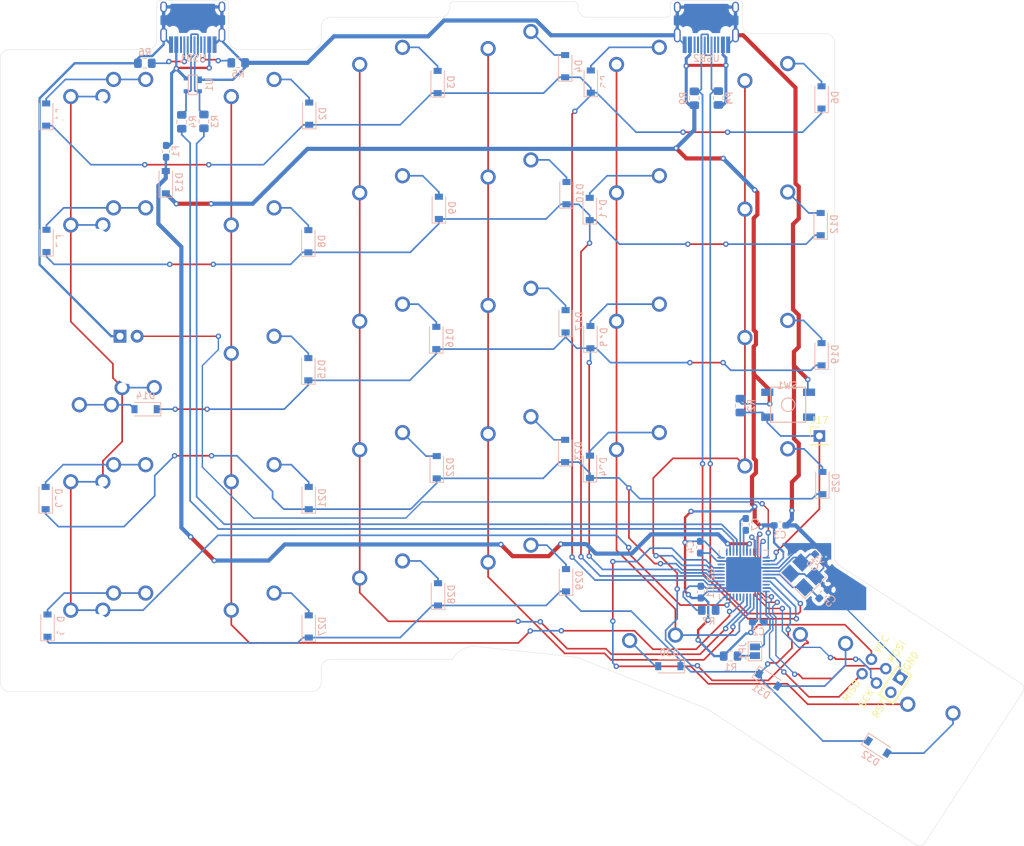
<source format=kicad_pcb>
(kicad_pcb (version 20171130) (host pcbnew "(5.1.5)-3")
  (layers (0 F.Cu signal hide) (31 B.Cu signal hide) (34 B.Paste user hide) (35 F.Paste user hide) (36 B.SilkS user hide) (37 F.SilkS user hide) (38 B.Mask user hide) (39 F.Mask user hide) (44 Edge.Cuts user))
  (net 0 "")
  (net 1 GND)
  (net 2 +5V)
  (net 3 "Net-(C5-Pad1)")
  (net 4 "Net-(C6-Pad1)")
  (net 5 "Net-(C7-Pad1)")
  (net 6 Row0)
  (net 7 "Net-(D1-Pad2)")
  (net 8 "Net-(D2-Pad2)")
  (net 9 "Net-(D3-Pad2)")
  (net 10 "Net-(D4-Pad2)")
  (net 11 "Net-(D5-Pad2)")
  (net 12 "Net-(D6-Pad2)")
  (net 13 "Net-(D7-Pad2)")
  (net 14 Row1)
  (net 15 "Net-(D8-Pad2)")
  (net 16 "Net-(D9-Pad2)")
  (net 17 "Net-(D10-Pad2)")
  (net 18 "Net-(D11-Pad2)")
  (net 19 "Net-(D12-Pad2)")
  (net 20 VBUS)
  (net 21 Row2)
  (net 22 "Net-(D14-Pad2)")
  (net 23 "Net-(D15-Pad2)")
  (net 24 "Net-(D16-Pad2)")
  (net 25 "Net-(D17-Pad2)")
  (net 26 "Net-(D18-Pad2)")
  (net 27 "Net-(D19-Pad2)")
  (net 28 Row3)
  (net 29 "Net-(D20-Pad2)")
  (net 30 "Net-(D21-Pad2)")
  (net 31 "Net-(D22-Pad2)")
  (net 32 "Net-(D23-Pad2)")
  (net 33 "Net-(D24-Pad2)")
  (net 34 "Net-(D25-Pad2)")
  (net 35 Row4)
  (net 36 "Net-(D26-Pad2)")
  (net 37 "Net-(D27-Pad2)")
  (net 38 "Net-(D28-Pad2)")
  (net 39 "Net-(D29-Pad2)")
  (net 40 "Net-(D30-Pad2)")
  (net 41 "Net-(D31-Pad2)")
  (net 42 "Net-(D32-Pad2)")
  (net 43 VCC)
  (net 44 MISO)
  (net 45 SCK)
  (net 46 MOSI)
  (net 47 RST)
  (net 48 "Net-(JP1-Pad2)")
  (net 49 HDETECT)
  (net 50 Col0)
  (net 51 Col1)
  (net 52 Col2)
  (net 53 Col3)
  (net 54 Col4)
  (net 55 Col5)
  (net 56 Col6)
  (net 57 "Net-(R3-Pad2)")
  (net 58 D+)
  (net 59 D-)
  (net 60 "Net-(R4-Pad2)")
  (net 61 "Net-(R5-Pad1)")
  (net 62 "Net-(R6-Pad1)")
  (net 63 "Net-(R7-Pad2)")
  (net 64 SCL)
  (net 65 SDA)
  (net 66 "Net-(U2-Pad1)")
  (net 67 "Net-(U2-Pad8)")
  (net 68 "Net-(U2-Pad20)")
  (net 69 "Net-(U2-Pad29)")
  (net 70 "Net-(U2-Pad30)")
  (net 71 "Net-(U2-Pad31)")
  (net 72 "Net-(U2-Pad42)")
  (net 73 "Net-(USB1-Pad9)")
  (net 74 "Net-(USB1-Pad3)")
  (net 75 "Net-(USB2-Pad3)")
  (net 76 "Net-(USB2-Pad10)")
  (net 77 "Net-(USB2-Pad4)")
  (net 78 "Net-(USB2-Pad9)")
  (net 79 CapsLED)
  (net 80 "Net-(J1-Pad5)")
  (module MX_Only:MXOnly-1.5U-NoLED (layer F.Cu) (at 73.66 75.692)
    (fp_text reference MX1)
    (fp_text value MX-NoLED)
    (pad 2 thru_hole circle (at 2.54 -5.08) (size 2.25 2.25) (drill 1.47) (layers *.Cu B.Mask) (net 7 "Net-(D1-Pad2)"))
    (pad "" np_thru_hole circle (at 0 0) (size 3.9878 3.9878) (drill 3.9878) (layers *.Cu *.Mask))
    (pad 1 thru_hole circle (at -3.81 -2.54) (size 2.25 2.25) (drill 1.47) (layers *.Cu B.Mask) (net 50 Col0))
    (pad "" np_thru_hole circle (at -5.08 0 48.0996) (size 1.75 1.75) (drill 1.75) (layers *.Cu *.Mask))
    (pad "" np_thru_hole circle (at 5.08 0 48.0996) (size 1.75 1.75) (drill 1.75) (layers *.Cu *.Mask))
  )
  (module MX_Only:MXOnly-1U-NoLED (layer F.Cu) (at 78.4225 75.692)
    (fp_text reference MX63)
    (fp_text value MX-NoLED)
    (pad 2 thru_hole circle (at 2.54 -5.08) (size 2.25 2.25) (drill 1.47) (layers *.Cu B.Mask) (net 7 "Net-(D1-Pad2)"))
    (pad "" np_thru_hole circle (at 0 0) (size 3.9878 3.9878) (drill 3.9878) (layers *.Cu *.Mask))
    (pad 1 thru_hole circle (at -3.81 -2.54) (size 2.25 2.25) (drill 1.47) (layers *.Cu B.Mask) (net 50 Col0))
    (pad "" np_thru_hole circle (at -5.08 0 48.0996) (size 1.75 1.75) (drill 1.75) (layers *.Cu *.Mask))
    (pad "" np_thru_hole circle (at 5.08 0 48.0996) (size 1.75 1.75) (drill 1.75) (layers *.Cu *.Mask))
  )
  (module MX_Only:MXOnly-1.5U-Vertical-NoLED (layer F.Cu) (at 179.8955 157.1625 327)
    (fp_text reference MX30)
    (fp_text value MX-NoLED)
    (pad "" np_thru_hole circle (at 5.08 0 15.0996) (size 1.75 1.75) (drill 1.75) (layers *.Cu *.Mask))
    (pad "" np_thru_hole circle (at -5.08 0 15.0996) (size 1.75 1.75) (drill 1.75) (layers *.Cu *.Mask))
    (pad 1 thru_hole circle (at -3.81 -2.54 327) (size 2.25 2.25) (drill 1.47) (layers *.Cu B.Mask) (net 55 Col5))
    (pad "" np_thru_hole circle (at 0 0 327) (size 3.9878 3.9878) (drill 3.9878) (layers *.Cu *.Mask))
    (pad 2 thru_hole circle (at 2.54 -5.08 327) (size 2.25 2.25) (drill 1.47) (layers *.Cu B.Mask) (net 41 "Net-(D31-Pad2)"))
  )
  (module MX_Only:MXOnly-1U-NoLED (layer F.Cu) (at 154.6225 70.9295)
    (fp_text reference MX5)
    (fp_text value MX-NoLED)
    (pad 2 thru_hole circle (at 2.54 -5.08) (size 2.25 2.25) (drill 1.47) (layers *.Cu B.Mask) (net 11 "Net-(D5-Pad2)"))
    (pad "" np_thru_hole circle (at 0 0) (size 3.9878 3.9878) (drill 3.9878) (layers *.Cu *.Mask))
    (pad 1 thru_hole circle (at -3.81 -2.54) (size 2.25 2.25) (drill 1.47) (layers *.Cu B.Mask) (net 54 Col4))
    (pad "" np_thru_hole circle (at -5.08 0 48.0996) (size 1.75 1.75) (drill 1.75) (layers *.Cu *.Mask))
    (pad "" np_thru_hole circle (at 5.08 0 48.0996) (size 1.75 1.75) (drill 1.75) (layers *.Cu *.Mask))
  )
  (module MX_Only:MXOnly-1U-NoLED (layer F.Cu) (at 156.5275 149.606 165)
    (fp_text reference MX29)
    (fp_text value MX-NoLED)
    (pad "" np_thru_hole circle (at 5.08 0 213.0996) (size 1.75 1.75) (drill 1.75) (layers *.Cu *.Mask))
    (pad "" np_thru_hole circle (at -5.08 0 213.0996) (size 1.75 1.75) (drill 1.75) (layers *.Cu *.Mask))
    (pad 1 thru_hole circle (at -3.81 -2.54 165) (size 2.25 2.25) (drill 1.47) (layers *.Cu B.Mask) (net 54 Col4))
    (pad "" np_thru_hole circle (at 0 0 165) (size 3.9878 3.9878) (drill 3.9878) (layers *.Cu *.Mask))
    (pad 2 thru_hole circle (at 2.54 -5.08 165) (size 2.25 2.25) (drill 1.47) (layers *.Cu B.Mask) (net 40 "Net-(D30-Pad2)"))
  )
  (module Resistor_SMD:R_0805_2012Metric_Pad1.15x1.40mm_HandSolder (layer B.Cu) (at 167.7416 156.1592)
    (fp_text reference R1 (at 0 1.65) (layer B.SilkS) (effects (justify mirror)))
    (fp_text value 10k)
    (pad 2 smd roundrect (at 1.025 0) (size 1.15 1.4) (layers B.Cu B.Paste B.Mask) (roundrect_rratio 0.217391) (net 48 "Net-(JP1-Pad2)"))
    (pad 1 smd roundrect (at -1.025 0) (size 1.15 1.4) (layers B.Cu B.Paste B.Mask) (roundrect_rratio 0.217391) (net 2 +5V))
  )
  (module Type-C:HRO-TYPE-C-31-M-12-HandSoldering (layer B.Cu) (at 87.9475 57.2516)
    (fp_text reference USB1 (at 0 10.2) (layer B.SilkS) (effects (justify mirror)))
    (fp_text value HRO-TYPE-C-31-M-12)
    (pad 12 smd rect (at 3.225 8.195) (size 0.6 2.45) (layers B.Cu B.Paste B.Mask) (net 1 GND))
    (pad 1 smd rect (at -3.225 8.195) (size 0.6 2.45) (layers B.Cu B.Paste B.Mask) (net 1 GND))
    (pad 11 smd rect (at 2.45 8.195) (size 0.6 2.45) (layers B.Cu B.Paste B.Mask) (net 43 VCC))
    (pad 2 smd rect (at -2.45 8.195) (size 0.6 2.45) (layers B.Cu B.Paste B.Mask) (net 43 VCC))
    (pad 3 smd rect (at -1.75 8.195) (size 0.3 2.45) (layers B.Cu B.Paste B.Mask) (net 74 "Net-(USB1-Pad3)"))
    (pad 10 smd rect (at 1.75 8.195) (size 0.3 2.45) (layers B.Cu B.Paste B.Mask) (net 61 "Net-(R5-Pad1)"))
    (pad 4 smd rect (at -1.25 8.195) (size 0.3 2.45) (layers B.Cu B.Paste B.Mask) (net 62 "Net-(R6-Pad1)"))
    (pad 9 smd rect (at 1.25 8.195) (size 0.3 2.45) (layers B.Cu B.Paste B.Mask) (net 73 "Net-(USB1-Pad9)"))
    (pad 5 smd rect (at -0.75 8.195) (size 0.3 2.45) (layers B.Cu B.Paste B.Mask) (net 60 "Net-(R4-Pad2)"))
    (pad 8 smd rect (at 0.75 8.195) (size 0.3 2.45) (layers B.Cu B.Paste B.Mask) (net 57 "Net-(R3-Pad2)"))
    (pad 7 smd rect (at 0.25 8.195) (size 0.3 2.45) (layers B.Cu B.Paste B.Mask) (net 60 "Net-(R4-Pad2)"))
    (pad 6 smd rect (at -0.25 8.195) (size 0.3 2.45) (layers B.Cu B.Paste B.Mask) (net 57 "Net-(R3-Pad2)"))
    (pad "" np_thru_hole circle (at 2.89 6.25) (size 0.65 0.65) (drill 0.65) (layers *.Cu *.Mask))
    (pad "" np_thru_hole circle (at -2.89 6.25) (size 0.65 0.65) (drill 0.65) (layers *.Cu *.Mask))
    (pad 13 thru_hole oval (at -4.32 6.78) (size 1 2.1) (drill oval 0.6 1.7) (layers *.Cu F.Mask) (net 1 GND))
    (pad 13 thru_hole oval (at 4.32 6.78) (size 1 2.1) (drill oval 0.6 1.7) (layers *.Cu F.Mask) (net 1 GND))
    (pad 13 thru_hole oval (at -4.32 2.6) (size 1 1.6) (drill oval 0.6 1.2) (layers *.Cu F.Mask) (net 1 GND))
    (pad 13 thru_hole oval (at 4.32 2.6) (size 1 1.6) (drill oval 0.6 1.2) (layers *.Cu F.Mask) (net 1 GND))
  )
  (module Type-C:HRO-TYPE-C-31-M-12-HandSoldering (layer B.Cu) (at 164.1475 57.277)
    (fp_text reference USB2 (at 0 10.2) (layer B.SilkS) (effects (justify mirror)))
    (fp_text value HRO-TYPE-C-31-M-12)
    (pad 12 smd rect (at 3.225 8.195) (size 0.6 2.45) (layers B.Cu B.Paste B.Mask) (net 1 GND))
    (pad 1 smd rect (at -3.225 8.195) (size 0.6 2.45) (layers B.Cu B.Paste B.Mask) (net 1 GND))
    (pad 11 smd rect (at 2.45 8.195) (size 0.6 2.45) (layers B.Cu B.Paste B.Mask) (net 2 +5V))
    (pad 2 smd rect (at -2.45 8.195) (size 0.6 2.45) (layers B.Cu B.Paste B.Mask) (net 2 +5V))
    (pad 3 smd rect (at -1.75 8.195) (size 0.3 2.45) (layers B.Cu B.Paste B.Mask) (net 75 "Net-(USB2-Pad3)"))
    (pad 10 smd rect (at 1.75 8.195) (size 0.3 2.45) (layers B.Cu B.Paste B.Mask) (net 76 "Net-(USB2-Pad10)"))
    (pad 4 smd rect (at -1.25 8.195) (size 0.3 2.45) (layers B.Cu B.Paste B.Mask) (net 77 "Net-(USB2-Pad4)"))
    (pad 9 smd rect (at 1.25 8.195) (size 0.3 2.45) (layers B.Cu B.Paste B.Mask) (net 78 "Net-(USB2-Pad9)"))
    (pad 5 smd rect (at -0.75 8.195) (size 0.3 2.45) (layers B.Cu B.Paste B.Mask) (net 65 SDA))
    (pad 8 smd rect (at 0.75 8.195) (size 0.3 2.45) (layers B.Cu B.Paste B.Mask) (net 64 SCL))
    (pad 7 smd rect (at 0.25 8.195) (size 0.3 2.45) (layers B.Cu B.Paste B.Mask) (net 65 SDA))
    (pad 6 smd rect (at -0.25 8.195) (size 0.3 2.45) (layers B.Cu B.Paste B.Mask) (net 64 SCL))
    (pad "" np_thru_hole circle (at 2.89 6.25) (size 0.65 0.65) (drill 0.65) (layers *.Cu *.Mask))
    (pad "" np_thru_hole circle (at -2.89 6.25) (size 0.65 0.65) (drill 0.65) (layers *.Cu *.Mask))
    (pad 13 thru_hole oval (at -4.32 6.78) (size 1 2.1) (drill oval 0.6 1.7) (layers *.Cu F.Mask) (net 1 GND))
    (pad 13 thru_hole oval (at 4.32 6.78) (size 1 2.1) (drill oval 0.6 1.7) (layers *.Cu F.Mask) (net 1 GND))
    (pad 13 thru_hole oval (at -4.32 2.6) (size 1 1.6) (drill oval 0.6 1.2) (layers *.Cu F.Mask) (net 1 GND))
    (pad 13 thru_hole oval (at 4.32 2.6) (size 1 1.6) (drill oval 0.6 1.2) (layers *.Cu F.Mask) (net 1 GND))
  )
  (module MX_Only:MXOnly-1U-NoLED (layer F.Cu) (at 173.6725 73.3425)
    (fp_text reference MX6)
    (fp_text value MX-NoLED)
    (pad "" np_thru_hole circle (at 5.08 0 48.0996) (size 1.75 1.75) (drill 1.75) (layers *.Cu *.Mask))
    (pad "" np_thru_hole circle (at -5.08 0 48.0996) (size 1.75 1.75) (drill 1.75) (layers *.Cu *.Mask))
    (pad 1 thru_hole circle (at -3.81 -2.54) (size 2.25 2.25) (drill 1.47) (layers *.Cu B.Mask) (net 55 Col5))
    (pad "" np_thru_hole circle (at 0 0) (size 3.9878 3.9878) (drill 3.9878) (layers *.Cu *.Mask))
    (pad 2 thru_hole circle (at 2.54 -5.08) (size 2.25 2.25) (drill 1.47) (layers *.Cu B.Mask) (net 12 "Net-(D6-Pad2)"))
  )
  (module MX_Only:MXOnly-1U-NoLED (layer F.Cu) (at 135.5725 125.73)
    (fp_text reference MX22)
    (fp_text value MX-NoLED)
    (pad 2 thru_hole circle (at 2.54 -5.08) (size 2.25 2.25) (drill 1.47) (layers *.Cu B.Mask) (net 32 "Net-(D23-Pad2)"))
    (pad "" np_thru_hole circle (at 0 0) (size 3.9878 3.9878) (drill 3.9878) (layers *.Cu *.Mask))
    (pad 1 thru_hole circle (at -3.81 -2.54) (size 2.25 2.25) (drill 1.47) (layers *.Cu B.Mask) (net 53 Col3))
    (pad "" np_thru_hole circle (at -5.08 0 48.0996) (size 1.75 1.75) (drill 1.75) (layers *.Cu *.Mask))
    (pad "" np_thru_hole circle (at 5.08 0 48.0996) (size 1.75 1.75) (drill 1.75) (layers *.Cu *.Mask))
  )
  (module Package_DFN_QFN:QFN-44-1EP_7x7mm_P0.5mm_EP5.2x5.2mm (layer B.Cu) (at 169.6665 144.072 270)
    (fp_text reference U2 (at 0 4.82 90) (layer B.SilkS) (effects (justify mirror)))
    (fp_text value ATmega32U4-MU)
    (pad 45 smd roundrect (at 0 0 270) (size 5.2 5.2) (layers B.Cu B.Mask) (roundrect_rratio 0.048077) (net 1 GND))
    (pad 1 smd roundrect (at -3.3375 2.5 270) (size 1.075 0.25) (layers B.Cu B.Paste B.Mask) (net 66 "Net-(U2-Pad1)"))
    (pad 2 smd roundrect (at -3.3375 2 270) (size 1.075 0.25) (layers B.Cu B.Paste B.Mask) (net 20 VBUS))
    (pad 3 smd roundrect (at -3.3375 1.5 270) (size 1.075 0.25) (layers B.Cu B.Paste B.Mask) (net 59 D-))
    (pad 4 smd roundrect (at -3.3375 1 270) (size 1.075 0.25) (layers B.Cu B.Paste B.Mask) (net 58 D+))
    (pad 5 smd roundrect (at -3.3375 0.5 270) (size 1.075 0.25) (layers B.Cu B.Paste B.Mask) (net 1 GND))
    (pad 6 smd roundrect (at -3.3375 0 270) (size 1.075 0.25) (layers B.Cu B.Paste B.Mask) (net 5 "Net-(C7-Pad1)"))
    (pad 7 smd roundrect (at -3.3375 -0.5 270) (size 1.075 0.25) (layers B.Cu B.Paste B.Mask) (net 20 VBUS))
    (pad 8 smd roundrect (at -3.3375 -1 270) (size 1.075 0.25) (layers B.Cu B.Paste B.Mask) (net 67 "Net-(U2-Pad8)"))
    (pad 9 smd roundrect (at -3.3375 -1.5 270) (size 1.075 0.25) (layers B.Cu B.Paste B.Mask) (net 45 SCK))
    (pad 10 smd roundrect (at -3.3375 -2 270) (size 1.075 0.25) (layers B.Cu B.Paste B.Mask) (net 46 MOSI))
    (pad 11 smd roundrect (at -3.3375 -2.5 270) (size 1.075 0.25) (layers B.Cu B.Paste B.Mask) (net 44 MISO))
    (pad 12 smd roundrect (at -2.5 -3.3375 270) (size 0.25 1.075) (layers B.Cu B.Paste B.Mask) (net 79 CapsLED))
    (pad 13 smd roundrect (at -2 -3.3375 270) (size 0.25 1.075) (layers B.Cu B.Paste B.Mask) (net 47 RST))
    (pad 14 smd roundrect (at -1.5 -3.3375 270) (size 0.25 1.075) (layers B.Cu B.Paste B.Mask) (net 2 +5V))
    (pad 15 smd roundrect (at -1 -3.3375 270) (size 0.25 1.075) (layers B.Cu B.Paste B.Mask) (net 1 GND))
    (pad 16 smd roundrect (at -0.5 -3.3375 270) (size 0.25 1.075) (layers B.Cu B.Paste B.Mask) (net 4 "Net-(C6-Pad1)"))
    (pad 17 smd roundrect (at 0 -3.3375 270) (size 0.25 1.075) (layers B.Cu B.Paste B.Mask) (net 3 "Net-(C5-Pad1)"))
    (pad 18 smd roundrect (at 0.5 -3.3375 270) (size 0.25 1.075) (layers B.Cu B.Paste B.Mask) (net 64 SCL))
    (pad 19 smd roundrect (at 1 -3.3375 270) (size 0.25 1.075) (layers B.Cu B.Paste B.Mask) (net 65 SDA))
    (pad 20 smd roundrect (at 1.5 -3.3375 270) (size 0.25 1.075) (layers B.Cu B.Paste B.Mask) (net 68 "Net-(U2-Pad20)"))
    (pad 21 smd roundrect (at 2 -3.3375 270) (size 0.25 1.075) (layers B.Cu B.Paste B.Mask) (net 35 Row4))
    (pad 22 smd roundrect (at 2.5 -3.3375 270) (size 0.25 1.075) (layers B.Cu B.Paste B.Mask) (net 49 HDETECT))
    (pad 23 smd roundrect (at 3.3375 -2.5 270) (size 1.075 0.25) (layers B.Cu B.Paste B.Mask) (net 1 GND))
    (pad 24 smd roundrect (at 3.3375 -2 270) (size 1.075 0.25) (layers B.Cu B.Paste B.Mask) (net 2 +5V))
    (pad 25 smd roundrect (at 3.3375 -1.5 270) (size 1.075 0.25) (layers B.Cu B.Paste B.Mask) (net 54 Col4))
    (pad 26 smd roundrect (at 3.3375 -1 270) (size 1.075 0.25) (layers B.Cu B.Paste B.Mask) (net 53 Col3))
    (pad 27 smd roundrect (at 3.3375 -0.5 270) (size 1.075 0.25) (layers B.Cu B.Paste B.Mask) (net 52 Col2))
    (pad 28 smd roundrect (at 3.3375 0 270) (size 1.075 0.25) (layers B.Cu B.Paste B.Mask) (net 51 Col1))
    (pad 29 smd roundrect (at 3.3375 0.5 270) (size 1.075 0.25) (layers B.Cu B.Paste B.Mask) (net 69 "Net-(U2-Pad29)"))
    (pad 30 smd roundrect (at 3.3375 1 270) (size 1.075 0.25) (layers B.Cu B.Paste B.Mask) (net 70 "Net-(U2-Pad30)"))
    (pad 31 smd roundrect (at 3.3375 1.5 270) (size 1.075 0.25) (layers B.Cu B.Paste B.Mask) (net 71 "Net-(U2-Pad31)"))
    (pad 32 smd roundrect (at 3.3375 2 270) (size 1.075 0.25) (layers B.Cu B.Paste B.Mask) (net 50 Col0))
    (pad 33 smd roundrect (at 3.3375 2.5 270) (size 1.075 0.25) (layers B.Cu B.Paste B.Mask) (net 63 "Net-(R7-Pad2)"))
    (pad 34 smd roundrect (at 2.5 3.3375 270) (size 0.25 1.075) (layers B.Cu B.Paste B.Mask) (net 2 +5V))
    (pad 35 smd roundrect (at 2 3.3375 270) (size 0.25 1.075) (layers B.Cu B.Paste B.Mask) (net 1 GND))
    (pad 36 smd roundrect (at 1.5 3.3375 270) (size 0.25 1.075) (layers B.Cu B.Paste B.Mask) (net 6 Row0))
    (pad 37 smd roundrect (at 1 3.3375 270) (size 0.25 1.075) (layers B.Cu B.Paste B.Mask) (net 14 Row1))
    (pad 38 smd roundrect (at 0.5 3.3375 270) (size 0.25 1.075) (layers B.Cu B.Paste B.Mask) (net 21 Row2))
    (pad 39 smd roundrect (at 0 3.3375 270) (size 0.25 1.075) (layers B.Cu B.Paste B.Mask) (net 28 Row3))
    (pad 40 smd roundrect (at -0.5 3.3375 270) (size 0.25 1.075) (layers B.Cu B.Paste B.Mask) (net 55 Col5))
    (pad 41 smd roundrect (at -1 3.3375 270) (size 0.25 1.075) (layers B.Cu B.Paste B.Mask) (net 56 Col6))
    (pad 42 smd roundrect (at -1.5 3.3375 270) (size 0.25 1.075) (layers B.Cu B.Paste B.Mask) (net 72 "Net-(U2-Pad42)"))
    (pad 43 smd roundrect (at -2 3.3375 270) (size 0.25 1.075) (layers B.Cu B.Paste B.Mask) (net 1 GND))
    (pad 44 smd roundrect (at -2.5 3.3375 270) (size 0.25 1.075) (layers B.Cu B.Paste B.Mask) (net 2 +5V))
  )
  (module Capacitor_SMD:C_0603_1608Metric_Pad1.05x0.95mm_HandSolder (layer B.Cu) (at 163.3165 146.671 90)
    (fp_text reference C1 (at 0 1.43 90) (layer B.SilkS) (effects (justify mirror)))
    (fp_text value 0.1uF)
    (pad 2 smd roundrect (at 0.875 0 90) (size 1.05 0.95) (layers B.Cu B.Paste B.Mask) (net 1 GND))
    (pad 1 smd roundrect (at -0.875 0 90) (size 1.05 0.95) (layers B.Cu B.Paste B.Mask) (net 2 +5V))
  )
  (module Capacitor_SMD:C_0603_1608Metric_Pad1.05x0.95mm_HandSolder (layer B.Cu) (at 171.8564 151.13)
    (fp_text reference C2 (at 0 1.43) (layer B.SilkS) (effects (justify mirror)))
    (fp_text value 0.1uF)
    (pad 1 smd roundrect (at -0.875 0) (size 1.05 0.95) (layers B.Cu B.Paste B.Mask) (net 2 +5V))
    (pad 2 smd roundrect (at 0.875 0) (size 1.05 0.95) (layers B.Cu B.Paste B.Mask) (net 1 GND))
  )
  (module Capacitor_SMD:C_0603_1608Metric_Pad1.05x0.95mm_HandSolder (layer B.Cu) (at 175.064 136.7695)
    (fp_text reference C3 (at 0 1.43) (layer B.SilkS) (effects (justify mirror)))
    (fp_text value 0.1uF)
    (pad 2 smd roundrect (at 0.875 0) (size 1.05 0.95) (layers B.Cu B.Paste B.Mask) (net 1 GND))
    (pad 1 smd roundrect (at -0.875 0) (size 1.05 0.95) (layers B.Cu B.Paste B.Mask) (net 2 +5V))
  )
  (module Capacitor_SMD:C_0603_1608Metric_Pad1.05x0.95mm_HandSolder (layer B.Cu) (at 163.2204 140.0048 270)
    (fp_text reference C4 (at 0 1.43 90) (layer B.SilkS) (effects (justify mirror)))
    (fp_text value 10uF)
    (pad 1 smd roundrect (at -0.875 0 270) (size 1.05 0.95) (layers B.Cu B.Paste B.Mask) (net 2 +5V))
    (pad 2 smd roundrect (at 0.875 0 270) (size 1.05 0.95) (layers B.Cu B.Paste B.Mask) (net 1 GND))
  )
  (module Capacitor_SMD:C_0603_1608Metric_Pad1.05x0.95mm_HandSolder (layer B.Cu) (at 181.5084 146.9644 45)
    (fp_text reference C5 (at 0 1.43 45) (layer B.SilkS) (effects (justify mirror)))
    (fp_text value 22pF)
    (pad 2 smd roundrect (at 0.875 0 45) (size 1.05 0.95) (layers B.Cu B.Paste B.Mask) (net 1 GND))
    (pad 1 smd roundrect (at -0.875 0 45) (size 1.05 0.95) (layers B.Cu B.Paste B.Mask) (net 3 "Net-(C5-Pad1)"))
  )
  (module Capacitor_SMD:C_0603_1608Metric_Pad1.05x0.95mm_HandSolder (layer B.Cu) (at 180.8988 141.6812 315)
    (fp_text reference C6 (at 0 1.43 135) (layer B.SilkS) (effects (justify mirror)))
    (fp_text value 22pF)
    (pad 1 smd roundrect (at -0.875 0 315) (size 1.05 0.95) (layers B.Cu B.Paste B.Mask) (net 4 "Net-(C6-Pad1)"))
    (pad 2 smd roundrect (at 0.875 0 315) (size 1.05 0.95) (layers B.Cu B.Paste B.Mask) (net 1 GND))
  )
  (module Capacitor_SMD:C_0603_1608Metric_Pad1.05x0.95mm_HandSolder (layer B.Cu) (at 169.984 136.6285 90)
    (fp_text reference C7 (at 0 1.43 90) (layer B.SilkS) (effects (justify mirror)))
    (fp_text value 1uF)
    (pad 1 smd roundrect (at -0.875 0 90) (size 1.05 0.95) (layers B.Cu B.Paste B.Mask) (net 5 "Net-(C7-Pad1)"))
    (pad 2 smd roundrect (at 0.875 0 90) (size 1.05 0.95) (layers B.Cu B.Paste B.Mask) (net 1 GND))
  )
  (module Diode_SMD:D_SOD-123 (layer B.Cu) (at 66.1924 75.819 90)
    (fp_text reference D1 (at 0 2 270) (layer B.SilkS) (effects (justify mirror)))
    (fp_text value D_Small)
    (pad 1 smd rect (at -1.65 0 90) (size 0.9 1.2) (layers B.Cu B.Paste B.Mask) (net 6 Row0))
    (pad 2 smd rect (at 1.65 0 90) (size 0.9 1.2) (layers B.Cu B.Paste B.Mask) (net 7 "Net-(D1-Pad2)"))
  )
  (module Diode_SMD:D_SOD-123 (layer B.Cu) (at 105.2195 75.691 90)
    (fp_text reference D2 (at 0 2 270) (layer B.SilkS) (effects (justify mirror)))
    (fp_text value D_Small)
    (pad 1 smd rect (at -1.65 0 90) (size 0.9 1.2) (layers B.Cu B.Paste B.Mask) (net 6 Row0))
    (pad 2 smd rect (at 1.65 0 90) (size 0.9 1.2) (layers B.Cu B.Paste B.Mask) (net 8 "Net-(D2-Pad2)"))
  )
  (module Diode_SMD:D_SOD-123 (layer B.Cu) (at 124.2695 70.992 90)
    (fp_text reference D3 (at 0 2 270) (layer B.SilkS) (effects (justify mirror)))
    (fp_text value D_Small)
    (pad 2 smd rect (at 1.65 0 90) (size 0.9 1.2) (layers B.Cu B.Paste B.Mask) (net 9 "Net-(D3-Pad2)"))
    (pad 1 smd rect (at -1.65 0 90) (size 0.9 1.2) (layers B.Cu B.Paste B.Mask) (net 6 Row0))
  )
  (module Diode_SMD:D_SOD-123 (layer B.Cu) (at 143.1925 68.6425 90)
    (fp_text reference D4 (at 0 2 270) (layer B.SilkS) (effects (justify mirror)))
    (fp_text value D_Small)
    (pad 2 smd rect (at 1.65 0 90) (size 0.9 1.2) (layers B.Cu B.Paste B.Mask) (net 10 "Net-(D4-Pad2)"))
    (pad 1 smd rect (at -1.65 0 90) (size 0.9 1.2) (layers B.Cu B.Paste B.Mask) (net 6 Row0))
  )
  (module Diode_SMD:D_SOD-123 (layer B.Cu) (at 147.0025 70.9295 90)
    (fp_text reference D5 (at 0 2 270) (layer B.SilkS) (effects (justify mirror)))
    (fp_text value D_Small)
    (pad 1 smd rect (at -1.65 0 90) (size 0.9 1.2) (layers B.Cu B.Paste B.Mask) (net 6 Row0))
    (pad 2 smd rect (at 1.65 0 90) (size 0.9 1.2) (layers B.Cu B.Paste B.Mask) (net 11 "Net-(D5-Pad2)"))
  )
  (module Diode_SMD:D_SOD-123 (layer B.Cu) (at 181.229 73.278 90)
    (fp_text reference D6 (at 0 2 270) (layer B.SilkS) (effects (justify mirror)))
    (fp_text value D_Small)
    (pad 2 smd rect (at 1.65 0 90) (size 0.9 1.2) (layers B.Cu B.Paste B.Mask) (net 12 "Net-(D6-Pad2)"))
    (pad 1 smd rect (at -1.65 0 90) (size 0.9 1.2) (layers B.Cu B.Paste B.Mask) (net 6 Row0))
  )
  (module Diode_SMD:D_SOD-123 (layer B.Cu) (at 66.2432 94.5652 90)
    (fp_text reference D7 (at 0 2 270) (layer B.SilkS) (effects (justify mirror)))
    (fp_text value D_Small)
    (pad 2 smd rect (at 1.65 0 90) (size 0.9 1.2) (layers B.Cu B.Paste B.Mask) (net 13 "Net-(D7-Pad2)"))
    (pad 1 smd rect (at -1.65 0 90) (size 0.9 1.2) (layers B.Cu B.Paste B.Mask) (net 14 Row1))
  )
  (module Diode_SMD:D_SOD-123 (layer B.Cu) (at 105.0925 94.615 90)
    (fp_text reference D8 (at 0 2 -90) (layer B.SilkS) (effects (justify mirror)))
    (fp_text value D_Small)
    (pad 1 smd rect (at -1.65 0 90) (size 0.9 1.2) (layers B.Cu B.Paste B.Mask) (net 14 Row1))
    (pad 2 smd rect (at 1.65 0 90) (size 0.9 1.2) (layers B.Cu B.Paste B.Mask) (net 15 "Net-(D8-Pad2)"))
  )
  (module Diode_SMD:D_SOD-123 (layer B.Cu) (at 124.46 89.662 90)
    (fp_text reference D9 (at 0 2 -90) (layer B.SilkS) (effects (justify mirror)))
    (fp_text value D_Small)
    (pad 1 smd rect (at -1.65 0 90) (size 0.9 1.2) (layers B.Cu B.Paste B.Mask) (net 14 Row1))
    (pad 2 smd rect (at 1.65 0 90) (size 0.9 1.2) (layers B.Cu B.Paste B.Mask) (net 16 "Net-(D9-Pad2)"))
  )
  (module Diode_SMD:D_SOD-123 (layer B.Cu) (at 143.39 87.478 90)
    (fp_text reference D10 (at 0 2 -90) (layer B.SilkS) (effects (justify mirror)))
    (fp_text value D_Small)
    (pad 2 smd rect (at 1.65 0 90) (size 0.9 1.2) (layers B.Cu B.Paste B.Mask) (net 17 "Net-(D10-Pad2)"))
    (pad 1 smd rect (at -1.65 0 90) (size 0.9 1.2) (layers B.Cu B.Paste B.Mask) (net 14 Row1))
  )
  (module Diode_SMD:D_SOD-123 (layer B.Cu) (at 146.84 89.8275 90)
    (fp_text reference D11 (at 0 2 -90) (layer B.SilkS) (effects (justify mirror)))
    (fp_text value D_Small)
    (pad 1 smd rect (at -1.65 0 90) (size 0.9 1.2) (layers B.Cu B.Paste B.Mask) (net 14 Row1))
    (pad 2 smd rect (at 1.65 0 90) (size 0.9 1.2) (layers B.Cu B.Paste B.Mask) (net 18 "Net-(D11-Pad2)"))
  )
  (module Diode_SMD:D_SOD-123 (layer B.Cu) (at 181.102 92.074 90)
    (fp_text reference D12 (at 0 2 -90) (layer B.SilkS) (effects (justify mirror)))
    (fp_text value D_Small)
    (pad 2 smd rect (at 1.65 0 90) (size 0.9 1.2) (layers B.Cu B.Paste B.Mask) (net 19 "Net-(D12-Pad2)"))
    (pad 1 smd rect (at -1.65 0 90) (size 0.9 1.2) (layers B.Cu B.Paste B.Mask) (net 14 Row1))
  )
  (module Diode_SMD:D_SOD-123 (layer B.Cu) (at 83.947 85.852 90)
    (fp_text reference D13 (at 0 2 90) (layer B.SilkS) (effects (justify mirror)))
    (fp_text value Schottky)
    (pad 1 smd rect (at -1.65 0 90) (size 0.9 1.2) (layers B.Cu B.Paste B.Mask) (net 2 +5V))
    (pad 2 smd rect (at 1.65 0 90) (size 0.9 1.2) (layers B.Cu B.Paste B.Mask) (net 20 VBUS))
  )
  (module Diode_SMD:D_SOD-123 (layer B.Cu) (at 80.9488 119.5324 180)
    (fp_text reference D14 (at 0 2 180) (layer B.SilkS) (effects (justify mirror)))
    (fp_text value D_Small)
    (pad 1 smd rect (at -1.65 0 180) (size 0.9 1.2) (layers B.Cu B.Paste B.Mask) (net 21 Row2))
    (pad 2 smd rect (at 1.65 0 180) (size 0.9 1.2) (layers B.Cu B.Paste B.Mask) (net 22 "Net-(D14-Pad2)"))
  )
  (module Diode_SMD:D_SOD-123 (layer B.Cu) (at 105.0925 113.6015 90)
    (fp_text reference D15 (at 0 2 270) (layer B.SilkS) (effects (justify mirror)))
    (fp_text value D_Small)
    (pad 2 smd rect (at 1.65 0 90) (size 0.9 1.2) (layers B.Cu B.Paste B.Mask) (net 23 "Net-(D15-Pad2)"))
    (pad 1 smd rect (at -1.65 0 90) (size 0.9 1.2) (layers B.Cu B.Paste B.Mask) (net 21 Row2))
  )
  (module Diode_SMD:D_SOD-123 (layer B.Cu) (at 124.079 108.966 90)
    (fp_text reference D16 (at 0 2 270) (layer B.SilkS) (effects (justify mirror)))
    (fp_text value D_Small)
    (pad 1 smd rect (at -1.65 0 90) (size 0.9 1.2) (layers B.Cu B.Paste B.Mask) (net 21 Row2))
    (pad 2 smd rect (at 1.65 0 90) (size 0.9 1.2) (layers B.Cu B.Paste B.Mask) (net 24 "Net-(D16-Pad2)"))
  )
  (module Diode_SMD:D_SOD-123 (layer B.Cu) (at 143.256 106.4895 90)
    (fp_text reference D17 (at 0 2 270) (layer B.SilkS) (effects (justify mirror)))
    (fp_text value D_Small)
    (pad 2 smd rect (at 1.65 0 90) (size 0.9 1.2) (layers B.Cu B.Paste B.Mask) (net 25 "Net-(D17-Pad2)"))
    (pad 1 smd rect (at -1.65 0 90) (size 0.9 1.2) (layers B.Cu B.Paste B.Mask) (net 21 Row2))
  )
  (module Diode_SMD:D_SOD-123 (layer B.Cu) (at 146.939 108.839 90)
    (fp_text reference D18 (at 0 2 270) (layer B.SilkS) (effects (justify mirror)))
    (fp_text value D_Small)
    (pad 2 smd rect (at 1.65 0 90) (size 0.9 1.2) (layers B.Cu B.Paste B.Mask) (net 26 "Net-(D18-Pad2)"))
    (pad 1 smd rect (at -1.65 0 90) (size 0.9 1.2) (layers B.Cu B.Paste B.Mask) (net 21 Row2))
  )
  (module Diode_SMD:D_SOD-123 (layer B.Cu) (at 181.229 111.379 90)
    (fp_text reference D19 (at 0 2 270) (layer B.SilkS) (effects (justify mirror)))
    (fp_text value D_Small)
    (pad 2 smd rect (at 1.65 0 90) (size 0.9 1.2) (layers B.Cu B.Paste B.Mask) (net 27 "Net-(D19-Pad2)"))
    (pad 1 smd rect (at -1.65 0 90) (size 0.9 1.2) (layers B.Cu B.Paste B.Mask) (net 21 Row2))
  )
  (module Diode_SMD:D_SOD-123 (layer B.Cu) (at 66.1162 132.715 90)
    (fp_text reference D20 (at 0 2 270) (layer B.SilkS) (effects (justify mirror)))
    (fp_text value D_Small)
    (pad 1 smd rect (at -1.65 0 90) (size 0.9 1.2) (layers B.Cu B.Paste B.Mask) (net 28 Row3))
    (pad 2 smd rect (at 1.65 0 90) (size 0.9 1.2) (layers B.Cu B.Paste B.Mask) (net 29 "Net-(D20-Pad2)"))
  )
  (module Diode_SMD:D_SOD-123 (layer B.Cu) (at 105.156 132.714 90)
    (fp_text reference D21 (at 0 2 270) (layer B.SilkS) (effects (justify mirror)))
    (fp_text value D_Small)
    (pad 2 smd rect (at 1.65 0 90) (size 0.9 1.2) (layers B.Cu B.Paste B.Mask) (net 30 "Net-(D21-Pad2)"))
    (pad 1 smd rect (at -1.65 0 90) (size 0.9 1.2) (layers B.Cu B.Paste B.Mask) (net 28 Row3))
  )
  (module Diode_SMD:D_SOD-123 (layer B.Cu) (at 124.1425 128.142 90)
    (fp_text reference D22 (at 0 2 270) (layer B.SilkS) (effects (justify mirror)))
    (fp_text value D_Small)
    (pad 1 smd rect (at -1.65 0 90) (size 0.9 1.2) (layers B.Cu B.Paste B.Mask) (net 28 Row3))
    (pad 2 smd rect (at 1.65 0 90) (size 0.9 1.2) (layers B.Cu B.Paste B.Mask) (net 31 "Net-(D22-Pad2)"))
  )
  (module Diode_SMD:D_SOD-123 (layer B.Cu) (at 143.1925 125.729 90)
    (fp_text reference D23 (at 0 2 270) (layer B.SilkS) (effects (justify mirror)))
    (fp_text value D_Small)
    (pad 2 smd rect (at 1.65 0 90) (size 0.9 1.2) (layers B.Cu B.Paste B.Mask) (net 32 "Net-(D23-Pad2)"))
    (pad 1 smd rect (at -1.65 0 90) (size 0.9 1.2) (layers B.Cu B.Paste B.Mask) (net 28 Row3))
  )
  (module Diode_SMD:D_SOD-123 (layer B.Cu) (at 146.8755 128.0805 90)
    (fp_text reference D24 (at 0 2 270) (layer B.SilkS) (effects (justify mirror)))
    (fp_text value D_Small)
    (pad 1 smd rect (at -1.65 0 90) (size 0.9 1.2) (layers B.Cu B.Paste B.Mask) (net 28 Row3))
    (pad 2 smd rect (at 1.65 0 90) (size 0.9 1.2) (layers B.Cu B.Paste B.Mask) (net 33 "Net-(D24-Pad2)"))
  )
  (module Diode_SMD:D_SOD-123 (layer B.Cu) (at 181.356 130.4915 90)
    (fp_text reference D25 (at 0 2 270) (layer B.SilkS) (effects (justify mirror)))
    (fp_text value D_Small)
    (pad 2 smd rect (at 1.65 0 90) (size 0.9 1.2) (layers B.Cu B.Paste B.Mask) (net 34 "Net-(D25-Pad2)"))
    (pad 1 smd rect (at -1.65 0 90) (size 0.9 1.2) (layers B.Cu B.Paste B.Mask) (net 28 Row3))
  )
  (module Diode_SMD:D_SOD-123 (layer B.Cu) (at 66.3956 151.638 90)
    (fp_text reference D26 (at 0 2 270) (layer B.SilkS) (effects (justify mirror)))
    (fp_text value D_Small)
    (pad 1 smd rect (at -1.65 0 90) (size 0.9 1.2) (layers B.Cu B.Paste B.Mask) (net 35 Row4))
    (pad 2 smd rect (at 1.65 0 90) (size 0.9 1.2) (layers B.Cu B.Paste B.Mask) (net 36 "Net-(D26-Pad2)"))
  )
  (module Diode_SMD:D_SOD-123 (layer B.Cu) (at 105.156 151.764 90)
    (fp_text reference D27 (at 0 2 270) (layer B.SilkS) (effects (justify mirror)))
    (fp_text value D_Small)
    (pad 2 smd rect (at 1.65 0 90) (size 0.9 1.2) (layers B.Cu B.Paste B.Mask) (net 37 "Net-(D27-Pad2)"))
    (pad 1 smd rect (at -1.65 0 90) (size 0.9 1.2) (layers B.Cu B.Paste B.Mask) (net 35 Row4))
  )
  (module Diode_SMD:D_SOD-123 (layer B.Cu) (at 124.333 147.0015 90)
    (fp_text reference D28 (at 0 2 270) (layer B.SilkS) (effects (justify mirror)))
    (fp_text value D_Small)
    (pad 1 smd rect (at -1.65 0 90) (size 0.9 1.2) (layers B.Cu B.Paste B.Mask) (net 35 Row4))
    (pad 2 smd rect (at 1.65 0 90) (size 0.9 1.2) (layers B.Cu B.Paste B.Mask) (net 38 "Net-(D28-Pad2)"))
  )
  (module Diode_SMD:D_SOD-123 (layer B.Cu) (at 143.3195 144.907 90)
    (fp_text reference D29 (at 0 2 270) (layer B.SilkS) (effects (justify mirror)))
    (fp_text value D_Small)
    (pad 2 smd rect (at 1.65 0 90) (size 0.9 1.2) (layers B.Cu B.Paste B.Mask) (net 39 "Net-(D29-Pad2)"))
    (pad 1 smd rect (at -1.65 0 90) (size 0.9 1.2) (layers B.Cu B.Paste B.Mask) (net 35 Row4))
  )
  (module Diode_SMD:D_SOD-123 (layer B.Cu) (at 158.6494 157.6578 180)
    (fp_text reference D30 (at 0 2 180) (layer B.SilkS) (effects (justify mirror)))
    (fp_text value D_Small)
    (pad 1 smd rect (at -1.65 0 180) (size 0.9 1.2) (layers B.Cu B.Paste B.Mask) (net 35 Row4))
    (pad 2 smd rect (at 1.65 0 180) (size 0.9 1.2) (layers B.Cu B.Paste B.Mask) (net 40 "Net-(D30-Pad2)"))
  )
  (module Diode_SMD:D_SOD-123 (layer B.Cu) (at 173.3296 159.7152 327)
    (fp_text reference D31 (at 0 2 147) (layer B.SilkS) (effects (justify mirror)))
    (fp_text value D_Small)
    (pad 2 smd rect (at 1.65 0 327) (size 0.9 1.2) (layers B.Cu B.Paste B.Mask) (net 41 "Net-(D31-Pad2)"))
    (pad 1 smd rect (at -1.65 0 327) (size 0.9 1.2) (layers B.Cu B.Paste B.Mask) (net 35 Row4))
  )
  (module Diode_SMD:D_SOD-123 (layer B.Cu) (at 189.560694 169.662346 327)
    (fp_text reference D32 (at 0 2 327) (layer B.SilkS) (effects (justify mirror)))
    (fp_text value D_Small)
    (pad 1 smd rect (at -1.65 0 327) (size 0.9 1.2) (layers B.Cu B.Paste B.Mask) (net 35 Row4))
    (pad 2 smd rect (at 1.65 0 327) (size 0.9 1.2) (layers B.Cu B.Paste B.Mask) (net 42 "Net-(D32-Pad2)"))
  )
  (module Fuse:Fuse_0603_1608Metric_Pad1.05x0.95mm_HandSolder (layer B.Cu) (at 83.9851 81.28 90)
    (fp_text reference F1 (at 0 1.43 90) (layer B.SilkS) (effects (justify mirror)))
    (fp_text value 500mA)
    (pad 1 smd roundrect (at -0.875 0 90) (size 1.05 0.95) (layers B.Cu B.Paste B.Mask) (net 20 VBUS))
    (pad 2 smd roundrect (at 0.875 0 90) (size 1.05 0.95) (layers B.Cu B.Paste B.Mask) (net 43 VCC))
  )
  (module Resistor_SMD:R_0805_2012Metric_Pad1.15x1.40mm_HandSolder (layer B.Cu) (at 169.164 118.999 90)
    (fp_text reference R2 (at 0 1.65 90) (layer B.SilkS) (effects (justify mirror)))
    (fp_text value 10k)
    (pad 2 smd roundrect (at 1.025 0 90) (size 1.15 1.4) (layers B.Cu B.Paste B.Mask) (roundrect_rratio 0.217391) (net 2 +5V))
    (pad 1 smd roundrect (at -1.025 0 90) (size 1.15 1.4) (layers B.Cu B.Paste B.Mask) (roundrect_rratio 0.217391) (net 47 RST))
  )
  (module Resistor_SMD:R_0805_2012Metric_Pad1.15x1.40mm_HandSolder (layer B.Cu) (at 89.5985 76.835 90)
    (fp_text reference R3 (at 0 1.65 90) (layer B.SilkS) (effects (justify mirror)))
    (fp_text value 22)
    (pad 2 smd roundrect (at 1.025 0 90) (size 1.15 1.4) (layers B.Cu B.Paste B.Mask) (roundrect_rratio 0.217391) (net 57 "Net-(R3-Pad2)"))
    (pad 1 smd roundrect (at -1.025 0 90) (size 1.15 1.4) (layers B.Cu B.Paste B.Mask) (roundrect_rratio 0.217391) (net 58 D+))
  )
  (module Resistor_SMD:R_0805_2012Metric_Pad1.15x1.40mm_HandSolder (layer B.Cu) (at 86.3092 76.8985 90)
    (fp_text reference R4 (at 0 1.65 90) (layer B.SilkS) (effects (justify mirror)))
    (fp_text value 22)
    (pad 1 smd roundrect (at -1.025 0 90) (size 1.15 1.4) (layers B.Cu B.Paste B.Mask) (roundrect_rratio 0.217391) (net 59 D-))
    (pad 2 smd roundrect (at 1.025 0 90) (size 1.15 1.4) (layers B.Cu B.Paste B.Mask) (roundrect_rratio 0.217391) (net 60 "Net-(R4-Pad2)"))
  )
  (module Resistor_SMD:R_0805_2012Metric_Pad1.15x1.40mm_HandSolder (layer B.Cu) (at 94.6785 68.1482)
    (fp_text reference R5 (at 0 1.65) (layer B.SilkS) (effects (justify mirror)))
    (fp_text value 5.1k)
    (pad 1 smd roundrect (at -1.025 0) (size 1.15 1.4) (layers B.Cu B.Paste B.Mask) (roundrect_rratio 0.217391) (net 61 "Net-(R5-Pad1)"))
    (pad 2 smd roundrect (at 1.025 0) (size 1.15 1.4) (layers B.Cu B.Paste B.Mask) (roundrect_rratio 0.217391) (net 1 GND))
  )
  (module Resistor_SMD:R_0805_2012Metric_Pad1.15x1.40mm_HandSolder (layer B.Cu) (at 80.8355 68.2117 180)
    (fp_text reference R6 (at 0 1.65) (layer B.SilkS) (effects (justify mirror)))
    (fp_text value 5.1k)
    (pad 2 smd roundrect (at 1.025 0 180) (size 1.15 1.4) (layers B.Cu B.Paste B.Mask) (roundrect_rratio 0.217391) (net 1 GND))
    (pad 1 smd roundrect (at -1.025 0 180) (size 1.15 1.4) (layers B.Cu B.Paste B.Mask) (roundrect_rratio 0.217391) (net 62 "Net-(R6-Pad1)"))
  )
  (module Resistor_SMD:R_0805_2012Metric_Pad1.15x1.40mm_HandSolder (layer B.Cu) (at 164.4904 149.352)
    (fp_text reference R7 (at 0 1.65) (layer B.SilkS) (effects (justify mirror)))
    (fp_text value 10k)
    (pad 1 smd roundrect (at -1.025 0) (size 1.15 1.4) (layers B.Cu B.Paste B.Mask) (roundrect_rratio 0.217391) (net 1 GND))
    (pad 2 smd roundrect (at 1.025 0) (size 1.15 1.4) (layers B.Cu B.Paste B.Mask) (roundrect_rratio 0.217391) (net 63 "Net-(R7-Pad2)"))
  )
  (module Resistor_SMD:R_0805_2012Metric_Pad1.15x1.40mm_HandSolder (layer B.Cu) (at 165.9128 73.3679 90)
    (fp_text reference R8 (at 0 1.65 90) (layer B.SilkS) (effects (justify mirror)))
    (fp_text value 4.7k)
    (pad 1 smd roundrect (at -1.025 0 90) (size 1.15 1.4) (layers B.Cu B.Paste B.Mask) (roundrect_rratio 0.217391) (net 2 +5V))
    (pad 2 smd roundrect (at 1.025 0 90) (size 1.15 1.4) (layers B.Cu B.Paste B.Mask) (roundrect_rratio 0.217391) (net 64 SCL))
  )
  (module Resistor_SMD:R_0805_2012Metric_Pad1.15x1.40mm_HandSolder (layer B.Cu) (at 162.3568 73.406 270)
    (fp_text reference R9 (at 0 1.65 90) (layer B.SilkS) (effects (justify mirror)))
    (fp_text value 4.7k)
    (pad 1 smd roundrect (at -1.025 0 270) (size 1.15 1.4) (layers B.Cu B.Paste B.Mask) (roundrect_rratio 0.217391) (net 65 SDA))
    (pad 2 smd roundrect (at 1.025 0 270) (size 1.15 1.4) (layers B.Cu B.Paste B.Mask) (roundrect_rratio 0.217391) (net 2 +5V))
  )
  (module locallib:SKQGADE010 (layer B.Cu) (at 176.276 118.872)
    (fp_text reference SW1 (at -0.117003 -2.861762) (layer B.SilkS) (effects (justify mirror)))
    (fp_text value SW_Push)
    (pad 4 smd rect (at -3.1 -1.85) (size 1.8 1.1) (layers B.Cu B.Paste B.Mask))
    (pad 3 smd rect (at 3.1 1.85) (size 1.8 1.1) (layers B.Cu B.Paste B.Mask))
    (pad 2 smd rect (at -3.1 1.85) (size 1.8 1.1) (layers B.Cu B.Paste B.Mask) (net 47 RST))
    (pad 1 smd rect (at 3.1 -1.85) (size 1.8 1.1) (layers B.Cu B.Paste B.Mask) (net 1 GND))
  )
  (module locallib:SOT143B (layer B.Cu) (at 87.9475 71.4121 270)
    (fp_text reference U1 (at 0 -2.45 90) (layer B.SilkS) (effects (justify mirror)))
    (fp_text value PRTR5V0U2X)
    (pad 3 smd rect (at 0.95 1 270) (size 0.6 0.7) (layers B.Cu B.Paste B.Mask) (net 60 "Net-(R4-Pad2)"))
    (pad 2 smd rect (at 0.95 -1 270) (size 0.6 0.7) (layers B.Cu B.Paste B.Mask) (net 57 "Net-(R3-Pad2)"))
    (pad 4 smd rect (at -0.95 1 270) (size 0.6 0.7) (layers B.Cu B.Paste B.Mask) (net 43 VCC))
    (pad 1 smd rect (at -0.75 -1 270) (size 1 0.7) (layers B.Cu B.Paste B.Mask) (net 1 GND))
  )
  (module Crystal:Crystal_SMD_3225-4Pin_3.2x2.5mm_HandSoldering (layer B.Cu) (at 178.4604 144.1196 135)
    (fp_text reference Y1 (at 0 3.05 135) (layer B.SilkS) (effects (justify mirror)))
    (fp_text value Crystal_GND24_Small)
    (pad 4 smd rect (at -1.45 1.15 135) (size 2.1 1.8) (layers B.Cu B.Paste B.Mask) (net 1 GND))
    (pad 3 smd rect (at 1.45 1.15 135) (size 2.1 1.8) (layers B.Cu B.Paste B.Mask) (net 4 "Net-(C6-Pad1)"))
    (pad 2 smd rect (at 1.45 -1.15 135) (size 2.1 1.8) (layers B.Cu B.Paste B.Mask) (net 1 GND))
    (pad 1 smd rect (at -1.45 -1.15 135) (size 2.1 1.8) (layers B.Cu B.Paste B.Mask) (net 3 "Net-(C5-Pad1)"))
  )
  (module MX_Only:MXOnly-1U-NoLED (layer F.Cu) (at 97.4725 75.692)
    (fp_text reference MX2)
    (fp_text value MX-NoLED)
    (pad "" np_thru_hole circle (at 5.08 0 48.0996) (size 1.75 1.75) (drill 1.75) (layers *.Cu *.Mask))
    (pad "" np_thru_hole circle (at -5.08 0 48.0996) (size 1.75 1.75) (drill 1.75) (layers *.Cu *.Mask))
    (pad 1 thru_hole circle (at -3.81 -2.54) (size 2.25 2.25) (drill 1.47) (layers *.Cu B.Mask) (net 51 Col1))
    (pad "" np_thru_hole circle (at 0 0) (size 3.9878 3.9878) (drill 3.9878) (layers *.Cu *.Mask))
    (pad 2 thru_hole circle (at 2.54 -5.08) (size 2.25 2.25) (drill 1.47) (layers *.Cu B.Mask) (net 8 "Net-(D2-Pad2)"))
  )
  (module MX_Only:MXOnly-1U-NoLED (layer F.Cu) (at 116.5225 70.9295)
    (fp_text reference MX3)
    (fp_text value MX-NoLED)
    (pad 2 thru_hole circle (at 2.54 -5.08) (size 2.25 2.25) (drill 1.47) (layers *.Cu B.Mask) (net 9 "Net-(D3-Pad2)"))
    (pad "" np_thru_hole circle (at 0 0) (size 3.9878 3.9878) (drill 3.9878) (layers *.Cu *.Mask))
    (pad 1 thru_hole circle (at -3.81 -2.54) (size 2.25 2.25) (drill 1.47) (layers *.Cu B.Mask) (net 52 Col2))
    (pad "" np_thru_hole circle (at -5.08 0 48.0996) (size 1.75 1.75) (drill 1.75) (layers *.Cu *.Mask))
    (pad "" np_thru_hole circle (at 5.08 0 48.0996) (size 1.75 1.75) (drill 1.75) (layers *.Cu *.Mask))
  )
  (module MX_Only:MXOnly-1U-NoLED (layer F.Cu) (at 135.5725 68.58)
    (fp_text reference MX4)
    (fp_text value MX-NoLED)
    (pad "" np_thru_hole circle (at 5.08 0 48.0996) (size 1.75 1.75) (drill 1.75) (layers *.Cu *.Mask))
    (pad "" np_thru_hole circle (at -5.08 0 48.0996) (size 1.75 1.75) (drill 1.75) (layers *.Cu *.Mask))
    (pad 1 thru_hole circle (at -3.81 -2.54) (size 2.25 2.25) (drill 1.47) (layers *.Cu B.Mask) (net 53 Col3))
    (pad "" np_thru_hole circle (at 0 0) (size 3.9878 3.9878) (drill 3.9878) (layers *.Cu *.Mask))
    (pad 2 thru_hole circle (at 2.54 -5.08) (size 2.25 2.25) (drill 1.47) (layers *.Cu B.Mask) (net 10 "Net-(D4-Pad2)"))
  )
  (module MX_Only:MXOnly-1.5U-NoLED (layer F.Cu) (at 73.66 94.742)
    (fp_text reference MX7)
    (fp_text value MX-NoLED)
    (pad "" np_thru_hole circle (at 5.08 0 48.0996) (size 1.75 1.75) (drill 1.75) (layers *.Cu *.Mask))
    (pad "" np_thru_hole circle (at -5.08 0 48.0996) (size 1.75 1.75) (drill 1.75) (layers *.Cu *.Mask))
    (pad 1 thru_hole circle (at -3.81 -2.54) (size 2.25 2.25) (drill 1.47) (layers *.Cu B.Mask) (net 50 Col0))
    (pad "" np_thru_hole circle (at 0 0) (size 3.9878 3.9878) (drill 3.9878) (layers *.Cu *.Mask))
    (pad 2 thru_hole circle (at 2.54 -5.08) (size 2.25 2.25) (drill 1.47) (layers *.Cu B.Mask) (net 13 "Net-(D7-Pad2)"))
  )
  (module MX_Only:MXOnly-1U-NoLED (layer F.Cu) (at 97.4725 94.742)
    (fp_text reference MX8)
    (fp_text value MX-NoLED)
    (pad "" np_thru_hole circle (at 5.08 0 48.0996) (size 1.75 1.75) (drill 1.75) (layers *.Cu *.Mask))
    (pad "" np_thru_hole circle (at -5.08 0 48.0996) (size 1.75 1.75) (drill 1.75) (layers *.Cu *.Mask))
    (pad 1 thru_hole circle (at -3.81 -2.54) (size 2.25 2.25) (drill 1.47) (layers *.Cu B.Mask) (net 51 Col1))
    (pad "" np_thru_hole circle (at 0 0) (size 3.9878 3.9878) (drill 3.9878) (layers *.Cu *.Mask))
    (pad 2 thru_hole circle (at 2.54 -5.08) (size 2.25 2.25) (drill 1.47) (layers *.Cu B.Mask) (net 15 "Net-(D8-Pad2)"))
  )
  (module MX_Only:MXOnly-1U-NoLED (layer F.Cu) (at 116.5225 89.9795)
    (fp_text reference MX9)
    (fp_text value MX-NoLED)
    (pad 2 thru_hole circle (at 2.54 -5.08) (size 2.25 2.25) (drill 1.47) (layers *.Cu B.Mask) (net 16 "Net-(D9-Pad2)"))
    (pad "" np_thru_hole circle (at 0 0) (size 3.9878 3.9878) (drill 3.9878) (layers *.Cu *.Mask))
    (pad 1 thru_hole circle (at -3.81 -2.54) (size 2.25 2.25) (drill 1.47) (layers *.Cu B.Mask) (net 52 Col2))
    (pad "" np_thru_hole circle (at -5.08 0 48.0996) (size 1.75 1.75) (drill 1.75) (layers *.Cu *.Mask))
    (pad "" np_thru_hole circle (at 5.08 0 48.0996) (size 1.75 1.75) (drill 1.75) (layers *.Cu *.Mask))
  )
  (module MX_Only:MXOnly-1U-NoLED (layer F.Cu) (at 135.5725 87.63)
    (fp_text reference MX10)
    (fp_text value MX-NoLED)
    (pad "" np_thru_hole circle (at 5.08 0 48.0996) (size 1.75 1.75) (drill 1.75) (layers *.Cu *.Mask))
    (pad "" np_thru_hole circle (at -5.08 0 48.0996) (size 1.75 1.75) (drill 1.75) (layers *.Cu *.Mask))
    (pad 1 thru_hole circle (at -3.81 -2.54) (size 2.25 2.25) (drill 1.47) (layers *.Cu B.Mask) (net 53 Col3))
    (pad "" np_thru_hole circle (at 0 0) (size 3.9878 3.9878) (drill 3.9878) (layers *.Cu *.Mask))
    (pad 2 thru_hole circle (at 2.54 -5.08) (size 2.25 2.25) (drill 1.47) (layers *.Cu B.Mask) (net 17 "Net-(D10-Pad2)"))
  )
  (module MX_Only:MXOnly-1U-NoLED (layer F.Cu) (at 154.6225 89.9795)
    (fp_text reference MX11)
    (fp_text value MX-NoLED)
    (pad 2 thru_hole circle (at 2.54 -5.08) (size 2.25 2.25) (drill 1.47) (layers *.Cu B.Mask) (net 18 "Net-(D11-Pad2)"))
    (pad "" np_thru_hole circle (at 0 0) (size 3.9878 3.9878) (drill 3.9878) (layers *.Cu *.Mask))
    (pad 1 thru_hole circle (at -3.81 -2.54) (size 2.25 2.25) (drill 1.47) (layers *.Cu B.Mask) (net 54 Col4))
    (pad "" np_thru_hole circle (at -5.08 0 48.0996) (size 1.75 1.75) (drill 1.75) (layers *.Cu *.Mask))
    (pad "" np_thru_hole circle (at 5.08 0 48.0996) (size 1.75 1.75) (drill 1.75) (layers *.Cu *.Mask))
  )
  (module MX_Only:MXOnly-1U-NoLED (layer F.Cu) (at 173.6725 92.3925)
    (fp_text reference MX12)
    (fp_text value MX-NoLED)
    (pad 2 thru_hole circle (at 2.54 -5.08) (size 2.25 2.25) (drill 1.47) (layers *.Cu B.Mask) (net 19 "Net-(D12-Pad2)"))
    (pad "" np_thru_hole circle (at 0 0) (size 3.9878 3.9878) (drill 3.9878) (layers *.Cu *.Mask))
    (pad 1 thru_hole circle (at -3.81 -2.54) (size 2.25 2.25) (drill 1.47) (layers *.Cu B.Mask) (net 55 Col5))
    (pad "" np_thru_hole circle (at -5.08 0 48.0996) (size 1.75 1.75) (drill 1.75) (layers *.Cu *.Mask))
    (pad "" np_thru_hole circle (at 5.08 0 48.0996) (size 1.75 1.75) (drill 1.75) (layers *.Cu *.Mask))
  )
  (module MX_Only:MXOnly-1U-NoLED (layer F.Cu) (at 97.4725 113.792)
    (fp_text reference MX14)
    (fp_text value MX-NoLED)
    (pad 2 thru_hole circle (at 2.54 -5.08) (size 2.25 2.25) (drill 1.47) (layers *.Cu B.Mask) (net 23 "Net-(D15-Pad2)"))
    (pad "" np_thru_hole circle (at 0 0) (size 3.9878 3.9878) (drill 3.9878) (layers *.Cu *.Mask))
    (pad 1 thru_hole circle (at -3.81 -2.54) (size 2.25 2.25) (drill 1.47) (layers *.Cu B.Mask) (net 51 Col1))
    (pad "" np_thru_hole circle (at -5.08 0 48.0996) (size 1.75 1.75) (drill 1.75) (layers *.Cu *.Mask))
    (pad "" np_thru_hole circle (at 5.08 0 48.0996) (size 1.75 1.75) (drill 1.75) (layers *.Cu *.Mask))
  )
  (module MX_Only:MXOnly-1U-NoLED (layer F.Cu) (at 116.5225 109.0295)
    (fp_text reference MX15)
    (fp_text value MX-NoLED)
    (pad "" np_thru_hole circle (at 5.08 0 48.0996) (size 1.75 1.75) (drill 1.75) (layers *.Cu *.Mask))
    (pad "" np_thru_hole circle (at -5.08 0 48.0996) (size 1.75 1.75) (drill 1.75) (layers *.Cu *.Mask))
    (pad 1 thru_hole circle (at -3.81 -2.54) (size 2.25 2.25) (drill 1.47) (layers *.Cu B.Mask) (net 52 Col2))
    (pad "" np_thru_hole circle (at 0 0) (size 3.9878 3.9878) (drill 3.9878) (layers *.Cu *.Mask))
    (pad 2 thru_hole circle (at 2.54 -5.08) (size 2.25 2.25) (drill 1.47) (layers *.Cu B.Mask) (net 24 "Net-(D16-Pad2)"))
  )
  (module MX_Only:MXOnly-1U-NoLED (layer F.Cu) (at 135.5725 106.68)
    (fp_text reference MX16)
    (fp_text value MX-NoLED)
    (pad 2 thru_hole circle (at 2.54 -5.08) (size 2.25 2.25) (drill 1.47) (layers *.Cu B.Mask) (net 25 "Net-(D17-Pad2)"))
    (pad "" np_thru_hole circle (at 0 0) (size 3.9878 3.9878) (drill 3.9878) (layers *.Cu *.Mask))
    (pad 1 thru_hole circle (at -3.81 -2.54) (size 2.25 2.25) (drill 1.47) (layers *.Cu B.Mask) (net 53 Col3))
    (pad "" np_thru_hole circle (at -5.08 0 48.0996) (size 1.75 1.75) (drill 1.75) (layers *.Cu *.Mask))
    (pad "" np_thru_hole circle (at 5.08 0 48.0996) (size 1.75 1.75) (drill 1.75) (layers *.Cu *.Mask))
  )
  (module MX_Only:MXOnly-1U-NoLED (layer F.Cu) (at 154.6225 109.0295)
    (fp_text reference MX17)
    (fp_text value MX-NoLED)
    (pad "" np_thru_hole circle (at 5.08 0 48.0996) (size 1.75 1.75) (drill 1.75) (layers *.Cu *.Mask))
    (pad "" np_thru_hole circle (at -5.08 0 48.0996) (size 1.75 1.75) (drill 1.75) (layers *.Cu *.Mask))
    (pad 1 thru_hole circle (at -3.81 -2.54) (size 2.25 2.25) (drill 1.47) (layers *.Cu B.Mask) (net 54 Col4))
    (pad "" np_thru_hole circle (at 0 0) (size 3.9878 3.9878) (drill 3.9878) (layers *.Cu *.Mask))
    (pad 2 thru_hole circle (at 2.54 -5.08) (size 2.25 2.25) (drill 1.47) (layers *.Cu B.Mask) (net 26 "Net-(D18-Pad2)"))
  )
  (module MX_Only:MXOnly-1U-NoLED (layer F.Cu) (at 173.6725 111.4425)
    (fp_text reference MX18)
    (fp_text value MX-NoLED)
    (pad 2 thru_hole circle (at 2.54 -5.08) (size 2.25 2.25) (drill 1.47) (layers *.Cu B.Mask) (net 27 "Net-(D19-Pad2)"))
    (pad "" np_thru_hole circle (at 0 0) (size 3.9878 3.9878) (drill 3.9878) (layers *.Cu *.Mask))
    (pad 1 thru_hole circle (at -3.81 -2.54) (size 2.25 2.25) (drill 1.47) (layers *.Cu B.Mask) (net 55 Col5))
    (pad "" np_thru_hole circle (at -5.08 0 48.0996) (size 1.75 1.75) (drill 1.75) (layers *.Cu *.Mask))
    (pad "" np_thru_hole circle (at 5.08 0 48.0996) (size 1.75 1.75) (drill 1.75) (layers *.Cu *.Mask))
  )
  (module MX_Only:MXOnly-1.5U-NoLED (layer F.Cu) (at 73.66 132.842)
    (fp_text reference MX19)
    (fp_text value MX-NoLED)
    (pad 2 thru_hole circle (at 2.54 -5.08) (size 2.25 2.25) (drill 1.47) (layers *.Cu B.Mask) (net 29 "Net-(D20-Pad2)"))
    (pad "" np_thru_hole circle (at 0 0) (size 3.9878 3.9878) (drill 3.9878) (layers *.Cu *.Mask))
    (pad 1 thru_hole circle (at -3.81 -2.54) (size 2.25 2.25) (drill 1.47) (layers *.Cu B.Mask) (net 50 Col0))
    (pad "" np_thru_hole circle (at -5.08 0 48.0996) (size 1.75 1.75) (drill 1.75) (layers *.Cu *.Mask))
    (pad "" np_thru_hole circle (at 5.08 0 48.0996) (size 1.75 1.75) (drill 1.75) (layers *.Cu *.Mask))
  )
  (module MX_Only:MXOnly-1U-NoLED (layer F.Cu) (at 97.4725 132.842)
    (fp_text reference MX20)
    (fp_text value MX-NoLED)
    (pad 2 thru_hole circle (at 2.54 -5.08) (size 2.25 2.25) (drill 1.47) (layers *.Cu B.Mask) (net 30 "Net-(D21-Pad2)"))
    (pad "" np_thru_hole circle (at 0 0) (size 3.9878 3.9878) (drill 3.9878) (layers *.Cu *.Mask))
    (pad 1 thru_hole circle (at -3.81 -2.54) (size 2.25 2.25) (drill 1.47) (layers *.Cu B.Mask) (net 51 Col1))
    (pad "" np_thru_hole circle (at -5.08 0 48.0996) (size 1.75 1.75) (drill 1.75) (layers *.Cu *.Mask))
    (pad "" np_thru_hole circle (at 5.08 0 48.0996) (size 1.75 1.75) (drill 1.75) (layers *.Cu *.Mask))
  )
  (module MX_Only:MXOnly-1U-NoLED (layer F.Cu) (at 116.5225 128.0795)
    (fp_text reference MX21)
    (fp_text value MX-NoLED)
    (pad "" np_thru_hole circle (at 5.08 0 48.0996) (size 1.75 1.75) (drill 1.75) (layers *.Cu *.Mask))
    (pad "" np_thru_hole circle (at -5.08 0 48.0996) (size 1.75 1.75) (drill 1.75) (layers *.Cu *.Mask))
    (pad 1 thru_hole circle (at -3.81 -2.54) (size 2.25 2.25) (drill 1.47) (layers *.Cu B.Mask) (net 52 Col2))
    (pad "" np_thru_hole circle (at 0 0) (size 3.9878 3.9878) (drill 3.9878) (layers *.Cu *.Mask))
    (pad 2 thru_hole circle (at 2.54 -5.08) (size 2.25 2.25) (drill 1.47) (layers *.Cu B.Mask) (net 31 "Net-(D22-Pad2)"))
  )
  (module MX_Only:MXOnly-1U-NoLED (layer F.Cu) (at 154.6225 128.0795)
    (fp_text reference MX23)
    (fp_text value MX-NoLED)
    (pad "" np_thru_hole circle (at 5.08 0 48.0996) (size 1.75 1.75) (drill 1.75) (layers *.Cu *.Mask))
    (pad "" np_thru_hole circle (at -5.08 0 48.0996) (size 1.75 1.75) (drill 1.75) (layers *.Cu *.Mask))
    (pad 1 thru_hole circle (at -3.81 -2.54) (size 2.25 2.25) (drill 1.47) (layers *.Cu B.Mask) (net 54 Col4))
    (pad "" np_thru_hole circle (at 0 0) (size 3.9878 3.9878) (drill 3.9878) (layers *.Cu *.Mask))
    (pad 2 thru_hole circle (at 2.54 -5.08) (size 2.25 2.25) (drill 1.47) (layers *.Cu B.Mask) (net 33 "Net-(D24-Pad2)"))
  )
  (module MX_Only:MXOnly-1U-NoLED (layer F.Cu) (at 173.6725 130.4925)
    (fp_text reference MX24)
    (fp_text value MX-NoLED)
    (pad 2 thru_hole circle (at 2.54 -5.08) (size 2.25 2.25) (drill 1.47) (layers *.Cu B.Mask) (net 34 "Net-(D25-Pad2)"))
    (pad "" np_thru_hole circle (at 0 0) (size 3.9878 3.9878) (drill 3.9878) (layers *.Cu *.Mask))
    (pad 1 thru_hole circle (at -3.81 -2.54) (size 2.25 2.25) (drill 1.47) (layers *.Cu B.Mask) (net 55 Col5))
    (pad "" np_thru_hole circle (at -5.08 0 48.0996) (size 1.75 1.75) (drill 1.75) (layers *.Cu *.Mask))
    (pad "" np_thru_hole circle (at 5.08 0 48.0996) (size 1.75 1.75) (drill 1.75) (layers *.Cu *.Mask))
  )
  (module MX_Only:MXOnly-1.5U-NoLED (layer F.Cu) (at 73.66 151.892)
    (fp_text reference MX25)
    (fp_text value MX-NoLED)
    (pad 2 thru_hole circle (at 2.54 -5.08) (size 2.25 2.25) (drill 1.47) (layers *.Cu B.Mask) (net 36 "Net-(D26-Pad2)"))
    (pad "" np_thru_hole circle (at 0 0) (size 3.9878 3.9878) (drill 3.9878) (layers *.Cu *.Mask))
    (pad 1 thru_hole circle (at -3.81 -2.54) (size 2.25 2.25) (drill 1.47) (layers *.Cu B.Mask) (net 50 Col0))
    (pad "" np_thru_hole circle (at -5.08 0 48.0996) (size 1.75 1.75) (drill 1.75) (layers *.Cu *.Mask))
    (pad "" np_thru_hole circle (at 5.08 0 48.0996) (size 1.75 1.75) (drill 1.75) (layers *.Cu *.Mask))
  )
  (module MX_Only:MXOnly-1U-NoLED (layer F.Cu) (at 97.4725 151.892)
    (fp_text reference MX26)
    (fp_text value MX-NoLED)
    (pad 2 thru_hole circle (at 2.54 -5.08) (size 2.25 2.25) (drill 1.47) (layers *.Cu B.Mask) (net 37 "Net-(D27-Pad2)"))
    (pad "" np_thru_hole circle (at 0 0) (size 3.9878 3.9878) (drill 3.9878) (layers *.Cu *.Mask))
    (pad 1 thru_hole circle (at -3.81 -2.54) (size 2.25 2.25) (drill 1.47) (layers *.Cu B.Mask) (net 51 Col1))
    (pad "" np_thru_hole circle (at -5.08 0 48.0996) (size 1.75 1.75) (drill 1.75) (layers *.Cu *.Mask))
    (pad "" np_thru_hole circle (at 5.08 0 48.0996) (size 1.75 1.75) (drill 1.75) (layers *.Cu *.Mask))
  )
  (module MX_Only:MXOnly-1U-NoLED (layer F.Cu) (at 116.5225 147.1295)
    (fp_text reference MX27)
    (fp_text value MX-NoLED)
    (pad "" np_thru_hole circle (at 5.08 0 48.0996) (size 1.75 1.75) (drill 1.75) (layers *.Cu *.Mask))
    (pad "" np_thru_hole circle (at -5.08 0 48.0996) (size 1.75 1.75) (drill 1.75) (layers *.Cu *.Mask))
    (pad 1 thru_hole circle (at -3.81 -2.54) (size 2.25 2.25) (drill 1.47) (layers *.Cu B.Mask) (net 52 Col2))
    (pad "" np_thru_hole circle (at 0 0) (size 3.9878 3.9878) (drill 3.9878) (layers *.Cu *.Mask))
    (pad 2 thru_hole circle (at 2.54 -5.08) (size 2.25 2.25) (drill 1.47) (layers *.Cu B.Mask) (net 38 "Net-(D28-Pad2)"))
  )
  (module MX_Only:MXOnly-1U-NoLED (layer F.Cu) (at 135.5725 144.78)
    (fp_text reference MX28)
    (fp_text value MX-NoLED)
    (pad 2 thru_hole circle (at 2.54 -5.08) (size 2.25 2.25) (drill 1.47) (layers *.Cu B.Mask) (net 39 "Net-(D29-Pad2)"))
    (pad "" np_thru_hole circle (at 0 0) (size 3.9878 3.9878) (drill 3.9878) (layers *.Cu *.Mask))
    (pad 1 thru_hole circle (at -3.81 -2.54) (size 2.25 2.25) (drill 1.47) (layers *.Cu B.Mask) (net 53 Col3))
    (pad "" np_thru_hole circle (at -5.08 0 48.0996) (size 1.75 1.75) (drill 1.75) (layers *.Cu *.Mask))
    (pad "" np_thru_hole circle (at 5.08 0 48.0996) (size 1.75 1.75) (drill 1.75) (layers *.Cu *.Mask))
  )
  (module MX_Only:MXOnly-1U-NoLED (layer F.Cu) (at 78.4225 94.742)
    (fp_text reference MX64)
    (fp_text value MX-NoLED)
    (pad "" np_thru_hole circle (at 5.08 0 48.0996) (size 1.75 1.75) (drill 1.75) (layers *.Cu *.Mask))
    (pad "" np_thru_hole circle (at -5.08 0 48.0996) (size 1.75 1.75) (drill 1.75) (layers *.Cu *.Mask))
    (pad 1 thru_hole circle (at -3.81 -2.54) (size 2.25 2.25) (drill 1.47) (layers *.Cu B.Mask) (net 50 Col0))
    (pad "" np_thru_hole circle (at 0 0) (size 3.9878 3.9878) (drill 3.9878) (layers *.Cu *.Mask))
    (pad 2 thru_hole circle (at 2.54 -5.08) (size 2.25 2.25) (drill 1.47) (layers *.Cu B.Mask) (net 13 "Net-(D7-Pad2)"))
  )
  (module MX_Only:MXOnly-1U-NoLED (layer F.Cu) (at 78.4225 132.842)
    (fp_text reference MX66)
    (fp_text value MX-NoLED)
    (pad "" np_thru_hole circle (at 5.08 0 48.0996) (size 1.75 1.75) (drill 1.75) (layers *.Cu *.Mask))
    (pad "" np_thru_hole circle (at -5.08 0 48.0996) (size 1.75 1.75) (drill 1.75) (layers *.Cu *.Mask))
    (pad 1 thru_hole circle (at -3.81 -2.54) (size 2.25 2.25) (drill 1.47) (layers *.Cu B.Mask) (net 50 Col0))
    (pad "" np_thru_hole circle (at 0 0) (size 3.9878 3.9878) (drill 3.9878) (layers *.Cu *.Mask))
    (pad 2 thru_hole circle (at 2.54 -5.08) (size 2.25 2.25) (drill 1.47) (layers *.Cu B.Mask) (net 29 "Net-(D20-Pad2)"))
  )
  (module MX_Only:MXOnly-1U-NoLED (layer F.Cu) (at 78.4225 151.892)
    (fp_text reference MX67)
    (fp_text value MX-NoLED)
    (pad 2 thru_hole circle (at 2.54 -5.08) (size 2.25 2.25) (drill 1.47) (layers *.Cu B.Mask) (net 36 "Net-(D26-Pad2)"))
    (pad "" np_thru_hole circle (at 0 0) (size 3.9878 3.9878) (drill 3.9878) (layers *.Cu *.Mask))
    (pad 1 thru_hole circle (at -3.81 -2.54) (size 2.25 2.25) (drill 1.47) (layers *.Cu B.Mask) (net 50 Col0))
    (pad "" np_thru_hole circle (at -5.08 0 48.0996) (size 1.75 1.75) (drill 1.75) (layers *.Cu *.Mask))
    (pad "" np_thru_hole circle (at 5.08 0 48.0996) (size 1.75 1.75) (drill 1.75) (layers *.Cu *.Mask))
  )
  (module MX_Only:MXOnly-1.5U-NoLED (layer F.Cu) (at 73.66 113.792 180)
    (fp_text reference MX13)
    (fp_text value MX-NoLED)
    (pad "" np_thru_hole circle (at 5.08 0 228.0996) (size 1.75 1.75) (drill 1.75) (layers *.Cu *.Mask))
    (pad "" np_thru_hole circle (at -5.08 0 228.0996) (size 1.75 1.75) (drill 1.75) (layers *.Cu *.Mask))
    (pad 1 thru_hole circle (at -3.81 -2.54 180) (size 2.25 2.25) (drill 1.47) (layers *.Cu B.Mask) (net 50 Col0))
    (pad "" np_thru_hole circle (at 0 0 180) (size 3.9878 3.9878) (drill 3.9878) (layers *.Cu *.Mask))
    (pad 2 thru_hole circle (at 2.54 -5.08 180) (size 2.25 2.25) (drill 1.47) (layers *.Cu B.Mask) (net 22 "Net-(D14-Pad2)"))
  )
  (module MX_Only:MXOnly-1U (layer F.Cu) (at 78.4225 113.792 180)
    (fp_text reference MX65)
    (fp_text value MX-LED)
    (pad 2 thru_hole circle (at 2.54 -5.08 180) (size 2.25 2.25) (drill 1.47) (layers *.Cu B.Mask) (net 22 "Net-(D14-Pad2)"))
    (pad "" np_thru_hole circle (at 0 0 180) (size 3.9878 3.9878) (drill 3.9878) (layers *.Cu *.Mask))
    (pad 1 thru_hole circle (at -3.81 -2.54 180) (size 2.25 2.25) (drill 1.47) (layers *.Cu B.Mask) (net 50 Col0))
    (pad 3 thru_hole circle (at -1.27 5.08 180) (size 1.905 1.905) (drill 1.04) (layers *.Cu B.Mask) (net 79 CapsLED))
    (pad 4 thru_hole rect (at 1.27 5.08 180) (size 1.905 1.905) (drill 1.04) (layers *.Cu B.Mask) (net 1 GND))
    (pad "" np_thru_hole circle (at -5.08 0 228.0996) (size 1.75 1.75) (drill 1.75) (layers *.Cu *.Mask))
    (pad "" np_thru_hole circle (at 5.08 0 228.0996) (size 1.75 1.75) (drill 1.75) (layers *.Cu *.Mask))
  )
  (module MX_Only:MXOnly-1.5U-Vertical-NoLED (layer F.Cu) (at 195.834 167.513 327)
    (fp_text reference MX31)
    (fp_text value MX-NoLED)
    (pad 2 thru_hole circle (at 2.54 -5.08 327) (size 2.25 2.25) (drill 1.47) (layers *.Cu B.Mask) (net 42 "Net-(D32-Pad2)"))
    (pad "" np_thru_hole circle (at 0 0 327) (size 3.9878 3.9878) (drill 3.9878) (layers *.Cu *.Mask))
    (pad 1 thru_hole circle (at -3.81 -2.54 327) (size 2.25 2.25) (drill 1.47) (layers *.Cu B.Mask) (net 56 Col6))
    (pad "" np_thru_hole circle (at -5.08 0 15.0996) (size 1.75 1.75) (drill 1.75) (layers *.Cu *.Mask))
    (pad "" np_thru_hole circle (at 5.08 0 15.0996) (size 1.75 1.75) (drill 1.75) (layers *.Cu *.Mask))
  )
  (module Molex-0548190589:Reset_Pretty-Mask (layer F.Cu) (at 190.065685 159.092128 57)
    (fp_text reference J1)
    (fp_text value AVR-ISP-6)
    (fp_text user GND (at 4.25 2.5 57) (layer F.SilkS))
    (fp_text user RST (at -4.25 2.5 57) (layer F.SilkS))
    (fp_text user MOSI (at 4.25 0 57) (layer F.SilkS))
    (fp_text user SCK (at -4 0 57) (layer F.SilkS))
    (fp_text user VCC (at 4 -2.5 57) (layer F.SilkS))
    (fp_text user MISO (at -4.25 -2.5 57) (layer F.SilkS))
    (pad 1 thru_hole circle (at -1.27 -2.54 57) (size 1.7 1.7) (drill 1) (layers *.Cu F.Mask) (net 44 MISO))
    (pad 2 thru_hole circle (at 1.27 -2.54 57) (size 1.7 1.7) (drill 1) (layers *.Cu F.Mask) (net 2 +5V))
    (pad 3 thru_hole circle (at -1.27 0 57) (size 1.7 1.7) (drill 1) (layers *.Cu F.Mask) (net 45 SCK))
    (pad 4 thru_hole circle (at 1.27 0 57) (size 1.7 1.7) (drill 1) (layers *.Cu F.Mask) (net 46 MOSI))
    (pad 5 thru_hole circle (at -1.27 2.54 57) (size 1.7 1.7) (drill 1) (layers *.Cu F.Mask) (net 80 "Net-(J1-Pad5)"))
    (pad 6 thru_hole rect (at 1.27 2.54 57) (size 1.7 1.7) (drill 1) (layers *.Cu F.Mask) (net 1 GND))
  )
  (module Jumper:SolderJumper-2_P1.3mm_Open_Pad1.0x1.5mm (layer B.Cu) (at 171.3484 155.448 270)
    (fp_text reference JP1 (at 0 1.8 90) (layer B.SilkS) (effects (justify mirror)))
    (fp_text value Jumper_NO)
    (pad 1 smd rect (at -0.65 0 270) (size 1 1.5) (layers B.Cu B.Mask) (net 49 HDETECT))
    (pad 2 smd rect (at 0.65 0 270) (size 1 1.5) (layers B.Cu B.Mask) (net 48 "Net-(JP1-Pad2)"))
  )
  (module Connector_PinHeader_2.54mm:PinHeader_1x01_P2.54mm_Vertical (layer F.Cu) (at 180.9115 123.5075)
    (fp_text reference J17 (at 0 -2.33) (layer F.SilkS))
    (fp_text value Conn_01x01)
    (pad 1 thru_hole rect (at 0 0) (size 1.7 1.7) (drill 1) (layers *.Cu *.Mask) (net 47 RST))
  )
  (gr_line (start 119.6975 156.6545) (end 126.483811 156.65005) (layer Edge.Cuts) (width 0.05))
  (gr_line (start 74.295 161.417) (end 80.645 161.417) (layer Edge.Cuts) (width 0.05))
  (gr_line (start 65.9765 66.167) (end 72.3265 66.167) (layer Edge.Cuts) (width 0.05))
  (gr_line (start 113.4745 61.4045) (end 119.8245 61.4045) (layer Edge.Cuts) (width 0.05))
  (gr_line (start 149.86 61.4045) (end 156.21 61.4045) (layer Edge.Cuts) (width 0.05))
  (gr_line (start 156.21 61.4045) (end 158.242 61.4045) (layer Edge.Cuts) (width 0.05))
  (gr_arc (start 158.242 60.833) (end 158.8135 60.833) (angle 90) (layer Edge.Cuts) (width 0.05))
  (gr_line (start 164.1348 163.9316) (end 144.907 156.337) (layer Edge.Cuts) (width 0.05))
  (gr_line (start 158.8135 59.436) (end 158.8135 60.833) (layer Edge.Cuts) (width 0.05))
  (gr_arc (start 129.795539 158.449726) (end 129.600247 154.685654) (angle -58.50920917) (layer Edge.Cuts) (width 0.05))
  (gr_arc (start 92.71 59.4233) (end 93.2815 59.4233) (angle -90) (layer Edge.Cuts) (width 0.05))
  (gr_arc (start 83.185 59.4233) (end 83.185 58.8518) (angle -90) (layer Edge.Cuts) (width 0.05))
  (gr_arc (start 168.91 59.436) (end 169.4815 59.436) (angle -90) (layer Edge.Cuts) (width 0.05))
  (gr_arc (start 159.385 59.436) (end 159.385 58.8645) (angle -90) (layer Edge.Cuts) (width 0.05))
  (gr_arc (start 144.526 59.6265) (end 145.0975 59.6265) (angle -90) (layer Edge.Cuts) (width 0.05))
  (gr_line (start 126.0475 60.0075) (end 126.0475 59.6265) (layer Edge.Cuts) (width 0.05))
  (gr_arc (start 126.619 59.6265) (end 126.619 59.055) (angle -90) (layer Edge.Cuts) (width 0.05))
  (gr_arc (start 184.15 141.782351) (end 183.1975 141.782351) (angle -61.69924423) (layer Edge.Cuts) (width 0.05))
  (gr_arc (start 210.324701 160.985201) (end 211.1375 161.417) (angle -84.28945016) (layer Edge.Cuts) (width 0.05))
  (gr_arc (start 195.757799 183.388001) (end 195.326 184.2008) (angle -84.28945016) (layer Edge.Cuts) (width 0.05))
  (gr_arc (start 108.3945 158.0515) (end 108.3945 156.6545) (angle -90) (layer Edge.Cuts) (width 0.05))
  (gr_arc (start 105.6005 160.02) (end 105.6005 161.417) (angle -90) (layer Edge.Cuts) (width 0.05))
  (gr_arc (start 60.7695 160.02) (end 59.3725 160.02) (angle -90) (layer Edge.Cuts) (width 0.05))
  (gr_arc (start 181.8005 65.2145) (end 183.1975 65.2145) (angle -90) (layer Edge.Cuts) (width 0.05))
  (gr_arc (start 170.8785 62.4205) (end 169.4815 62.4205) (angle -90) (layer Edge.Cuts) (width 0.05))
  (gr_arc (start 146.4945 60.0075) (end 145.0975 60.0075) (angle -90) (layer Edge.Cuts) (width 0.05))
  (gr_arc (start 124.6505 60.0075) (end 124.6505 61.4045) (angle -90) (layer Edge.Cuts) (width 0.05))
  (gr_arc (start 108.3945 62.8015) (end 108.3945 61.4045) (angle -90) (layer Edge.Cuts) (width 0.05))
  (gr_arc (start 105.6005 64.77) (end 105.6005 66.167) (angle -90) (layer Edge.Cuts) (width 0.05))
  (gr_arc (start 94.6785 64.77) (end 93.2815 64.77) (angle -90) (layer Edge.Cuts) (width 0.05))
  (gr_arc (start 81.2165 64.77) (end 81.2165 66.167) (angle -90) (layer Edge.Cuts) (width 0.05))
  (gr_arc (start 60.7695 67.564) (end 60.7695 66.167) (angle -90) (layer Edge.Cuts) (width 0.05))
  (gr_line (start 183.69842 142.621) (end 210.835233 160.219401) (layer Edge.Cuts) (width 0.05))
  (gr_line (start 180.086 174.3075) (end 164.1348 163.9316) (layer Edge.Cuts) (width 0.05))
  (gr_line (start 195.326 184.2008) (end 180.086 174.3075) (layer Edge.Cuts) (width 0.05))
  (gr_line (start 211.1375 161.417) (end 196.523599 183.898533) (layer Edge.Cuts) (width 0.05))
  (gr_line (start 74.295 161.417) (end 60.7695 161.417) (layer Edge.Cuts) (width 0.05))
  (gr_line (start 149.86 61.4045) (end 146.4945 61.4045) (layer Edge.Cuts) (width 0.05))
  (gr_line (start 113.4745 61.4045) (end 108.3945 61.4045) (layer Edge.Cuts) (width 0.05))
  (gr_line (start 60.7695 66.167) (end 65.9765 66.167) (layer Edge.Cuts) (width 0.05))
  (gr_line (start 119.8245 61.4045) (end 124.6505 61.4045) (layer Edge.Cuts) (width 0.05))
  (gr_line (start 106.9975 64.77) (end 106.9975 62.8015) (layer Edge.Cuts) (width 0.05))
  (gr_line (start 94.6785 66.167) (end 105.6005 66.167) (layer Edge.Cuts) (width 0.05))
  (gr_line (start 92.71 58.8518) (end 83.185 58.8518) (layer Edge.Cuts) (width 0.05))
  (gr_line (start 93.2815 64.77) (end 93.2815 59.4233) (layer Edge.Cuts) (width 0.05))
  (gr_line (start 82.6135 64.77) (end 82.6135 59.4233) (layer Edge.Cuts) (width 0.05))
  (gr_line (start 72.3265 66.167) (end 81.2165 66.167) (layer Edge.Cuts) (width 0.05))
  (gr_line (start 59.3725 160.02) (end 59.3725 67.564) (layer Edge.Cuts) (width 0.05))
  (gr_line (start 105.6005 161.417) (end 80.645 161.417) (layer Edge.Cuts) (width 0.05))
  (gr_line (start 106.9975 158.0515) (end 106.9975 160.02) (layer Edge.Cuts) (width 0.05))
  (gr_line (start 119.6975 156.6545) (end 108.3945 156.6545) (layer Edge.Cuts) (width 0.05))
  (gr_line (start 144.907 156.337) (end 129.600247 154.685654) (layer Edge.Cuts) (width 0.05))
  (gr_line (start 183.1975 65.2145) (end 183.1975 141.782351) (layer Edge.Cuts) (width 0.05))
  (gr_line (start 170.8785 63.8175) (end 181.8005 63.8175) (layer Edge.Cuts) (width 0.05))
  (gr_line (start 168.91 58.8645) (end 159.385 58.8645) (layer Edge.Cuts) (width 0.05))
  (gr_line (start 169.4815 62.4205) (end 169.4815 59.436) (layer Edge.Cuts) (width 0.05))
  (gr_line (start 145.0975 59.6265) (end 145.0975 60.0075) (layer Edge.Cuts) (width 0.05))
  (gr_line (start 126.619 59.055) (end 144.526 59.055) (layer Edge.Cuts) (width 0.05))
  (segment (start 180.298878 144.517442) (end 180.298878 144.331732) (width 0.25) (layer B.Cu) (net 1))
  (segment (start 177.894714 143.907468) (end 176.621922 143.907468) (width 0.25) (layer B.Cu) (net 1))
  (segment (start 178.679344 143.98499) (end 177.972236 143.98499) (width 0.25) (layer B.Cu) (net 1))
  (segment (start 177.972236 143.98499) (end 177.894714 143.907468) (width 0.25) (layer B.Cu) (net 1))
  (segment (start 179.026086 144.331732) (end 178.679344 143.98499) (width 0.25) (layer B.Cu) (net 1))
  (segment (start 180.298878 144.331732) (end 179.026086 144.331732) (width 0.25) (layer B.Cu) (net 1))
  (segment (start 181.517518 143.113092) (end 181.517518 142.299918) (width 0.25) (layer B.Cu) (net 1))
  (segment (start 180.298878 144.331732) (end 181.517518 143.113092) (width 0.25) (layer B.Cu) (net 1))
  (segment (start 159.8275 62.757) (end 159.8275 59.877) (width 0.25) (layer B.Cu) (net 1))
  (segment (start 159.8275 59.877) (end 168.4675 59.877) (width 0.25) (layer B.Cu) (net 1))
  (segment (start 168.4675 59.877) (end 168.4675 64.057) (width 0.25) (layer B.Cu) (net 1))
  (segment (start 159.8275 64.377) (end 160.9225 65.472) (width 0.25) (layer B.Cu) (net 1))
  (segment (start 159.8275 64.057) (end 159.8275 64.377) (width 0.25) (layer B.Cu) (net 1))
  (segment (start 168.4675 64.377) (end 167.3725 65.472) (width 0.25) (layer B.Cu) (net 1))
  (segment (start 168.4675 64.057) (end 168.4675 64.377) (width 0.25) (layer B.Cu) (net 1))
  (segment (start 83.6275 59.8516) (end 92.2675 59.8516) (width 0.25) (layer B.Cu) (net 1))
  (segment (start 92.2675 59.8516) (end 92.2675 64.0316) (width 0.25) (layer B.Cu) (net 1))
  (segment (start 83.6275 60.9016) (end 83.6275 64.0316) (width 0.25) (layer B.Cu) (net 1))
  (segment (start 83.6275 59.8516) (end 83.6275 60.9016) (width 0.25) (layer B.Cu) (net 1))
  (segment (start 165.7915 146.072) (end 166.329 146.072) (width 0.25) (layer B.Cu) (net 1))
  (segment (start 164.0675 146.072) (end 165.7915 146.072) (width 0.25) (layer B.Cu) (net 1))
  (segment (start 163.7915 145.796) (end 164.0675 146.072) (width 0.25) (layer B.Cu) (net 1))
  (segment (start 163.3165 145.796) (end 163.7915 145.796) (width 0.25) (layer B.Cu) (net 1))
  (segment (start 167.6665 146.072) (end 169.6665 144.072) (width 0.25) (layer B.Cu) (net 1))
  (segment (start 166.329 146.072) (end 167.6665 146.072) (width 0.25) (layer B.Cu) (net 1))
  (segment (start 169.1665 143.572) (end 169.6665 144.072) (width 0.25) (layer B.Cu) (net 1))
  (segment (start 169.1665 140.7345) (end 169.1665 143.572) (width 0.25) (layer B.Cu) (net 1))
  (segment (start 167.6665 142.072) (end 169.6665 144.072) (width 0.25) (layer B.Cu) (net 1))
  (segment (start 166.329 142.072) (end 167.6665 142.072) (width 0.25) (layer B.Cu) (net 1))
  (segment (start 170.6665 143.072) (end 169.6665 144.072) (width 0.25) (layer B.Cu) (net 1))
  (segment (start 173.004 143.072) (end 170.6665 143.072) (width 0.25) (layer B.Cu) (net 1))
  (segment (start 172.11651 146.52201) (end 169.6665 144.072) (width 0.25) (layer B.Cu) (net 1))
  (segment (start 172.11651 147.16101) (end 172.11651 146.52201) (width 0.25) (layer B.Cu) (net 1))
  (segment (start 172.1665 147.211) (end 172.11651 147.16101) (width 0.25) (layer B.Cu) (net 1))
  (segment (start 172.1665 147.4095) (end 172.1665 147.211) (width 0.25) (layer B.Cu) (net 1))
  (segment (start 159.8275 62.757) (end 159.8275 64.057) (width 0.25) (layer B.Cu) (net 1))
  (segment (start 180.477729 140.128741) (end 181.517518 141.16853) (width 0.25) (layer B.Cu) (net 1))
  (segment (start 177.819679 140.128741) (end 180.477729 140.128741) (width 0.25) (layer B.Cu) (net 1))
  (segment (start 174.87642 143.072) (end 177.819679 140.128741) (width 0.25) (layer B.Cu) (net 1))
  (segment (start 173.004 143.072) (end 174.87642 143.072) (width 0.25) (layer B.Cu) (net 1))
  (segment (start 181.517518 141.16853) (end 181.517518 141.694669) (width 0.25) (layer B.Cu) (net 1))
  (segment (start 169.509 135.7535) (end 169.984 135.7535) (width 0.25) (layer B.Cu) (net 1))
  (segment (start 169.1665 136.096) (end 169.509 135.7535) (width 0.25) (layer B.Cu) (net 1))
  (segment (start 169.1665 140.7345) (end 169.1665 136.096) (width 0.25) (layer B.Cu) (net 1))
  (segment (start 161.588598 145.796) (end 162.8415 145.796) (width 0.25) (layer B.Cu) (net 1))
  (segment (start 160.717399 146.667199) (end 161.588598 145.796) (width 0.25) (layer B.Cu) (net 1))
  (segment (start 160.717399 147.363201) (end 160.717399 146.667199) (width 0.25) (layer B.Cu) (net 1))
  (segment (start 162.8415 145.796) (end 163.3165 145.796) (width 0.25) (layer B.Cu) (net 1))
  (segment (start 162.706198 149.352) (end 160.717399 147.363201) (width 0.25) (layer B.Cu) (net 1))
  (segment (start 163.4654 149.352) (end 162.706198 149.352) (width 0.25) (layer B.Cu) (net 1))
  (segment (start 192.8876 157.106164) (end 181.796918 146.015482) (width 0.2) (layer B.Cu) (net 1))
  (segment (start 192.8876 159.4104) (end 192.8876 157.106164) (width 0.2) (layer B.Cu) (net 1))
  (segment (start 182.127118 146.345682) (end 181.796918 146.015482) (width 0.25) (layer B.Cu) (net 1))
  (segment (start 181.796918 146.015482) (end 180.298878 144.517442) (width 0.25) (layer B.Cu) (net 1))
  (segment (start 172.1665 147.947) (end 172.1665 147.4095) (width 0.25) (layer B.Cu) (net 1))
  (segment (start 172.1665 151.0901) (end 172.1665 147.947) (width 0.25) (layer B.Cu) (net 1))
  (segment (start 172.2064 151.13) (end 172.1665 151.0901) (width 0.25) (layer B.Cu) (net 1))
  (segment (start 172.7314 151.13) (end 172.2064 151.13) (width 0.25) (layer B.Cu) (net 1))
  (segment (start 79.2355 68.2117) (end 79.8105 68.2117) (width 0.35) (layer B.Cu) (net 1))
  (segment (start 70.424698 68.2117) (end 79.2355 68.2117) (width 0.35) (layer B.Cu) (net 1))
  (segment (start 65.217399 73.418999) (end 70.424698 68.2117) (width 0.35) (layer B.Cu) (net 1))
  (segment (start 65.217399 98.079399) (end 65.217399 73.418999) (width 0.35) (layer B.Cu) (net 1))
  (segment (start 75.85 108.712) (end 65.217399 98.079399) (width 0.35) (layer B.Cu) (net 1))
  (segment (start 77.1525 108.712) (end 75.85 108.712) (width 0.35) (layer B.Cu) (net 1))
  (segment (start 79.8105 67.5117) (end 79.8105 68.2117) (width 0.35) (layer B.Cu) (net 1))
  (segment (start 80.18551 67.13669) (end 79.8105 67.5117) (width 0.35) (layer B.Cu) (net 1))
  (segment (start 81.92241 67.13669) (end 80.18551 67.13669) (width 0.35) (layer B.Cu) (net 1))
  (segment (start 83.6275 65.4316) (end 81.92241 67.13669) (width 0.35) (layer B.Cu) (net 1))
  (segment (start 83.6275 64.0316) (end 83.6275 65.4316) (width 0.35) (layer B.Cu) (net 1))
  (segment (start 83.6275 64.3516) (end 84.7225 65.4466) (width 0.35) (layer B.Cu) (net 1))
  (segment (start 83.6275 64.0316) (end 83.6275 64.3516) (width 0.35) (layer B.Cu) (net 1))
  (segment (start 92.2675 64.3516) (end 91.1725 65.4466) (width 0.35) (layer B.Cu) (net 1))
  (segment (start 92.2675 64.0316) (end 92.2675 64.3516) (width 0.35) (layer B.Cu) (net 1))
  (segment (start 95.513596 68.1482) (end 95.7035 68.1482) (width 0.35) (layer B.Cu) (net 1))
  (segment (start 92.2675 64.902104) (end 95.513596 68.1482) (width 0.35) (layer B.Cu) (net 1))
  (segment (start 92.2675 64.0316) (end 92.2675 64.902104) (width 0.35) (layer B.Cu) (net 1))
  (segment (start 89.6475 70.6621) (end 88.9475 70.6621) (width 0.35) (layer B.Cu) (net 1))
  (segment (start 93.8896 70.6621) (end 89.6475 70.6621) (width 0.35) (layer B.Cu) (net 1))
  (segment (start 95.7035 68.8482) (end 93.8896 70.6621) (width 0.35) (layer B.Cu) (net 1))
  (segment (start 95.7035 68.1482) (end 95.7035 68.8482) (width 0.35) (layer B.Cu) (net 1))
  (segment (start 176.8348 134.5692) (end 176.8348 134.5692) (width 0.35) (layer F.Cu) (net 1))
  (segment (start 176.8348 130.360398) (end 176.8348 134.003515) (width 0.62) (layer F.Cu) (net 1))
  (segment (start 177.847501 129.347697) (end 176.8348 130.360398) (width 0.62) (layer F.Cu) (net 1))
  (segment (start 177.847501 124.627699) (end 177.847501 129.347697) (width 0.62) (layer F.Cu) (net 1))
  (segment (start 177.1396 111.005598) (end 177.1396 123.919798) (width 0.62) (layer F.Cu) (net 1))
  (segment (start 176.8348 134.003515) (end 176.8348 134.5692) (width 0.62) (layer F.Cu) (net 1))
  (segment (start 176.997301 104.727499) (end 177.847501 105.577699) (width 0.62) (layer F.Cu) (net 1))
  (segment (start 177.847501 110.297697) (end 177.1396 111.005598) (width 0.62) (layer F.Cu) (net 1))
  (segment (start 176.997301 92.097897) (end 176.997301 104.727499) (width 0.62) (layer F.Cu) (net 1))
  (segment (start 177.847501 91.247697) (end 176.997301 92.097897) (width 0.62) (layer F.Cu) (net 1))
  (segment (start 177.1396 123.919798) (end 177.847501 124.627699) (width 0.62) (layer F.Cu) (net 1))
  (segment (start 177.847501 86.527699) (end 177.847501 91.247697) (width 0.62) (layer F.Cu) (net 1))
  (segment (start 177.367499 86.047697) (end 177.847501 86.527699) (width 0.62) (layer F.Cu) (net 1))
  (segment (start 177.847501 105.577699) (end 177.847501 110.297697) (width 0.62) (layer F.Cu) (net 1))
  (segment (start 177.367499 71.836999) (end 177.367499 86.047697) (width 0.62) (layer F.Cu) (net 1))
  (segment (start 169.5875 64.057) (end 177.367499 71.836999) (width 0.62) (layer F.Cu) (net 1))
  (segment (start 168.4675 64.057) (end 169.5875 64.057) (width 0.62) (layer F.Cu) (net 1))
  (segment (start 104.96886 68.1482) (end 96.2785 68.1482) (width 0.62) (layer B.Cu) (net 1))
  (segment (start 108.902561 64.214499) (end 104.96886 68.1482) (width 0.62) (layer B.Cu) (net 1))
  (segment (start 122.870274 64.214499) (end 108.902561 64.214499) (width 0.62) (layer B.Cu) (net 1))
  (segment (start 125.219774 61.864999) (end 122.870274 64.214499) (width 0.62) (layer B.Cu) (net 1))
  (segment (start 138.897301 61.864999) (end 125.219774 61.864999) (width 0.62) (layer B.Cu) (net 1))
  (segment (start 96.2785 68.1482) (end 95.7035 68.1482) (width 0.62) (layer B.Cu) (net 1))
  (segment (start 141.089302 64.057) (end 138.897301 61.864999) (width 0.62) (layer B.Cu) (net 1))
  (segment (start 159.8275 64.057) (end 141.089302 64.057) (width 0.62) (layer B.Cu) (net 1))
  (segment (start 176.8348 134.5692) (end 176.8348 134.5692) (width 0.35) (layer F.Cu) (net 1))
  (via (at 176.8348 134.5692) (size 0.8) (drill 0.4) (layers F.Cu B.Cu) (net 1))
  (segment (start 176.8348 135.8737) (end 175.939 136.7695) (width 0.62) (layer B.Cu) (net 1))
  (segment (start 176.8348 134.5692) (end 176.8348 135.8737) (width 0.62) (layer B.Cu) (net 1))
  (segment (start 181.517518 141.694669) (end 181.517518 142.299918) (width 0.62) (layer B.Cu) (net 1))
  (segment (start 181.517518 140.906902) (end 181.517518 141.694669) (width 0.62) (layer B.Cu) (net 1))
  (segment (start 177.380116 136.7695) (end 181.517518 140.906902) (width 0.62) (layer B.Cu) (net 1))
  (segment (start 175.939 136.7695) (end 177.380116 136.7695) (width 0.62) (layer B.Cu) (net 1))
  (segment (start 163.6954 140.8798) (end 163.2204 140.8798) (width 0.25) (layer B.Cu) (net 1))
  (segment (start 165.743478 142.072) (end 164.551278 140.8798) (width 0.25) (layer B.Cu) (net 1))
  (segment (start 164.551278 140.8798) (end 163.6954 140.8798) (width 0.25) (layer B.Cu) (net 1))
  (segment (start 166.329 142.072) (end 165.743478 142.072) (width 0.25) (layer B.Cu) (net 1))
  (segment (start 177.1396 111.005598) (end 177.1396 113.0681) (width 0.62) (layer F.Cu) (net 1))
  (segment (start 177.1396 113.0681) (end 179.197 115.1255) (width 0.62) (layer F.Cu) (net 1))
  (segment (start 179.197 115.1255) (end 179.197 115.1255) (width 0.62) (layer F.Cu) (net 1))
  (via (at 179.197 115.1255) (size 0.8) (drill 0.4) (layers F.Cu B.Cu) (net 1))
  (segment (start 179.197 116.843) (end 179.376 117.022) (width 0.25) (layer B.Cu) (net 1))
  (segment (start 179.197 115.1255) (end 179.197 116.843) (width 0.25) (layer B.Cu) (net 1))
  (segment (start 166.5975 66.947) (end 166.5975 65.472) (width 0.25) (layer B.Cu) (net 2))
  (segment (start 167.03941 67.38891) (end 166.5975 66.947) (width 0.45) (layer B.Cu) (net 2))
  (segment (start 161.15399 67.49051) (end 161.6975 66.947) (width 0.45) (layer B.Cu) (net 2))
  (segment (start 161.6975 66.947) (end 161.6975 65.472) (width 0.25) (layer B.Cu) (net 2))
  (segment (start 164.2905 146.572) (end 163.3165 147.546) (width 0.25) (layer B.Cu) (net 2))
  (segment (start 166.329 146.572) (end 164.2905 146.572) (width 0.25) (layer B.Cu) (net 2))
  (segment (start 172.2628 137.0076) (end 172.2628 137.0076) (width 0.25) (layer B.Cu) (net 2))
  (via (at 172.2628 137.0076) (size 0.8) (drill 0.4) (layers F.Cu B.Cu) (net 2))
  (segment (start 167.03941 68.52019) (end 167.03941 67.38891) (width 0.45) (layer B.Cu) (net 2))
  (via (at 167.03941 68.52019) (size 0.8) (drill 0.4) (layers F.Cu B.Cu) (net 2))
  (segment (start 161.15399 68.61441) (end 161.15399 67.49051) (width 0.45) (layer B.Cu) (net 2))
  (via (at 161.15399 68.61441) (size 0.8) (drill 0.4) (layers F.Cu B.Cu) (net 2))
  (segment (start 161.24821 68.52019) (end 161.15399 68.61441) (width 0.25) (layer F.Cu) (net 2))
  (segment (start 167.03941 68.52019) (end 161.24821 68.52019) (width 0.45) (layer F.Cu) (net 2))
  (segment (start 85.4964 89.0524) (end 85.4964 89.0524) (width 0.25) (layer B.Cu) (net 2))
  (via (at 85.4964 89.0524) (size 0.8) (drill 0.4) (layers F.Cu B.Cu) (net 2))
  (segment (start 90.678 89.0524) (end 90.678 89.0524) (width 0.25) (layer B.Cu) (net 2))
  (via (at 90.678 89.0524) (size 0.8) (drill 0.4) (layers F.Cu B.Cu) (net 2))
  (segment (start 90.678 89.0524) (end 85.4964 89.0524) (width 0.62) (layer F.Cu) (net 2))
  (segment (start 161.4424 147.0152) (end 161.4424 147.0152) (width 0.25) (layer B.Cu) (net 2))
  (segment (start 164.3888 150.8252) (end 164.3888 150.8252) (width 0.25) (layer F.Cu) (net 2))
  (via (at 164.3888 150.8252) (size 0.8) (drill 0.4) (layers F.Cu B.Cu) (net 2))
  (segment (start 162.731399 153.600201) (end 162.744201 153.600201) (width 0.25) (layer F.Cu) (net 2))
  (segment (start 161.8742 134.6962) (end 161.8996 134.6708) (width 0.25) (layer F.Cu) (net 2))
  (via (at 162.9156 153.7716) (size 0.8) (drill 0.4) (layers F.Cu B.Cu) (net 2))
  (segment (start 171.6665 147.947) (end 171.6665 147.4095) (width 0.25) (layer B.Cu) (net 2))
  (segment (start 170.9814 151.13) (end 170.9814 152.4114) (width 0.35) (layer B.Cu) (net 2))
  (segment (start 170.9814 152.4114) (end 170.7388 152.654) (width 0.35) (layer B.Cu) (net 2))
  (segment (start 170.5864 152.8064) (end 170.5864 152.8064) (width 0.25) (layer B.Cu) (net 2))
  (segment (start 162.9156 152.2984) (end 164.3888 150.8252) (width 0.35) (layer F.Cu) (net 2))
  (segment (start 162.9156 153.7716) (end 162.9156 152.2984) (width 0.35) (layer F.Cu) (net 2))
  (segment (start 165.3032 156.1592) (end 162.9156 153.7716) (width 0.35) (layer B.Cu) (net 2))
  (segment (start 166.7166 156.1592) (end 165.3032 156.1592) (width 0.35) (layer B.Cu) (net 2))
  (segment (start 166.7166 156.110515) (end 170.020715 152.8064) (width 0.35) (layer B.Cu) (net 2))
  (segment (start 170.020715 152.8064) (end 170.5864 152.8064) (width 0.35) (layer B.Cu) (net 2))
  (segment (start 166.7166 156.1592) (end 166.7166 156.110515) (width 0.35) (layer B.Cu) (net 2))
  (segment (start 170.9814 151.13) (end 171.5064 151.13) (width 0.25) (layer B.Cu) (net 2))
  (segment (start 171.5064 151.13) (end 171.6665 150.9699) (width 0.25) (layer B.Cu) (net 2))
  (segment (start 171.6665 150.9699) (end 171.6665 147.947) (width 0.25) (layer B.Cu) (net 2))
  (segment (start 163.7915 147.546) (end 163.3165 147.546) (width 0.35) (layer B.Cu) (net 2))
  (segment (start 164.41541 148.16991) (end 163.7915 147.546) (width 0.35) (layer B.Cu) (net 2))
  (segment (start 164.41541 150.232905) (end 164.41541 148.16991) (width 0.35) (layer B.Cu) (net 2))
  (segment (start 164.3888 150.259515) (end 164.41541 150.232905) (width 0.35) (layer B.Cu) (net 2))
  (segment (start 164.3888 150.8252) (end 164.3888 150.259515) (width 0.35) (layer B.Cu) (net 2))
  (segment (start 161.9732 147.546) (end 161.4678 147.0406) (width 0.35) (layer B.Cu) (net 2))
  (segment (start 163.3165 147.546) (end 161.9732 147.546) (width 0.35) (layer B.Cu) (net 2))
  (segment (start 161.4678 147.0406) (end 161.4424 147.0152) (width 0.35) (layer B.Cu) (net 2))
  (via (at 161.4678 147.0406) (size 0.8) (drill 0.4) (layers F.Cu B.Cu) (net 2))
  (segment (start 160.9794 146.5522) (end 161.4678 147.0406) (width 0.35) (layer F.Cu) (net 2))
  (segment (start 160.9794 138.893) (end 160.9794 139.2994) (width 0.35) (layer F.Cu) (net 2))
  (segment (start 160.9794 135.591) (end 161.8742 134.6962) (width 0.35) (layer F.Cu) (net 2))
  (segment (start 160.9794 138.893) (end 160.9794 135.591) (width 0.35) (layer F.Cu) (net 2))
  (via (at 161.8742 134.6962) (size 0.8) (drill 0.4) (layers F.Cu B.Cu) (net 2))
  (via (at 171.312501 133.995499) (size 0.8) (drill 0.4) (layers F.Cu B.Cu) (net 2))
  (segment (start 170.6118 134.6962) (end 171.312501 133.995499) (width 0.35) (layer B.Cu) (net 2))
  (segment (start 161.8742 134.6962) (end 170.6118 134.6962) (width 0.35) (layer B.Cu) (net 2))
  (segment (start 171.312501 136.057301) (end 172.2628 137.0076) (width 0.62) (layer F.Cu) (net 2))
  (segment (start 171.312501 133.995499) (end 171.312501 136.057301) (width 0.62) (layer F.Cu) (net 2))
  (segment (start 83.947 87.503) (end 85.4964 89.0524) (width 0.62) (layer B.Cu) (net 2))
  (segment (start 83.947 87.502) (end 83.947 87.503) (width 0.35) (layer B.Cu) (net 2))
  (segment (start 170.7388 152.654) (end 170.5864 152.8064) (width 0.35) (layer B.Cu) (net 2))
  (segment (start 161.6568 74.431) (end 162.3568 74.431) (width 0.45) (layer B.Cu) (net 2))
  (segment (start 161.15399 73.92819) (end 161.6568 74.431) (width 0.45) (layer B.Cu) (net 2))
  (segment (start 161.15399 68.61441) (end 161.15399 73.92819) (width 0.45) (layer B.Cu) (net 2))
  (segment (start 167.03941 73.96629) (end 167.03941 69.085875) (width 0.45) (layer B.Cu) (net 2))
  (segment (start 167.03941 69.085875) (end 167.03941 68.52019) (width 0.45) (layer B.Cu) (net 2))
  (segment (start 166.6128 74.3929) (end 167.03941 73.96629) (width 0.45) (layer B.Cu) (net 2))
  (segment (start 165.9128 74.3929) (end 166.6128 74.3929) (width 0.45) (layer B.Cu) (net 2))
  (segment (start 159.547403 80.914999) (end 104.962201 80.914999) (width 0.62) (layer B.Cu) (net 2))
  (segment (start 162.3568 74.431) (end 162.3568 78.105602) (width 0.62) (layer B.Cu) (net 2))
  (segment (start 162.3568 78.105602) (end 159.652001 80.810401) (width 0.62) (layer B.Cu) (net 2))
  (segment (start 96.8248 89.0524) (end 90.678 89.0524) (width 0.62) (layer B.Cu) (net 2))
  (segment (start 104.962201 80.914999) (end 96.8248 89.0524) (width 0.62) (layer B.Cu) (net 2))
  (segment (start 159.652001 80.810401) (end 159.547403 80.914999) (width 0.62) (layer B.Cu) (net 2))
  (via (at 166.638901 82.331899) (size 0.8) (drill 0.4) (layers F.Cu B.Cu) (net 2))
  (via (at 159.652001 80.810401) (size 0.8) (drill 0.4) (layers F.Cu B.Cu) (net 2))
  (segment (start 171.312501 87.005499) (end 166.638901 82.331899) (width 0.62) (layer B.Cu) (net 2))
  (via (at 171.312501 87.005499) (size 0.8) (drill 0.4) (layers F.Cu B.Cu) (net 2))
  (segment (start 171.312501 87.005499) (end 171.312501 87.005499) (width 0.25) (layer F.Cu) (net 2))
  (segment (start 161.173499 82.331899) (end 159.652001 80.810401) (width 0.62) (layer F.Cu) (net 2))
  (segment (start 166.638901 82.331899) (end 161.173499 82.331899) (width 0.62) (layer F.Cu) (net 2))
  (segment (start 170.912502 133.5955) (end 171.312501 133.995499) (width 0.62) (layer F.Cu) (net 2))
  (segment (start 170.912502 129.546724) (end 170.912502 133.5955) (width 0.62) (layer F.Cu) (net 2))
  (segment (start 171.497501 127.167699) (end 171.497501 128.961725) (width 0.62) (layer F.Cu) (net 2))
  (segment (start 171.168599 126.838797) (end 171.497501 127.167699) (width 0.62) (layer F.Cu) (net 2))
  (segment (start 171.497501 128.961725) (end 170.912502 129.546724) (width 0.62) (layer F.Cu) (net 2))
  (segment (start 171.497501 108.117699) (end 171.497501 109.911725) (width 0.62) (layer F.Cu) (net 2))
  (segment (start 171.168599 107.788797) (end 171.497501 108.117699) (width 0.62) (layer F.Cu) (net 2))
  (segment (start 171.168599 91.190627) (end 171.168599 107.788797) (width 0.62) (layer F.Cu) (net 2))
  (segment (start 171.7125 90.646726) (end 171.168599 91.190627) (width 0.62) (layer F.Cu) (net 2))
  (segment (start 171.7125 87.405498) (end 171.7125 90.646726) (width 0.62) (layer F.Cu) (net 2))
  (segment (start 171.497501 109.911725) (end 171.168599 110.240627) (width 0.62) (layer F.Cu) (net 2))
  (segment (start 171.312501 87.005499) (end 171.7125 87.405498) (width 0.62) (layer F.Cu) (net 2))
  (segment (start 174.189 136.7695) (end 174.189 139.3402) (width 0.35) (layer B.Cu) (net 2))
  (segment (start 174.189 139.3402) (end 175.5648 140.716) (width 0.35) (layer B.Cu) (net 2))
  (segment (start 175.5648 141.5796) (end 175.5648 140.716) (width 0.25) (layer B.Cu) (net 2))
  (segment (start 174.5724 142.572) (end 175.5648 141.5796) (width 0.25) (layer B.Cu) (net 2))
  (segment (start 173.004 142.572) (end 174.5724 142.572) (width 0.25) (layer B.Cu) (net 2))
  (segment (start 175.5648 140.716) (end 175.5648 140.716) (width 0.25) (layer B.Cu) (net 2))
  (segment (start 172.5009 136.7695) (end 172.2628 137.0076) (width 0.62) (layer B.Cu) (net 2))
  (segment (start 174.189 136.7695) (end 172.5009 136.7695) (width 0.62) (layer B.Cu) (net 2))
  (segment (start 160.9794 139.2994) (end 160.9794 146.5522) (width 0.35) (layer F.Cu) (net 2))
  (via (at 160.9794 139.2994) (size 0.8) (drill 0.4) (layers F.Cu B.Cu) (net 2))
  (segment (start 163.8868 139.1298) (end 166.329 141.572) (width 0.25) (layer B.Cu) (net 2))
  (segment (start 163.2204 139.1298) (end 163.8868 139.1298) (width 0.25) (layer B.Cu) (net 2))
  (segment (start 161.149 139.1298) (end 160.9794 139.2994) (width 0.25) (layer B.Cu) (net 2))
  (segment (start 163.2204 139.1298) (end 161.149 139.1298) (width 0.25) (layer B.Cu) (net 2))
  (segment (start 171.168599 110.240627) (end 171.168599 113.701099) (width 0.62) (layer F.Cu) (net 2))
  (segment (start 171.168599 114.327401) (end 173.5455 116.704302) (width 0.62) (layer F.Cu) (net 2))
  (segment (start 171.168599 114.145599) (end 171.168599 114.327401) (width 0.62) (layer F.Cu) (net 2))
  (segment (start 171.168599 114.145599) (end 171.168599 126.838797) (width 0.62) (layer F.Cu) (net 2))
  (segment (start 171.168599 110.240627) (end 171.168599 114.145599) (width 0.62) (layer F.Cu) (net 2))
  (segment (start 173.5455 116.704302) (end 173.5455 118.745) (width 0.62) (layer F.Cu) (net 2))
  (segment (start 173.5455 118.745) (end 173.5455 118.745) (width 0.62) (layer F.Cu) (net 2))
  (via (at 173.5455 118.745) (size 0.8) (drill 0.4) (layers F.Cu B.Cu) (net 2))
  (segment (start 169.164 118.549) (end 169.164 117.974) (width 0.25) (layer B.Cu) (net 2))
  (segment (start 169.36 118.745) (end 169.164 118.549) (width 0.25) (layer B.Cu) (net 2))
  (segment (start 173.5455 118.745) (end 169.36 118.745) (width 0.25) (layer B.Cu) (net 2))
  (via (at 170.7388 152.654) (size 0.8) (drill 0.4) (layers F.Cu B.Cu) (net 2))
  (segment (start 184.692802 151.507201) (end 188.627153 155.441552) (width 0.25) (layer F.Cu) (net 2))
  (segment (start 188.627153 155.441552) (end 188.627153 156.643633) (width 0.25) (layer F.Cu) (net 2))
  (segment (start 171.885599 151.507201) (end 184.692802 151.507201) (width 0.25) (layer F.Cu) (net 2))
  (segment (start 170.7388 152.654) (end 171.885599 151.507201) (width 0.25) (layer F.Cu) (net 2))
  (segment (start 179.264642 145.958078) (end 178.672532 145.958078) (width 0.25) (layer B.Cu) (net 3))
  (segment (start 180.889682 147.583118) (end 179.264642 145.958078) (width 0.25) (layer B.Cu) (net 3))
  (segment (start 175.054026 144.072) (end 176.940104 145.958078) (width 0.25) (layer B.Cu) (net 3))
  (segment (start 177.39974 145.958078) (end 178.672532 145.958078) (width 0.25) (layer B.Cu) (net 3))
  (segment (start 176.940104 145.958078) (end 177.39974 145.958078) (width 0.25) (layer B.Cu) (net 3))
  (segment (start 173.004 144.072) (end 175.054026 144.072) (width 0.25) (layer B.Cu) (net 3))
  (segment (start 177.04617 141.53866) (end 177.505806 141.53866) (width 0.25) (layer B.Cu) (net 4))
  (segment (start 177.505806 141.53866) (end 178.248268 142.281122) (width 0.25) (layer B.Cu) (net 4))
  (segment (start 173.004 143.572) (end 175.01283 143.572) (width 0.25) (layer B.Cu) (net 4))
  (segment (start 175.01283 143.572) (end 177.04617 141.53866) (width 0.25) (layer B.Cu) (net 4))
  (segment (start 179.466908 141.062482) (end 180.280082 141.062482) (width 0.25) (layer B.Cu) (net 4))
  (segment (start 178.248268 142.281122) (end 179.466908 141.062482) (width 0.25) (layer B.Cu) (net 4))
  (segment (start 169.6665 137.821) (end 169.984 137.5035) (width 0.25) (layer B.Cu) (net 5))
  (segment (start 169.6665 140.7345) (end 169.6665 137.821) (width 0.25) (layer B.Cu) (net 5))
  (segment (start 144.0425 70.2925) (end 143.1925 70.2925) (width 0.25) (layer B.Cu) (net 6))
  (segment (start 145.4155 70.2925) (end 144.0425 70.2925) (width 0.25) (layer B.Cu) (net 6))
  (segment (start 147.0025 71.8795) (end 145.4155 70.2925) (width 0.25) (layer B.Cu) (net 6))
  (segment (start 147.0025 72.5795) (end 147.0025 71.8795) (width 0.25) (layer B.Cu) (net 6))
  (segment (start 125.1195 72.642) (end 124.2695 72.642) (width 0.25) (layer B.Cu) (net 6))
  (segment (start 139.993 72.642) (end 125.1195 72.642) (width 0.25) (layer B.Cu) (net 6))
  (segment (start 142.3425 70.2925) (end 139.993 72.642) (width 0.25) (layer B.Cu) (net 6))
  (segment (start 143.1925 70.2925) (end 142.3425 70.2925) (width 0.25) (layer B.Cu) (net 6))
  (segment (start 106.0695 77.341) (end 105.2195 77.341) (width 0.25) (layer B.Cu) (net 6))
  (segment (start 118.7205 77.341) (end 106.0695 77.341) (width 0.25) (layer B.Cu) (net 6))
  (segment (start 123.4195 72.642) (end 118.7205 77.341) (width 0.25) (layer B.Cu) (net 6))
  (segment (start 124.2695 72.642) (end 123.4195 72.642) (width 0.25) (layer B.Cu) (net 6))
  (segment (start 164.41301 145.572) (end 163.72261 144.8816) (width 0.25) (layer B.Cu) (net 6))
  (segment (start 166.329 145.572) (end 164.41301 145.572) (width 0.25) (layer B.Cu) (net 6))
  (segment (start 163.72261 144.8816) (end 161.3916 144.8816) (width 0.25) (layer B.Cu) (net 6))
  (segment (start 161.3916 144.8816) (end 147.6248 144.8816) (width 0.25) (layer B.Cu) (net 6))
  (segment (start 147.6248 144.8816) (end 144.2212 141.478) (width 0.25) (layer B.Cu) (net 6))
  (segment (start 144.2212 141.478) (end 144.2212 141.478) (width 0.25) (layer B.Cu) (net 6))
  (via (at 144.2212 141.478) (size 0.8) (drill 0.4) (layers F.Cu B.Cu) (net 6))
  (segment (start 144.2212 141.478) (end 144.2212 75.7428) (width 0.25) (layer F.Cu) (net 6))
  (segment (start 144.2212 75.7428) (end 144.6276 75.3364) (width 0.25) (layer F.Cu) (net 6))
  (segment (start 144.6276 75.3364) (end 144.6276 75.3364) (width 0.25) (layer F.Cu) (net 6))
  (via (at 144.6276 75.3364) (size 0.8) (drill 0.4) (layers F.Cu B.Cu) (net 6))
  (segment (start 147.0025 72.9615) (end 147.0025 72.5795) (width 0.25) (layer B.Cu) (net 6))
  (segment (start 144.6276 75.3364) (end 147.0025 72.9615) (width 0.25) (layer B.Cu) (net 6))
  (segment (start 147.0025 72.5795) (end 147.8525 72.5795) (width 0.25) (layer B.Cu) (net 6))
  (segment (start 147.8525 72.5795) (end 153.7082 78.4352) (width 0.25) (layer B.Cu) (net 6))
  (segment (start 153.7082 78.4352) (end 160.6804 78.4352) (width 0.25) (layer B.Cu) (net 6))
  (segment (start 160.6804 78.4352) (end 160.6804 78.4352) (width 0.25) (layer B.Cu) (net 6))
  (via (at 160.6804 78.4352) (size 0.8) (drill 0.4) (layers F.Cu B.Cu) (net 6))
  (segment (start 181.229 75.628) (end 178.4218 78.4352) (width 0.25) (layer B.Cu) (net 6))
  (segment (start 181.229 74.928) (end 181.229 75.628) (width 0.25) (layer B.Cu) (net 6))
  (segment (start 178.4218 78.4352) (end 167.2844 78.4352) (width 0.25) (layer B.Cu) (net 6))
  (segment (start 167.2844 78.4352) (end 167.2844 78.4352) (width 0.25) (layer B.Cu) (net 6))
  (via (at 167.2844 78.4352) (size 0.8) (drill 0.4) (layers F.Cu B.Cu) (net 6))
  (segment (start 166.718715 78.4352) (end 160.6804 78.4352) (width 0.25) (layer F.Cu) (net 6))
  (segment (start 167.2844 78.4352) (end 166.718715 78.4352) (width 0.25) (layer F.Cu) (net 6))
  (segment (start 67.0424 77.469) (end 72.8346 83.2612) (width 0.25) (layer B.Cu) (net 6))
  (segment (start 66.1924 77.469) (end 67.0424 77.469) (width 0.25) (layer B.Cu) (net 6))
  (segment (start 72.8346 83.2612) (end 80.8228 83.2612) (width 0.25) (layer B.Cu) (net 6))
  (segment (start 80.8228 83.2612) (end 80.8228 83.2612) (width 0.25) (layer B.Cu) (net 6))
  (via (at 80.8228 83.2612) (size 0.8) (drill 0.4) (layers F.Cu B.Cu) (net 6))
  (segment (start 104.3695 77.341) (end 98.4493 83.2612) (width 0.25) (layer B.Cu) (net 6))
  (segment (start 105.2195 77.341) (end 104.3695 77.341) (width 0.25) (layer B.Cu) (net 6))
  (segment (start 98.4493 83.2612) (end 90.3224 83.2612) (width 0.25) (layer B.Cu) (net 6))
  (segment (start 90.3224 83.2612) (end 90.3224 83.2612) (width 0.25) (layer B.Cu) (net 6))
  (via (at 90.3224 83.2612) (size 0.8) (drill 0.4) (layers F.Cu B.Cu) (net 6))
  (segment (start 80.8228 83.2612) (end 90.3224 83.2612) (width 0.25) (layer F.Cu) (net 6))
  (segment (start 66.1924 73.469) (end 66.1924 74.169) (width 0.25) (layer B.Cu) (net 7))
  (segment (start 69.0494 70.612) (end 66.1924 73.469) (width 0.25) (layer B.Cu) (net 7))
  (segment (start 76.2 70.612) (end 69.0494 70.612) (width 0.25) (layer B.Cu) (net 7))
  (segment (start 76.2 70.612) (end 80.9625 70.612) (width 0.25) (layer B.Cu) (net 7))
  (segment (start 105.2195 73.341) (end 105.2195 74.041) (width 0.25) (layer B.Cu) (net 8))
  (segment (start 102.4905 70.612) (end 105.2195 73.341) (width 0.25) (layer B.Cu) (net 8))
  (segment (start 100.0125 70.612) (end 102.4905 70.612) (width 0.25) (layer B.Cu) (net 8))
  (segment (start 124.2695 68.642) (end 124.2695 69.342) (width 0.25) (layer B.Cu) (net 9))
  (segment (start 121.477 65.8495) (end 124.2695 68.642) (width 0.25) (layer B.Cu) (net 9))
  (segment (start 119.0625 65.8495) (end 121.477 65.8495) (width 0.25) (layer B.Cu) (net 9))
  (segment (start 141.605 66.9925) (end 143.1925 66.9925) (width 0.25) (layer B.Cu) (net 10))
  (segment (start 138.1125 63.5) (end 141.605 66.9925) (width 0.25) (layer B.Cu) (net 10))
  (segment (start 147.0025 68.5795) (end 147.0025 69.2795) (width 0.25) (layer B.Cu) (net 11))
  (segment (start 149.7325 65.8495) (end 147.0025 68.5795) (width 0.25) (layer B.Cu) (net 11))
  (segment (start 157.1625 65.8495) (end 149.7325 65.8495) (width 0.25) (layer B.Cu) (net 11))
  (segment (start 181.229 70.928) (end 181.229 71.628) (width 0.25) (layer B.Cu) (net 12))
  (segment (start 178.5635 68.2625) (end 181.229 70.928) (width 0.25) (layer B.Cu) (net 12))
  (segment (start 176.2125 68.2625) (end 178.5635 68.2625) (width 0.25) (layer B.Cu) (net 12))
  (segment (start 79.37151 89.662) (end 76.2 89.662) (width 0.25) (layer B.Cu) (net 13))
  (segment (start 80.9625 89.662) (end 79.37151 89.662) (width 0.25) (layer B.Cu) (net 13))
  (segment (start 66.2432 92.2152) (end 66.2432 92.9152) (width 0.25) (layer B.Cu) (net 13))
  (segment (start 68.7964 89.662) (end 66.2432 92.2152) (width 0.25) (layer B.Cu) (net 13))
  (segment (start 76.2 89.662) (end 68.7964 89.662) (width 0.25) (layer B.Cu) (net 13))
  (segment (start 124.46 92.012) (end 124.46 91.312) (width 0.25) (layer B.Cu) (net 14))
  (segment (start 120.207 96.265) (end 124.46 92.012) (width 0.25) (layer B.Cu) (net 14))
  (segment (start 105.0925 96.265) (end 120.207 96.265) (width 0.25) (layer B.Cu) (net 14))
  (segment (start 140.356 91.312) (end 125.31 91.312) (width 0.25) (layer B.Cu) (net 14))
  (segment (start 142.54 89.128) (end 140.356 91.312) (width 0.25) (layer B.Cu) (net 14))
  (segment (start 125.31 91.312) (end 124.46 91.312) (width 0.25) (layer B.Cu) (net 14))
  (segment (start 143.39 89.128) (end 142.54 89.128) (width 0.25) (layer B.Cu) (net 14))
  (segment (start 144.24 89.128) (end 143.39 89.128) (width 0.25) (layer B.Cu) (net 14))
  (segment (start 145.1905 89.128) (end 144.24 89.128) (width 0.25) (layer B.Cu) (net 14))
  (segment (start 146.84 90.7775) (end 145.1905 89.128) (width 0.25) (layer B.Cu) (net 14))
  (segment (start 146.84 91.4775) (end 146.84 90.7775) (width 0.25) (layer B.Cu) (net 14))
  (segment (start 165.743478 145.072) (end 165.730678 145.0848) (width 0.25) (layer B.Cu) (net 14))
  (segment (start 166.329 145.072) (end 165.743478 145.072) (width 0.25) (layer B.Cu) (net 14))
  (segment (start 164.56222 145.0848) (end 163.74942 144.272) (width 0.25) (layer B.Cu) (net 14))
  (segment (start 165.730678 145.0848) (end 164.56222 145.0848) (width 0.25) (layer B.Cu) (net 14))
  (segment (start 163.74942 144.272) (end 159.4612 144.272) (width 0.25) (layer B.Cu) (net 14))
  (segment (start 159.4612 144.272) (end 159.4612 144.272) (width 0.25) (layer B.Cu) (net 14))
  (segment (start 159.4612 144.272) (end 148.3868 144.272) (width 0.25) (layer B.Cu) (net 14))
  (segment (start 148.3868 144.272) (end 145.542 141.4272) (width 0.25) (layer B.Cu) (net 14))
  (segment (start 145.542 141.4272) (end 145.542 141.4272) (width 0.25) (layer B.Cu) (net 14))
  (via (at 145.542 141.4272) (size 0.8) (drill 0.4) (layers F.Cu B.Cu) (net 14))
  (segment (start 145.542 141.4272) (end 145.542 96.1644) (width 0.25) (layer F.Cu) (net 14))
  (segment (start 145.542 96.1644) (end 146.812 94.8944) (width 0.25) (layer F.Cu) (net 14))
  (segment (start 146.812 94.8944) (end 146.8628 94.8436) (width 0.25) (layer F.Cu) (net 14))
  (via (at 146.812 94.8944) (size 0.8) (drill 0.4) (layers F.Cu B.Cu) (net 14))
  (segment (start 146.84 94.8664) (end 146.812 94.8944) (width 0.25) (layer B.Cu) (net 14))
  (segment (start 146.84 91.4775) (end 146.84 94.8664) (width 0.25) (layer B.Cu) (net 14))
  (segment (start 147.69 91.4775) (end 151.2593 95.0468) (width 0.25) (layer B.Cu) (net 14))
  (segment (start 146.84 91.4775) (end 147.69 91.4775) (width 0.25) (layer B.Cu) (net 14))
  (segment (start 151.2593 95.0468) (end 161.3916 95.0468) (width 0.25) (layer B.Cu) (net 14))
  (segment (start 161.3916 95.0468) (end 161.3916 95.0468) (width 0.25) (layer B.Cu) (net 14))
  (via (at 161.3916 95.0468) (size 0.8) (drill 0.4) (layers F.Cu B.Cu) (net 14))
  (segment (start 180.252 93.724) (end 178.9292 95.0468) (width 0.25) (layer B.Cu) (net 14))
  (segment (start 181.102 93.724) (end 180.252 93.724) (width 0.25) (layer B.Cu) (net 14))
  (segment (start 178.9292 95.0468) (end 167.0304 95.0468) (width 0.25) (layer B.Cu) (net 14))
  (segment (start 167.0304 95.0468) (end 166.8272 95.0468) (width 0.25) (layer B.Cu) (net 14))
  (via (at 167.0304 95.0468) (size 0.8) (drill 0.4) (layers F.Cu B.Cu) (net 14))
  (segment (start 167.0304 95.0468) (end 161.3916 95.0468) (width 0.25) (layer F.Cu) (net 14))
  (segment (start 66.2432 96.9152) (end 67.372 98.044) (width 0.25) (layer B.Cu) (net 14))
  (segment (start 66.2432 96.2152) (end 66.2432 96.9152) (width 0.25) (layer B.Cu) (net 14))
  (segment (start 67.372 98.044) (end 84.5312 98.044) (width 0.25) (layer B.Cu) (net 14))
  (segment (start 84.5312 98.044) (end 84.6328 98.044) (width 0.25) (layer B.Cu) (net 14))
  (via (at 84.5312 98.044) (size 0.8) (drill 0.4) (layers F.Cu B.Cu) (net 14))
  (segment (start 104.2425 96.265) (end 102.4635 98.044) (width 0.25) (layer B.Cu) (net 14))
  (segment (start 105.0925 96.265) (end 104.2425 96.265) (width 0.25) (layer B.Cu) (net 14))
  (segment (start 102.4635 98.044) (end 90.9828 98.044) (width 0.25) (layer B.Cu) (net 14))
  (segment (start 90.9828 98.044) (end 90.9828 98.044) (width 0.25) (layer B.Cu) (net 14))
  (via (at 90.9828 98.044) (size 0.8) (drill 0.4) (layers F.Cu B.Cu) (net 14))
  (segment (start 90.9828 98.044) (end 84.5312 98.044) (width 0.25) (layer F.Cu) (net 14))
  (segment (start 105.0925 92.265) (end 105.0925 92.965) (width 0.25) (layer B.Cu) (net 15))
  (segment (start 102.4895 89.662) (end 105.0925 92.265) (width 0.25) (layer B.Cu) (net 15))
  (segment (start 100.0125 89.662) (end 102.4895 89.662) (width 0.25) (layer B.Cu) (net 15))
  (segment (start 124.46 87.312) (end 124.46 88.012) (width 0.25) (layer B.Cu) (net 16))
  (segment (start 122.0475 84.8995) (end 124.46 87.312) (width 0.25) (layer B.Cu) (net 16))
  (segment (start 119.0625 84.8995) (end 122.0475 84.8995) (width 0.25) (layer B.Cu) (net 16))
  (segment (start 143.39 85.128) (end 143.39 85.828) (width 0.25) (layer B.Cu) (net 17))
  (segment (start 140.812 82.55) (end 143.39 85.128) (width 0.25) (layer B.Cu) (net 17))
  (segment (start 138.1125 82.55) (end 140.812 82.55) (width 0.25) (layer B.Cu) (net 17))
  (segment (start 146.84 87.4775) (end 146.84 88.1775) (width 0.25) (layer B.Cu) (net 18))
  (segment (start 149.418 84.8995) (end 146.84 87.4775) (width 0.25) (layer B.Cu) (net 18))
  (segment (start 157.1625 84.8995) (end 149.418 84.8995) (width 0.25) (layer B.Cu) (net 18))
  (segment (start 179.324 90.424) (end 181.102 90.424) (width 0.25) (layer B.Cu) (net 19))
  (segment (start 176.2125 87.3125) (end 179.324 90.424) (width 0.25) (layer B.Cu) (net 19))
  (segment (start 167.6665 140.7345) (end 167.6665 139.8789) (width 0.25) (layer B.Cu) (net 20))
  (segment (start 167.6665 139.8789) (end 167.2844 139.4968) (width 0.25) (layer B.Cu) (net 20))
  (segment (start 167.2844 139.4968) (end 167.2844 139.4968) (width 0.25) (layer B.Cu) (net 20))
  (segment (start 170.1665 140.7345) (end 170.1665 139.8659) (width 0.25) (layer B.Cu) (net 20))
  (segment (start 170.1665 139.8659) (end 170.5356 139.4968) (width 0.25) (layer B.Cu) (net 20))
  (segment (start 170.5356 139.4968) (end 170.5356 139.4968) (width 0.25) (layer B.Cu) (net 20))
  (via (at 170.5356 139.4968) (size 0.8) (drill 0.4) (layers F.Cu B.Cu) (net 20))
  (segment (start 167.2844 139.4968) (end 167.2844 139.4968) (width 0.25) (layer B.Cu) (net 20))
  (via (at 167.2844 139.4968) (size 0.8) (drill 0.4) (layers F.Cu B.Cu) (net 20))
  (segment (start 170.5356 139.4968) (end 167.2844 139.4968) (width 0.45) (layer F.Cu) (net 20))
  (segment (start 87.63 138.4808) (end 87.7316 138.5824) (width 0.25) (layer B.Cu) (net 20))
  (segment (start 142.5448 139.5476) (end 142.5448 139.5476) (width 0.25) (layer B.Cu) (net 20))
  (segment (start 133.6548 139.5984) (end 133.6548 139.5984) (width 0.25) (layer F.Cu) (net 20))
  (segment (start 83.947 82.1931) (end 83.9851 82.155) (width 0.35) (layer B.Cu) (net 20))
  (segment (start 83.947 84.202) (end 83.947 82.1931) (width 0.35) (layer B.Cu) (net 20))
  (segment (start 86.254001 137.104801) (end 87.63 138.4808) (width 0.62) (layer B.Cu) (net 20))
  (segment (start 83.947 85.272) (end 82.836999 86.382001) (width 0.62) (layer B.Cu) (net 20))
  (segment (start 82.836999 92.026697) (end 86.254001 95.443699) (width 0.62) (layer B.Cu) (net 20))
  (segment (start 86.254001 95.443699) (end 86.254001 137.104801) (width 0.62) (layer B.Cu) (net 20))
  (segment (start 83.947 84.202) (end 83.947 85.272) (width 0.62) (layer B.Cu) (net 20))
  (segment (start 82.836999 86.382001) (end 82.836999 92.026697) (width 0.62) (layer B.Cu) (net 20))
  (segment (start 87.63 138.4808) (end 91.1352 141.986) (width 0.62) (layer F.Cu) (net 20))
  (via (at 87.63 138.4808) (size 0.8) (drill 0.4) (layers F.Cu B.Cu) (net 20))
  (segment (start 91.1352 141.986) (end 91.1352 141.986) (width 0.62) (layer F.Cu) (net 20))
  (via (at 91.1352 141.986) (size 0.8) (drill 0.4) (layers F.Cu B.Cu) (net 20))
  (segment (start 133.6548 139.5984) (end 133.6548 139.5984) (width 0.25) (layer F.Cu) (net 20))
  (via (at 133.6548 139.5984) (size 0.8) (drill 0.4) (layers F.Cu B.Cu) (net 20))
  (segment (start 133.6548 139.5984) (end 101.6 139.5984) (width 0.62) (layer B.Cu) (net 20))
  (segment (start 99.2124 141.986) (end 91.1352 141.986) (width 0.62) (layer B.Cu) (net 20))
  (segment (start 101.6 139.5984) (end 99.2124 141.986) (width 0.62) (layer B.Cu) (net 20))
  (via (at 142.5448 139.5476) (size 0.8) (drill 0.4) (layers F.Cu B.Cu) (net 20))
  (segment (start 134.054799 139.998399) (end 133.6548 139.5984) (width 0.62) (layer F.Cu) (net 20))
  (segment (start 135.391401 141.335001) (end 134.054799 139.998399) (width 0.62) (layer F.Cu) (net 20))
  (segment (start 140.757399 141.335001) (end 135.391401 141.335001) (width 0.62) (layer F.Cu) (net 20))
  (segment (start 142.5448 139.5476) (end 140.757399 141.335001) (width 0.62) (layer F.Cu) (net 20))
  (segment (start 146.330002 139.5476) (end 143.110485 139.5476) (width 0.62) (layer B.Cu) (net 20))
  (segment (start 147.741653 140.959251) (end 146.330002 139.5476) (width 0.62) (layer B.Cu) (net 20))
  (segment (start 153.059051 140.959251) (end 147.741653 140.959251) (width 0.62) (layer B.Cu) (net 20))
  (segment (start 143.110485 139.5476) (end 142.5448 139.5476) (width 0.62) (layer B.Cu) (net 20))
  (segment (start 155.923512 138.09479) (end 153.059051 140.959251) (width 0.62) (layer B.Cu) (net 20))
  (segment (start 165.88239 138.09479) (end 155.923512 138.09479) (width 0.62) (layer B.Cu) (net 20))
  (segment (start 167.2844 139.4968) (end 165.88239 138.09479) (width 0.62) (layer B.Cu) (net 20))
  (segment (start 144.9055 110.489) (end 143.256 108.8395) (width 0.25) (layer B.Cu) (net 21))
  (segment (start 146.939 110.489) (end 144.9055 110.489) (width 0.25) (layer B.Cu) (net 21))
  (segment (start 143.256 108.8395) (end 143.256 108.1395) (width 0.25) (layer B.Cu) (net 21))
  (segment (start 141.4795 110.616) (end 143.256 108.8395) (width 0.25) (layer B.Cu) (net 21))
  (segment (start 124.079 110.616) (end 141.4795 110.616) (width 0.25) (layer B.Cu) (net 21))
  (segment (start 124.079 111.316) (end 124.079 110.616) (width 0.25) (layer B.Cu) (net 21))
  (segment (start 120.1435 115.2515) (end 124.079 111.316) (width 0.25) (layer B.Cu) (net 21))
  (segment (start 105.0925 115.2515) (end 120.1435 115.2515) (width 0.25) (layer B.Cu) (net 21))
  (segment (start 82.5988 119.5324) (end 85.344 119.5324) (width 0.25) (layer B.Cu) (net 21))
  (segment (start 85.344 119.5324) (end 85.344 119.5324) (width 0.25) (layer B.Cu) (net 21))
  (via (at 85.344 119.5324) (size 0.8) (drill 0.4) (layers F.Cu B.Cu) (net 21))
  (segment (start 105.0925 115.9515) (end 101.5116 119.5324) (width 0.25) (layer B.Cu) (net 21))
  (segment (start 105.0925 115.2515) (end 105.0925 115.9515) (width 0.25) (layer B.Cu) (net 21))
  (segment (start 101.5116 119.5324) (end 90.0684 119.5324) (width 0.25) (layer B.Cu) (net 21))
  (segment (start 90.0684 119.5324) (end 90.0684 119.5324) (width 0.25) (layer B.Cu) (net 21))
  (via (at 90.0684 119.5324) (size 0.8) (drill 0.4) (layers F.Cu B.Cu) (net 21))
  (segment (start 85.344 119.5324) (end 90.0684 119.5324) (width 0.25) (layer F.Cu) (net 21))
  (segment (start 158.5976 143.3068) (end 158.5976 143.3068) (width 0.25) (layer B.Cu) (net 21))
  (segment (start 146.7612 112.6236) (end 146.7612 112.6236) (width 0.25) (layer F.Cu) (net 21))
  (via (at 146.7612 112.6236) (size 0.8) (drill 0.4) (layers F.Cu B.Cu) (net 21))
  (segment (start 146.939 112.4458) (end 146.7612 112.6236) (width 0.25) (layer B.Cu) (net 21))
  (segment (start 146.939 110.489) (end 146.939 112.4458) (width 0.25) (layer B.Cu) (net 21))
  (segment (start 161.6964 112.6236) (end 161.6964 112.6236) (width 0.25) (layer B.Cu) (net 21))
  (via (at 161.6964 112.6236) (size 0.8) (drill 0.4) (layers F.Cu B.Cu) (net 21))
  (segment (start 179.646599 113.761401) (end 167.761801 113.761401) (width 0.25) (layer B.Cu) (net 21))
  (segment (start 181.229 113.029) (end 180.379 113.029) (width 0.25) (layer B.Cu) (net 21))
  (segment (start 180.379 113.029) (end 179.646599 113.761401) (width 0.25) (layer B.Cu) (net 21))
  (segment (start 167.761801 113.761401) (end 166.624 112.6236) (width 0.25) (layer B.Cu) (net 21))
  (segment (start 166.624 112.6236) (end 166.624 112.6236) (width 0.25) (layer B.Cu) (net 21))
  (via (at 166.624 112.6236) (size 0.8) (drill 0.4) (layers F.Cu B.Cu) (net 21))
  (segment (start 166.624 112.6236) (end 161.6964 112.6236) (width 0.25) (layer F.Cu) (net 21))
  (segment (start 161.130715 112.6236) (end 161.6964 112.6236) (width 0.25) (layer B.Cu) (net 21))
  (segment (start 149.9236 112.6236) (end 161.130715 112.6236) (width 0.25) (layer B.Cu) (net 21))
  (segment (start 147.789 110.489) (end 149.9236 112.6236) (width 0.25) (layer B.Cu) (net 21))
  (segment (start 146.939 110.489) (end 147.789 110.489) (width 0.25) (layer B.Cu) (net 21))
  (segment (start 146.7612 112.6236) (end 146.7612 141.3256) (width 0.25) (layer F.Cu) (net 21))
  (segment (start 146.7612 141.3256) (end 146.7612 141.3256) (width 0.25) (layer F.Cu) (net 21))
  (via (at 146.7612 141.3256) (size 0.8) (drill 0.4) (layers F.Cu B.Cu) (net 21))
  (segment (start 148.7424 143.3068) (end 146.7612 141.3256) (width 0.25) (layer B.Cu) (net 21))
  (segment (start 164.8 144.572) (end 164.04999 143.82199) (width 0.25) (layer B.Cu) (net 21))
  (segment (start 159.8676 143.3068) (end 148.7424 143.3068) (width 0.25) (layer B.Cu) (net 21))
  (segment (start 166.329 144.572) (end 164.8 144.572) (width 0.25) (layer B.Cu) (net 21))
  (segment (start 164.04999 143.82199) (end 160.38279 143.82199) (width 0.25) (layer B.Cu) (net 21))
  (segment (start 160.38279 143.82199) (end 159.8676 143.3068) (width 0.25) (layer B.Cu) (net 21))
  (segment (start 71.12 118.872) (end 75.8825 118.872) (width 0.25) (layer B.Cu) (net 22))
  (segment (start 78.6384 118.872) (end 79.2988 119.5324) (width 0.25) (layer B.Cu) (net 22))
  (segment (start 75.8825 118.872) (end 78.6384 118.872) (width 0.25) (layer B.Cu) (net 22))
  (segment (start 105.0925 111.2515) (end 105.0925 111.9515) (width 0.25) (layer B.Cu) (net 23))
  (segment (start 102.553 108.712) (end 105.0925 111.2515) (width 0.25) (layer B.Cu) (net 23))
  (segment (start 100.0125 108.712) (end 102.553 108.712) (width 0.25) (layer B.Cu) (net 23))
  (segment (start 124.079 106.616) (end 124.079 107.316) (width 0.25) (layer B.Cu) (net 24))
  (segment (start 121.4125 103.9495) (end 124.079 106.616) (width 0.25) (layer B.Cu) (net 24))
  (segment (start 119.0625 103.9495) (end 121.4125 103.9495) (width 0.25) (layer B.Cu) (net 24))
  (segment (start 140.7165 101.6) (end 143.256 104.1395) (width 0.25) (layer B.Cu) (net 25))
  (segment (start 143.256 104.1395) (end 143.256 104.8395) (width 0.25) (layer B.Cu) (net 25))
  (segment (start 138.1125 101.6) (end 140.7165 101.6) (width 0.25) (layer B.Cu) (net 25))
  (segment (start 146.939 106.489) (end 146.939 107.189) (width 0.25) (layer B.Cu) (net 26))
  (segment (start 149.4785 103.9495) (end 146.939 106.489) (width 0.25) (layer B.Cu) (net 26))
  (segment (start 157.1625 103.9495) (end 149.4785 103.9495) (width 0.25) (layer B.Cu) (net 26))
  (segment (start 178.5625 106.3625) (end 181.229 109.029) (width 0.25) (layer B.Cu) (net 27))
  (segment (start 181.229 109.029) (end 181.229 109.729) (width 0.25) (layer B.Cu) (net 27))
  (segment (start 176.2125 106.3625) (end 178.5625 106.3625) (width 0.25) (layer B.Cu) (net 27))
  (segment (start 124.1425 130.492) (end 124.1425 129.792) (width 0.25) (layer B.Cu) (net 28))
  (segment (start 120.2705 134.364) (end 124.1425 130.492) (width 0.25) (layer B.Cu) (net 28))
  (segment (start 105.156 134.364) (end 120.2705 134.364) (width 0.25) (layer B.Cu) (net 28))
  (segment (start 124.9925 129.792) (end 124.1425 129.792) (width 0.25) (layer B.Cu) (net 28))
  (segment (start 142.3425 127.379) (end 139.9295 129.792) (width 0.25) (layer B.Cu) (net 28))
  (segment (start 139.9295 129.792) (end 124.9925 129.792) (width 0.25) (layer B.Cu) (net 28))
  (segment (start 143.1925 127.379) (end 142.3425 127.379) (width 0.25) (layer B.Cu) (net 28))
  (segment (start 146.8755 129.0305) (end 146.8755 129.7305) (width 0.25) (layer B.Cu) (net 28))
  (segment (start 145.224 127.379) (end 146.8755 129.0305) (width 0.25) (layer B.Cu) (net 28))
  (segment (start 143.1925 127.379) (end 145.224 127.379) (width 0.25) (layer B.Cu) (net 28))
  (segment (start 164.93641 144.072) (end 164.23639 143.37198) (width 0.25) (layer B.Cu) (net 28))
  (segment (start 166.329 144.072) (end 164.93641 144.072) (width 0.25) (layer B.Cu) (net 28))
  (segment (start 160.56919 143.37198) (end 159.64041 142.4432) (width 0.25) (layer B.Cu) (net 28))
  (segment (start 164.23639 143.37198) (end 160.56919 143.37198) (width 0.25) (layer B.Cu) (net 28))
  (segment (start 159.64041 142.4432) (end 157.3276 142.4432) (width 0.25) (layer B.Cu) (net 28))
  (segment (start 157.3276 142.4432) (end 157.3276 142.4432) (width 0.25) (layer B.Cu) (net 28))
  (via (at 157.3276 142.4432) (size 0.8) (drill 0.4) (layers F.Cu B.Cu) (net 28))
  (segment (start 157.3276 142.4432) (end 156.464 142.4432) (width 0.25) (layer F.Cu) (net 28))
  (segment (start 156.464 142.4432) (end 152.654 138.6332) (width 0.25) (layer F.Cu) (net 28))
  (segment (start 152.654 138.6332) (end 152.654 133.5024) (width 0.25) (layer F.Cu) (net 28))
  (segment (start 152.654 133.5024) (end 152.654 131.2164) (width 0.25) (layer F.Cu) (net 28))
  (segment (start 152.654 131.2164) (end 152.654 131.1656) (width 0.25) (layer F.Cu) (net 28))
  (via (at 152.654 131.2164) (size 0.8) (drill 0.4) (layers F.Cu B.Cu) (net 28))
  (segment (start 146.8755 129.7305) (end 147.1041 129.7305) (width 0.25) (layer B.Cu) (net 28))
  (segment (start 151.1681 129.7305) (end 152.654 131.2164) (width 0.25) (layer B.Cu) (net 28))
  (segment (start 146.8755 129.7305) (end 151.1681 129.7305) (width 0.25) (layer B.Cu) (net 28))
  (segment (start 179.836099 132.811401) (end 180.506 132.1415) (width 0.25) (layer B.Cu) (net 28))
  (segment (start 154.249001 132.811401) (end 179.836099 132.811401) (width 0.25) (layer B.Cu) (net 28))
  (segment (start 180.506 132.1415) (end 181.356 132.1415) (width 0.25) (layer B.Cu) (net 28))
  (segment (start 152.654 131.2164) (end 154.249001 132.811401) (width 0.25) (layer B.Cu) (net 28))
  (segment (start 82.302499 132.393975) (end 82.302499 129.381101) (width 0.25) (layer B.Cu) (net 28))
  (segment (start 66.1162 135.065) (end 68.008 136.9568) (width 0.25) (layer B.Cu) (net 28))
  (segment (start 66.1162 134.365) (end 66.1162 135.065) (width 0.25) (layer B.Cu) (net 28))
  (segment (start 68.008 136.9568) (end 77.739674 136.9568) (width 0.25) (layer B.Cu) (net 28))
  (segment (start 82.302499 129.381101) (end 85.2424 126.4412) (width 0.25) (layer B.Cu) (net 28))
  (segment (start 77.739674 136.9568) (end 82.302499 132.393975) (width 0.25) (layer B.Cu) (net 28))
  (segment (start 85.2424 126.4412) (end 85.2424 126.4412) (width 0.25) (layer B.Cu) (net 28))
  (via (at 85.2424 126.4412) (size 0.8) (drill 0.4) (layers F.Cu B.Cu) (net 28))
  (segment (start 99.791401 131.728927) (end 94.503674 126.4412) (width 0.25) (layer B.Cu) (net 28))
  (segment (start 99.791401 132.709801) (end 99.791401 131.728927) (width 0.25) (layer B.Cu) (net 28))
  (segment (start 105.156 134.364) (end 101.4456 134.364) (width 0.25) (layer B.Cu) (net 28))
  (segment (start 101.4456 134.364) (end 99.791401 132.709801) (width 0.25) (layer B.Cu) (net 28))
  (segment (start 94.503674 126.4412) (end 90.7288 126.4412) (width 0.25) (layer B.Cu) (net 28))
  (segment (start 90.7288 126.4412) (end 90.7288 126.4412) (width 0.25) (layer B.Cu) (net 28))
  (via (at 90.7288 126.4412) (size 0.8) (drill 0.4) (layers F.Cu B.Cu) (net 28))
  (segment (start 90.7288 126.4412) (end 85.2424 126.4412) (width 0.25) (layer F.Cu) (net 28))
  (segment (start 76.2 127.762) (end 80.9625 127.762) (width 0.25) (layer B.Cu) (net 29))
  (segment (start 66.1162 130.365) (end 66.1162 131.065) (width 0.25) (layer B.Cu) (net 29))
  (segment (start 68.7192 127.762) (end 66.1162 130.365) (width 0.25) (layer B.Cu) (net 29))
  (segment (start 76.2 127.762) (end 68.7192 127.762) (width 0.25) (layer B.Cu) (net 29))
  (segment (start 102.554 127.762) (end 105.156 130.364) (width 0.25) (layer B.Cu) (net 30))
  (segment (start 105.156 130.364) (end 105.156 131.064) (width 0.25) (layer B.Cu) (net 30))
  (segment (start 100.0125 127.762) (end 102.554 127.762) (width 0.25) (layer B.Cu) (net 30))
  (segment (start 122.555 126.492) (end 124.1425 126.492) (width 0.25) (layer B.Cu) (net 31))
  (segment (start 119.0625 122.9995) (end 122.555 126.492) (width 0.25) (layer B.Cu) (net 31))
  (segment (start 141.5415 124.079) (end 143.1925 124.079) (width 0.25) (layer B.Cu) (net 32))
  (segment (start 138.1125 120.65) (end 141.5415 124.079) (width 0.25) (layer B.Cu) (net 32))
  (segment (start 146.8755 125.7305) (end 146.8755 126.4305) (width 0.25) (layer B.Cu) (net 33))
  (segment (start 149.6065 122.9995) (end 146.8755 125.7305) (width 0.25) (layer B.Cu) (net 33))
  (segment (start 157.1625 122.9995) (end 149.6065 122.9995) (width 0.25) (layer B.Cu) (net 33))
  (segment (start 176.2125 125.4125) (end 175.8823 125.4125) (width 0.25) (layer B.Cu) (net 34))
  (segment (start 181.356 128.1415) (end 181.356 128.8415) (width 0.25) (layer B.Cu) (net 34))
  (segment (start 178.627 125.4125) (end 181.356 128.1415) (width 0.25) (layer B.Cu) (net 34))
  (segment (start 176.2125 125.4125) (end 178.627 125.4125) (width 0.25) (layer B.Cu) (net 34))
  (segment (start 125.183 148.6515) (end 124.333 148.6515) (width 0.25) (layer B.Cu) (net 35))
  (segment (start 142.4695 146.557) (end 140.375 148.6515) (width 0.25) (layer B.Cu) (net 35))
  (segment (start 140.375 148.6515) (end 125.183 148.6515) (width 0.25) (layer B.Cu) (net 35))
  (segment (start 143.3195 146.557) (end 142.4695 146.557) (width 0.25) (layer B.Cu) (net 35))
  (segment (start 152.9828 149.4912) (end 160.2994 156.8078) (width 0.25) (layer B.Cu) (net 35))
  (segment (start 145.5537 149.4912) (end 152.9828 149.4912) (width 0.25) (layer B.Cu) (net 35))
  (segment (start 143.3195 147.257) (end 145.5537 149.4912) (width 0.25) (layer B.Cu) (net 35))
  (segment (start 160.2994 156.8078) (end 160.2994 157.6578) (width 0.25) (layer B.Cu) (net 35))
  (segment (start 143.3195 146.557) (end 143.3195 147.257) (width 0.25) (layer B.Cu) (net 35))
  (segment (start 106.006 153.414) (end 105.156 153.414) (width 0.25) (layer B.Cu) (net 35))
  (segment (start 118.7205 153.414) (end 106.006 153.414) (width 0.25) (layer B.Cu) (net 35))
  (segment (start 123.483 148.6515) (end 118.7205 153.414) (width 0.25) (layer B.Cu) (net 35))
  (segment (start 124.333 148.6515) (end 123.483 148.6515) (width 0.25) (layer B.Cu) (net 35))
  (segment (start 66.618501 154.210901) (end 66.3956 153.988) (width 0.25) (layer B.Cu) (net 35))
  (segment (start 66.3956 153.988) (end 66.3956 153.288) (width 0.25) (layer B.Cu) (net 35))
  (segment (start 103.509099 154.210901) (end 66.618501 154.210901) (width 0.25) (layer B.Cu) (net 35))
  (segment (start 104.306 153.414) (end 103.509099 154.210901) (width 0.25) (layer B.Cu) (net 35))
  (segment (start 105.156 153.414) (end 104.306 153.414) (width 0.25) (layer B.Cu) (net 35))
  (via (at 176.276 152.2476) (size 0.8) (drill 0.4) (layers F.Cu B.Cu) (net 35))
  (segment (start 176.835055 154.971735) (end 174.63159 157.1752) (width 0.25) (layer F.Cu) (net 35))
  (segment (start 176.835055 153.819733) (end 176.835055 154.971735) (width 0.25) (layer F.Cu) (net 35))
  (segment (start 174.63159 157.1752) (end 173.3804 157.1752) (width 0.25) (layer F.Cu) (net 35))
  (segment (start 173.3804 157.1752) (end 173.228 157.3276) (width 0.25) (layer F.Cu) (net 35))
  (segment (start 173.228 157.3276) (end 173.228 157.3276) (width 0.25) (layer F.Cu) (net 35))
  (via (at 173.228 157.3276) (size 0.8) (drill 0.4) (layers F.Cu B.Cu) (net 35))
  (segment (start 173.228 157.53434) (end 171.945794 158.816546) (width 0.25) (layer B.Cu) (net 35))
  (segment (start 173.228 157.3276) (end 173.228 157.53434) (width 0.25) (layer B.Cu) (net 35))
  (segment (start 160.9994 157.6578) (end 160.2994 157.6578) (width 0.25) (layer B.Cu) (net 35))
  (segment (start 171.620488 158.49124) (end 161.83284 158.49124) (width 0.25) (layer B.Cu) (net 35))
  (segment (start 161.83284 158.49124) (end 160.9994 157.6578) (width 0.25) (layer B.Cu) (net 35))
  (segment (start 171.945794 158.816546) (end 171.620488 158.49124) (width 0.25) (layer B.Cu) (net 35))
  (segment (start 181.441309 168.763692) (end 187.640325 168.763692) (width 0.25) (layer B.Cu) (net 35))
  (segment (start 172.2711 159.141852) (end 172.2711 159.593483) (width 0.25) (layer B.Cu) (net 35))
  (segment (start 187.640325 168.763692) (end 188.176888 168.763692) (width 0.25) (layer B.Cu) (net 35))
  (segment (start 172.2711 159.593483) (end 181.441309 168.763692) (width 0.25) (layer B.Cu) (net 35))
  (segment (start 171.945794 158.816546) (end 172.2711 159.141852) (width 0.25) (layer B.Cu) (net 35))
  (segment (start 176.276 153.260678) (end 176.835055 153.819733) (width 0.25) (layer F.Cu) (net 35))
  (segment (start 176.276 152.2476) (end 176.276 153.260678) (width 0.25) (layer F.Cu) (net 35))
  (segment (start 176.5808 149.063278) (end 173.589522 146.072) (width 0.25) (layer B.Cu) (net 35))
  (segment (start 176.276 152.2476) (end 176.276 151.681915) (width 0.25) (layer B.Cu) (net 35))
  (segment (start 173.589522 146.072) (end 173.004 146.072) (width 0.25) (layer B.Cu) (net 35))
  (segment (start 176.5808 151.377115) (end 176.5808 149.063278) (width 0.25) (layer B.Cu) (net 35))
  (segment (start 176.276 151.681915) (end 176.5808 151.377115) (width 0.25) (layer B.Cu) (net 35))
  (segment (start 76.2 146.812) (end 80.9625 146.812) (width 0.25) (layer B.Cu) (net 36))
  (segment (start 66.3956 149.288) (end 66.3956 149.988) (width 0.25) (layer B.Cu) (net 36))
  (segment (start 68.8716 146.812) (end 66.3956 149.288) (width 0.25) (layer B.Cu) (net 36))
  (segment (start 76.2 146.812) (end 68.8716 146.812) (width 0.25) (layer B.Cu) (net 36))
  (segment (start 102.554 146.812) (end 105.156 149.414) (width 0.25) (layer B.Cu) (net 37))
  (segment (start 105.156 149.414) (end 105.156 150.114) (width 0.25) (layer B.Cu) (net 37))
  (segment (start 100.0125 146.812) (end 102.554 146.812) (width 0.25) (layer B.Cu) (net 37))
  (segment (start 124.333 144.6515) (end 124.333 145.3515) (width 0.25) (layer B.Cu) (net 38))
  (segment (start 121.731 142.0495) (end 124.333 144.6515) (width 0.25) (layer B.Cu) (net 38))
  (segment (start 119.0625 142.0495) (end 121.731 142.0495) (width 0.25) (layer B.Cu) (net 38))
  (segment (start 143.3195 142.557) (end 143.3195 143.257) (width 0.25) (layer B.Cu) (net 39))
  (segment (start 140.4625 139.7) (end 143.3195 142.557) (width 0.25) (layer B.Cu) (net 39))
  (segment (start 138.1125 139.7) (end 140.4625 139.7) (width 0.25) (layer B.Cu) (net 39))
  (segment (start 156.561545 157.6578) (end 156.9994 157.6578) (width 0.25) (layer B.Cu) (net 40))
  (segment (start 152.759248 153.855503) (end 156.561545 157.6578) (width 0.25) (layer B.Cu) (net 40))
  (segment (start 184.79249 155.876427) (end 184.79249 154.285437) (width 0.25) (layer B.Cu) (net 41))
  (segment (start 181.695356 160.613854) (end 184.79249 157.51672) (width 0.25) (layer B.Cu) (net 41))
  (segment (start 184.79249 157.51672) (end 184.79249 155.876427) (width 0.25) (layer B.Cu) (net 41))
  (segment (start 174.713406 160.613854) (end 181.695356 160.613854) (width 0.25) (layer B.Cu) (net 41))
  (segment (start 191.481063 170.561) (end 190.9445 170.561) (width 0.25) (layer B.Cu) (net 42))
  (segment (start 196.396917 170.561) (end 191.481063 170.561) (width 0.25) (layer B.Cu) (net 42))
  (segment (start 200.73099 166.226927) (end 196.396917 170.561) (width 0.25) (layer B.Cu) (net 42))
  (segment (start 200.73099 164.635937) (end 200.73099 166.226927) (width 0.25) (layer B.Cu) (net 42))
  (segment (start 85.4975 65.4466) (end 85.4975 68.998) (width 0.35) (layer B.Cu) (net 43))
  (segment (start 90.3975 66.9216) (end 90.3986 66.9227) (width 0.25) (layer B.Cu) (net 43))
  (segment (start 90.3975 65.4466) (end 90.3975 66.9216) (width 0.25) (layer B.Cu) (net 43))
  (segment (start 90.3986 66.9227) (end 90.3986 68.8975) (width 0.35) (layer B.Cu) (net 43))
  (segment (start 90.3986 68.8975) (end 90.3986 68.8975) (width 0.25) (layer B.Cu) (net 43))
  (via (at 90.3986 68.8975) (size 0.8) (drill 0.4) (layers F.Cu B.Cu) (net 43))
  (segment (start 85.4975 68.998) (end 85.4975 68.998) (width 0.25) (layer B.Cu) (net 43))
  (via (at 85.4975 68.998) (size 0.8) (drill 0.4) (layers F.Cu B.Cu) (net 43))
  (segment (start 85.598 68.8975) (end 85.4975 68.998) (width 0.25) (layer F.Cu) (net 43))
  (segment (start 90.3986 68.8975) (end 85.598 68.8975) (width 0.35) (layer F.Cu) (net 43))
  (segment (start 85.4975 69.0121) (end 86.9475 70.4621) (width 0.45) (layer B.Cu) (net 43))
  (segment (start 85.4975 68.998) (end 85.4975 69.0121) (width 0.45) (layer B.Cu) (net 43))
  (segment (start 84.802501 69.692999) (end 85.4975 68.998) (width 0.45) (layer B.Cu) (net 43))
  (segment (start 83.9851 80.405) (end 84.4601 80.405) (width 0.45) (layer B.Cu) (net 43))
  (segment (start 84.802501 80.062599) (end 84.802501 69.692999) (width 0.45) (layer B.Cu) (net 43))
  (segment (start 84.4601 80.405) (end 84.802501 80.062599) (width 0.45) (layer B.Cu) (net 43))
  (segment (start 172.1665 140.7345) (end 172.1665 139.5423) (width 0.2) (layer B.Cu) (net 44))
  (segment (start 172.1665 139.5423) (end 172.5676 139.1412) (width 0.2) (layer B.Cu) (net 44))
  (segment (start 172.5676 139.1412) (end 172.5676 139.1412) (width 0.2) (layer B.Cu) (net 44))
  (segment (start 172.5676 139.1412) (end 172.5676 139.1412) (width 0.2) (layer B.Cu) (net 44))
  (segment (start 172.5676 139.1412) (end 172.5676 139.1412) (width 0.2) (layer B.Cu) (net 44))
  (segment (start 173.736 147.3708) (end 173.736 147.3708) (width 0.2) (layer F.Cu) (net 44))
  (segment (start 173.736 147.3708) (end 173.711 147.3958) (width 0.25) (layer B.Cu) (net 44))
  (segment (start 175.641 158.5214) (end 175.768 158.6484) (width 0.25) (layer B.Cu) (net 44))
  (via (at 175.641 158.5214) (size 0.8) (drill 0.4) (layers F.Cu B.Cu) (net 44))
  (segment (start 175.641 158.5214) (end 179.324 162.2044) (width 0.25) (layer F.Cu) (net 44))
  (segment (start 183.813226 162.2044) (end 187.24377 158.773856) (width 0.25) (layer F.Cu) (net 44))
  (segment (start 179.324 162.2044) (end 183.813226 162.2044) (width 0.25) (layer F.Cu) (net 44))
  (segment (start 172.18021 139.47779) (end 172.18021 146.67861) (width 0.2) (layer F.Cu) (net 44))
  (segment (start 172.5168 139.1412) (end 172.18021 139.47779) (width 0.2) (layer F.Cu) (net 44))
  (via (at 172.5676 139.1412) (size 0.8) (drill 0.4) (layers F.Cu B.Cu) (net 44))
  (segment (start 172.5676 139.1412) (end 172.5168 139.1412) (width 0.2) (layer F.Cu) (net 44))
  (via (at 173.7868 147.3708) (size 0.8) (drill 0.4) (layers F.Cu B.Cu) (net 44))
  (segment (start 174.00642 150.483456) (end 173.437601 149.914637) (width 0.2) (layer B.Cu) (net 44))
  (segment (start 174.00642 152.324234) (end 174.00642 150.483456) (width 0.2) (layer B.Cu) (net 44))
  (segment (start 173.51419 156.39459) (end 173.51419 152.816464) (width 0.2) (layer B.Cu) (net 44))
  (segment (start 173.51419 152.816464) (end 174.00642 152.324234) (width 0.2) (layer B.Cu) (net 44))
  (segment (start 175.641 158.5214) (end 173.51419 156.39459) (width 0.2) (layer B.Cu) (net 44))
  (segment (start 172.8724 147.3708) (end 172.18021 146.67861) (width 0.2) (layer F.Cu) (net 44))
  (segment (start 173.7868 147.3708) (end 172.8724 147.3708) (width 0.2) (layer F.Cu) (net 44))
  (segment (start 173.7868 147.936485) (end 173.437601 148.285684) (width 0.2) (layer B.Cu) (net 44))
  (segment (start 173.437601 148.285684) (end 173.437601 149.914637) (width 0.2) (layer B.Cu) (net 44))
  (segment (start 173.7868 147.3708) (end 173.7868 147.936485) (width 0.2) (layer B.Cu) (net 44))
  (segment (start 170.7896 138.6332) (end 170.7896 138.6332) (width 0.2) (layer B.Cu) (net 45))
  (via (at 170.8912 138.5316) (size 0.8) (drill 0.4) (layers F.Cu B.Cu) (net 45))
  (segment (start 170.7896 138.6332) (end 170.688 138.6332) (width 0.2) (layer F.Cu) (net 45))
  (segment (start 182.551287 156.386313) (end 182.5752 156.410226) (width 0.25) (layer B.Cu) (net 45))
  (via (at 182.551287 156.386313) (size 0.8) (drill 0.4) (layers F.Cu B.Cu) (net 45))
  (segment (start 183.116972 156.386313) (end 183.347059 156.6164) (width 0.25) (layer F.Cu) (net 45))
  (segment (start 182.551287 156.386313) (end 183.116972 156.386313) (width 0.25) (layer F.Cu) (net 45))
  (segment (start 183.347059 156.6164) (end 186.2836 156.6164) (width 0.25) (layer F.Cu) (net 45))
  (segment (start 186.2836 156.6164) (end 186.2836 156.6164) (width 0.25) (layer F.Cu) (net 45))
  (via (at 186.2836 156.6164) (size 0.8) (drill 0.4) (layers F.Cu B.Cu) (net 45))
  (segment (start 188.523994 159.307241) (end 189.373993 160.15724) (width 0.25) (layer B.Cu) (net 45))
  (segment (start 188.523994 158.291109) (end 188.523994 159.307241) (width 0.25) (layer B.Cu) (net 45))
  (segment (start 186.849285 156.6164) (end 188.523994 158.291109) (width 0.25) (layer B.Cu) (net 45))
  (segment (start 186.2836 156.6164) (end 186.849285 156.6164) (width 0.25) (layer B.Cu) (net 45))
  (via (at 175.4124 149.098) (size 0.8) (drill 0.4) (layers F.Cu B.Cu) (net 45))
  (segment (start 171.38019 139.02059) (end 170.8912 138.5316) (width 0.2) (layer F.Cu) (net 45))
  (segment (start 171.38019 147.19939) (end 171.38019 139.02059) (width 0.2) (layer F.Cu) (net 45))
  (segment (start 173.2788 149.098) (end 171.38019 147.19939) (width 0.2) (layer F.Cu) (net 45))
  (segment (start 171.24149 138.88189) (end 170.8912 138.5316) (width 0.2) (layer B.Cu) (net 45))
  (segment (start 171.24149 140.31491) (end 171.24149 138.88189) (width 0.2) (layer B.Cu) (net 45))
  (segment (start 171.1665 140.7345) (end 171.1665 140.3899) (width 0.2) (layer B.Cu) (net 45))
  (segment (start 171.1665 140.3899) (end 171.24149 140.31491) (width 0.2) (layer B.Cu) (net 45))
  (segment (start 173.2788 149.098) (end 175.4124 149.098) (width 0.2) (layer F.Cu) (net 45))
  (segment (start 175.4124 152.457002) (end 175.4632 152.507802) (width 0.2) (layer B.Cu) (net 45))
  (segment (start 175.4124 149.098) (end 175.4124 152.457002) (width 0.2) (layer B.Cu) (net 45))
  (segment (start 181.033573 154.868599) (end 182.151288 155.986314) (width 0.2) (layer B.Cu) (net 45))
  (segment (start 177.823997 154.868599) (end 181.033573 154.868599) (width 0.2) (layer B.Cu) (net 45))
  (segment (start 182.151288 155.986314) (end 182.551287 156.386313) (width 0.2) (layer B.Cu) (net 45))
  (segment (start 175.4124 152.457002) (end 177.823997 154.868599) (width 0.2) (layer B.Cu) (net 45))
  (segment (start 177.2412 158.8516) (end 177.2412 158.8516) (width 0.25) (layer B.Cu) (net 46))
  (via (at 177.2412 158.8516) (size 0.8) (drill 0.4) (layers F.Cu B.Cu) (net 46))
  (segment (start 189.555296 158.027016) (end 190.757377 158.027016) (width 0.25) (layer F.Cu) (net 46))
  (segment (start 187.843373 157.598855) (end 188.271534 158.027016) (width 0.25) (layer F.Cu) (net 46))
  (segment (start 184.710355 157.598855) (end 187.843373 157.598855) (width 0.25) (layer F.Cu) (net 46))
  (segment (start 182.827809 159.481401) (end 184.710355 157.598855) (width 0.25) (layer F.Cu) (net 46))
  (segment (start 178.436686 159.481401) (end 182.827809 159.481401) (width 0.25) (layer F.Cu) (net 46))
  (segment (start 188.271534 158.027016) (end 189.555296 158.027016) (width 0.25) (layer F.Cu) (net 46))
  (segment (start 177.806885 158.8516) (end 178.436686 159.481401) (width 0.25) (layer F.Cu) (net 46))
  (segment (start 177.2412 158.8516) (end 177.806885 158.8516) (width 0.25) (layer F.Cu) (net 46))
  (segment (start 174.460053 156.070453) (end 176.841201 158.451601) (width 0.2) (layer B.Cu) (net 46))
  (segment (start 174.460053 150.371391) (end 174.460053 156.070453) (width 0.2) (layer B.Cu) (net 46))
  (segment (start 173.996401 149.907739) (end 174.460053 150.371391) (width 0.2) (layer B.Cu) (net 46))
  (segment (start 176.841201 158.451601) (end 177.2412 158.8516) (width 0.2) (layer B.Cu) (net 46))
  (segment (start 174.436001 148.070801) (end 174.436001 148.070801) (width 0.2) (layer F.Cu) (net 46))
  (via (at 174.6504 148.1836) (size 0.8) (drill 0.4) (layers F.Cu B.Cu) (net 46))
  (segment (start 173.996401 148.837599) (end 173.996401 149.907739) (width 0.2) (layer B.Cu) (net 46))
  (segment (start 174.6504 148.1836) (end 173.996401 148.837599) (width 0.2) (layer B.Cu) (net 46))
  (via (at 172.0596 138.0744) (size 0.8) (drill 0.4) (layers F.Cu B.Cu) (net 46))
  (segment (start 171.6665 138.4675) (end 172.0596 138.0744) (width 0.2) (layer B.Cu) (net 46))
  (segment (start 171.6665 140.7345) (end 171.6665 138.4675) (width 0.2) (layer B.Cu) (net 46))
  (segment (start 171.8056 138.3284) (end 172.0596 138.0744) (width 0.2) (layer F.Cu) (net 46))
  (segment (start 171.8056 138.589285) (end 171.8056 138.3284) (width 0.2) (layer F.Cu) (net 46))
  (segment (start 171.7802 146.844299) (end 171.7802 138.614685) (width 0.2) (layer F.Cu) (net 46))
  (segment (start 173.119501 148.1836) (end 171.7802 146.844299) (width 0.2) (layer F.Cu) (net 46))
  (segment (start 174.6504 148.1836) (end 173.119501 148.1836) (width 0.2) (layer F.Cu) (net 46))
  (segment (start 171.7802 138.614685) (end 171.8056 138.589285) (width 0.2) (layer F.Cu) (net 46))
  (segment (start 173.03959 142.02201) (end 174.15719 142.02201) (width 0.25) (layer B.Cu) (net 47))
  (segment (start 173.004 142.072) (end 173.004 142.0576) (width 0.25) (layer B.Cu) (net 47))
  (segment (start 173.004 142.0576) (end 173.03959 142.02201) (width 0.25) (layer B.Cu) (net 47))
  (segment (start 174.15719 142.02201) (end 174.498 141.6812) (width 0.25) (layer B.Cu) (net 47))
  (segment (start 174.498 141.6812) (end 174.498 140.7668) (width 0.25) (layer B.Cu) (net 47))
  (segment (start 174.498 140.7668) (end 174.498 140.7668) (width 0.25) (layer B.Cu) (net 47))
  (segment (start 174.498 140.7668) (end 174.498 140.7668) (width 0.25) (layer B.Cu) (net 47))
  (segment (start 172.478 120.024) (end 173.176 120.722) (width 0.25) (layer B.Cu) (net 47))
  (segment (start 169.164 120.024) (end 172.478 120.024) (width 0.25) (layer B.Cu) (net 47))
  (segment (start 175.1615 123.5075) (end 179.8115 123.5075) (width 0.25) (layer B.Cu) (net 47))
  (segment (start 179.8115 123.5075) (end 180.9115 123.5075) (width 0.25) (layer B.Cu) (net 47))
  (segment (start 173.176 121.522) (end 175.1615 123.5075) (width 0.25) (layer B.Cu) (net 47))
  (segment (start 173.176 120.722) (end 173.176 121.522) (width 0.25) (layer B.Cu) (net 47))
  (segment (start 174.498 140.7668) (end 174.498 140.7668) (width 0.25) (layer B.Cu) (net 47))
  (via (at 174.498 140.7668) (size 0.8) (drill 0.4) (layers F.Cu B.Cu) (net 47))
  (segment (start 180.9115 134.3533) (end 180.9115 123.5075) (width 0.25) (layer F.Cu) (net 47))
  (segment (start 174.498 140.7668) (end 180.9115 134.3533) (width 0.25) (layer F.Cu) (net 47))
  (segment (start 168.8278 156.098) (end 168.7666 156.1592) (width 0.25) (layer B.Cu) (net 48))
  (segment (start 171.3484 156.098) (end 168.8278 156.098) (width 0.25) (layer B.Cu) (net 48))
  (segment (start 173.58141 150.6595) (end 173.004 150.08209) (width 0.25) (layer B.Cu) (net 49))
  (segment (start 173.58141 152.14819) (end 173.58141 150.6595) (width 0.25) (layer B.Cu) (net 49))
  (segment (start 172.72719 153.00241) (end 173.58141 152.14819) (width 0.25) (layer B.Cu) (net 49))
  (segment (start 173.004 150.08209) (end 173.004 146.697) (width 0.25) (layer B.Cu) (net 49))
  (segment (start 172.72719 154.41921) (end 172.72719 153.00241) (width 0.25) (layer B.Cu) (net 49))
  (segment (start 173.004 146.697) (end 173.004 146.572) (width 0.25) (layer B.Cu) (net 49))
  (segment (start 172.3484 154.798) (end 172.72719 154.41921) (width 0.25) (layer B.Cu) (net 49))
  (segment (start 171.3484 154.798) (end 172.3484 154.798) (width 0.25) (layer B.Cu) (net 49))
  (segment (start 74.6125 149.352) (end 69.85 149.352) (width 0.25) (layer B.Cu) (net 50))
  (segment (start 74.6125 130.302) (end 69.85 130.302) (width 0.25) (layer B.Cu) (net 50))
  (segment (start 82.2325 116.332) (end 77.47 116.332) (width 0.25) (layer B.Cu) (net 50))
  (segment (start 69.85 92.202) (end 74.6125 92.202) (width 0.25) (layer B.Cu) (net 50))
  (segment (start 69.85 73.152) (end 74.6125 73.152) (width 0.25) (layer B.Cu) (net 50))
  (segment (start 69.85 73.152) (end 69.85 92.202) (width 0.25) (layer F.Cu) (net 50))
  (segment (start 77.47 116.271474) (end 77.47 116.332) (width 0.25) (layer F.Cu) (net 50))
  (segment (start 76.103599 112.803625) (end 76.103599 114.905073) (width 0.25) (layer F.Cu) (net 50))
  (segment (start 69.85 92.202) (end 69.85 106.550026) (width 0.25) (layer F.Cu) (net 50))
  (segment (start 76.103599 114.905073) (end 77.47 116.271474) (width 0.25) (layer F.Cu) (net 50))
  (segment (start 69.85 106.550026) (end 76.103599 112.803625) (width 0.25) (layer F.Cu) (net 50))
  (segment (start 74.6125 127.203498) (end 74.6125 128.71101) (width 0.25) (layer F.Cu) (net 50))
  (segment (start 77.47 124.345998) (end 74.6125 127.203498) (width 0.25) (layer F.Cu) (net 50))
  (segment (start 74.6125 128.71101) (end 74.6125 130.302) (width 0.25) (layer F.Cu) (net 50))
  (segment (start 77.47 116.332) (end 77.47 124.345998) (width 0.25) (layer F.Cu) (net 50))
  (segment (start 69.85 130.302) (end 69.85 149.352) (width 0.25) (layer F.Cu) (net 50))
  (segment (start 167.6665 147.4095) (end 167.6665 148.119) (width 0.25) (layer B.Cu) (net 50))
  (segment (start 167.6665 148.119) (end 167.1955 148.59) (width 0.25) (layer B.Cu) (net 50))
  (segment (start 167.1955 148.59) (end 167.1955 148.59) (width 0.25) (layer B.Cu) (net 50))
  (segment (start 152.62225 140.04925) (end 152.5905 140.0175) (width 0.25) (layer F.Cu) (net 50))
  (via (at 152.62225 140.04925) (size 0.8) (drill 0.4) (layers F.Cu B.Cu) (net 50))
  (segment (start 152.222251 139.649251) (end 152.62225 140.04925) (width 0.25) (layer B.Cu) (net 50))
  (segment (start 150.822999 138.249999) (end 152.222251 139.649251) (width 0.25) (layer B.Cu) (net 50))
  (segment (start 91.670503 138.249999) (end 150.822999 138.249999) (width 0.25) (layer B.Cu) (net 50))
  (segment (start 80.568502 149.352) (end 91.670503 138.249999) (width 0.25) (layer B.Cu) (net 50))
  (segment (start 74.6125 149.352) (end 80.568502 149.352) (width 0.25) (layer B.Cu) (net 50))
  (via (at 167.1955 148.59) (size 0.8) (drill 0.4) (layers F.Cu B.Cu) (net 50))
  (segment (start 152.62225 140.93825) (end 152.62225 140.04925) (width 0.25) (layer F.Cu) (net 50))
  (segment (start 167.1955 148.59) (end 160.274 148.59) (width 0.25) (layer F.Cu) (net 50))
  (segment (start 160.274 148.59) (end 152.62225 140.93825) (width 0.25) (layer F.Cu) (net 50))
  (segment (start 93.6625 149.352) (end 93.6625 130.302) (width 0.25) (layer F.Cu) (net 51))
  (segment (start 93.6625 130.302) (end 93.6625 111.252) (width 0.25) (layer F.Cu) (net 51))
  (segment (start 93.6625 111.252) (end 93.6625 92.202) (width 0.25) (layer F.Cu) (net 51))
  (segment (start 93.6625 92.202) (end 93.6625 73.152) (width 0.25) (layer F.Cu) (net 51))
  (segment (start 169.61651 148.045012) (end 168.119022 149.5425) (width 0.25) (layer B.Cu) (net 51))
  (segment (start 169.61651 147.43899) (end 169.61651 148.045012) (width 0.25) (layer B.Cu) (net 51))
  (segment (start 169.6665 147.4095) (end 169.646 147.4095) (width 0.25) (layer B.Cu) (net 51))
  (segment (start 169.646 147.4095) (end 169.61651 147.43899) (width 0.25) (layer B.Cu) (net 51))
  (segment (start 168.119022 149.5425) (end 167.5765 149.5425) (width 0.25) (layer B.Cu) (net 51))
  (segment (start 167.5765 149.5425) (end 167.5765 149.5425) (width 0.25) (layer B.Cu) (net 51))
  (segment (start 142.621 152.4) (end 142.621 152.4) (width 0.25) (layer F.Cu) (net 51))
  (via (at 142.621 152.4) (size 0.8) (drill 0.4) (layers F.Cu B.Cu) (net 51))
  (segment (start 96.359427 154.210901) (end 136.238099 154.210901) (width 0.25) (layer F.Cu) (net 51))
  (segment (start 93.6625 149.352) (end 93.6625 151.513974) (width 0.25) (layer F.Cu) (net 51))
  (segment (start 93.6625 151.513974) (end 96.359427 154.210901) (width 0.25) (layer F.Cu) (net 51))
  (segment (start 136.238099 154.210901) (end 138.01725 152.43175) (width 0.25) (layer F.Cu) (net 51))
  (segment (start 138.01725 152.43175) (end 138.049 152.4) (width 0.25) (layer F.Cu) (net 51))
  (via (at 138.01725 152.43175) (size 0.8) (drill 0.4) (layers F.Cu B.Cu) (net 51))
  (segment (start 138.049 152.4) (end 138.01725 152.43175) (width 0.25) (layer B.Cu) (net 51))
  (segment (start 142.621 152.4) (end 138.049 152.4) (width 0.25) (layer B.Cu) (net 51))
  (via (at 167.5765 149.5425) (size 0.8) (drill 0.4) (layers F.Cu B.Cu) (net 51))
  (segment (start 142.621 152.4) (end 153.449747 152.4) (width 0.25) (layer F.Cu) (net 51))
  (segment (start 153.449747 152.4) (end 153.4668 152.4) (width 0.25) (layer F.Cu) (net 51))
  (segment (start 156.21 155.1432) (end 153.4668 152.4) (width 0.25) (layer F.Cu) (net 51))
  (segment (start 162.617002 155.1432) (end 156.21 155.1432) (width 0.25) (layer F.Cu) (net 51))
  (segment (start 167.5765 150.183702) (end 162.617002 155.1432) (width 0.25) (layer F.Cu) (net 51))
  (segment (start 167.5765 149.5425) (end 167.5765 150.183702) (width 0.25) (layer F.Cu) (net 51))
  (segment (start 112.7125 68.3895) (end 112.7125 87.4395) (width 0.25) (layer F.Cu) (net 52))
  (segment (start 112.7125 87.4395) (end 112.7125 106.4895) (width 0.25) (layer F.Cu) (net 52))
  (segment (start 112.7125 106.4895) (end 112.7125 125.5395) (width 0.25) (layer F.Cu) (net 52))
  (segment (start 112.7125 125.5395) (end 112.7125 144.5895) (width 0.25) (layer F.Cu) (net 52))
  (segment (start 170.1665 147.4095) (end 170.1665 148.64) (width 0.25) (layer B.Cu) (net 52))
  (segment (start 170.1665 148.64) (end 167.005 151.8015) (width 0.25) (layer B.Cu) (net 52))
  (segment (start 167.005 151.8015) (end 167.005 152.0825) (width 0.25) (layer B.Cu) (net 52))
  (segment (start 167.005 152.0825) (end 167.005 152.0825) (width 0.25) (layer B.Cu) (net 52))
  (segment (start 112.7125 146.751474) (end 116.964026 151.003) (width 0.25) (layer F.Cu) (net 52))
  (segment (start 112.7125 144.5895) (end 112.7125 146.751474) (width 0.25) (layer F.Cu) (net 52))
  (segment (start 116.964026 151.003) (end 136.2075 151.003) (width 0.25) (layer F.Cu) (net 52))
  (segment (start 136.2075 151.003) (end 136.2075 151.003) (width 0.25) (layer F.Cu) (net 52))
  (segment (start 167.005 152.0825) (end 167.005 152.0825) (width 0.25) (layer B.Cu) (net 52))
  (via (at 167.005 152.0825) (size 0.8) (drill 0.4) (layers F.Cu B.Cu) (net 52))
  (segment (start 167.005 152.0825) (end 163.195 155.8925) (width 0.25) (layer F.Cu) (net 52))
  (segment (start 163.195 155.8925) (end 152.650243 155.8925) (width 0.25) (layer F.Cu) (net 52))
  (segment (start 152.650243 155.8925) (end 150.0505 155.8925) (width 0.25) (layer F.Cu) (net 52))
  (segment (start 150.0505 155.8925) (end 149.225 155.067) (width 0.25) (layer F.Cu) (net 52))
  (segment (start 149.225 155.067) (end 143.9545 155.067) (width 0.25) (layer F.Cu) (net 52))
  (segment (start 136.2075 151.003) (end 136.2075 151.003) (width 0.25) (layer F.Cu) (net 52))
  (via (at 136.2075 151.003) (size 0.8) (drill 0.4) (layers F.Cu B.Cu) (net 52))
  (segment (start 143.9545 155.067) (end 143.51 155.067) (width 0.25) (layer F.Cu) (net 52))
  (segment (start 143.51 155.067) (end 139.5095 151.0665) (width 0.25) (layer F.Cu) (net 52))
  (segment (start 139.5095 151.0665) (end 139.446 151.003) (width 0.25) (layer F.Cu) (net 52))
  (via (at 139.5095 151.0665) (size 0.8) (drill 0.4) (layers F.Cu B.Cu) (net 52))
  (segment (start 136.271 151.0665) (end 136.2075 151.003) (width 0.25) (layer B.Cu) (net 52))
  (segment (start 139.5095 151.0665) (end 136.271 151.0665) (width 0.25) (layer B.Cu) (net 52))
  (segment (start 131.7625 142.24) (end 131.7625 123.19) (width 0.25) (layer F.Cu) (net 53))
  (segment (start 131.7625 123.19) (end 131.7625 104.14) (width 0.25) (layer F.Cu) (net 53))
  (segment (start 131.7625 104.14) (end 131.7625 85.09) (width 0.25) (layer F.Cu) (net 53))
  (segment (start 131.7625 85.09) (end 131.7625 66.04) (width 0.25) (layer F.Cu) (net 53))
  (segment (start 170.6665 147.4095) (end 170.6665 148.8655) (width 0.25) (layer B.Cu) (net 53))
  (segment (start 170.6665 148.8655) (end 168.0845 151.4475) (width 0.25) (layer B.Cu) (net 53))
  (segment (start 168.0845 151.4475) (end 168.0845 151.8285) (width 0.25) (layer B.Cu) (net 53))
  (segment (start 168.0845 151.8285) (end 168.0845 151.8285) (width 0.25) (layer B.Cu) (net 53))
  (segment (start 168.0845 151.8285) (end 168.0845 151.8285) (width 0.25) (layer B.Cu) (net 53))
  (via (at 168.0845 151.8285) (size 0.8) (drill 0.4) (layers F.Cu B.Cu) (net 53))
  (segment (start 168.0845 152.394185) (end 168.0845 151.8285) (width 0.25) (layer F.Cu) (net 53))
  (segment (start 143.118616 155.75809) (end 149.02709 155.75809) (width 0.25) (layer F.Cu) (net 53))
  (segment (start 131.7625 142.24) (end 131.7625 144.401974) (width 0.25) (layer F.Cu) (net 53))
  (segment (start 131.7625 144.401974) (end 143.118616 155.75809) (width 0.25) (layer F.Cu) (net 53))
  (segment (start 149.987 156.718) (end 163.760685 156.718) (width 0.25) (layer F.Cu) (net 53))
  (segment (start 163.760685 156.718) (end 168.0845 152.394185) (width 0.25) (layer F.Cu) (net 53))
  (segment (start 149.02709 155.75809) (end 149.987 156.718) (width 0.25) (layer F.Cu) (net 53))
  (segment (start 150.8125 68.3895) (end 150.8125 87.4395) (width 0.25) (layer F.Cu) (net 54))
  (segment (start 150.8125 87.4395) (end 150.8125 106.4895) (width 0.25) (layer F.Cu) (net 54))
  (segment (start 150.8125 106.4895) (end 150.8125 125.5395) (width 0.25) (layer F.Cu) (net 54))
  (segment (start 159.550277 151.454562) (end 159.550277 153.045552) (width 0.25) (layer F.Cu) (net 54))
  (segment (start 159.550277 149.196803) (end 159.550277 151.454562) (width 0.25) (layer F.Cu) (net 54))
  (segment (start 150.8125 140.459026) (end 159.550277 149.196803) (width 0.25) (layer F.Cu) (net 54))
  (segment (start 150.8125 125.5395) (end 150.8125 140.459026) (width 0.25) (layer F.Cu) (net 54))
  (segment (start 171.1665 149.09099) (end 169.037 151.22049) (width 0.25) (layer B.Cu) (net 54))
  (segment (start 171.1665 147.4095) (end 171.1665 149.09099) (width 0.25) (layer B.Cu) (net 54))
  (segment (start 169.037 151.22049) (end 169.037 152.47319) (width 0.25) (layer B.Cu) (net 54))
  (segment (start 168.464638 153.045552) (end 159.550277 153.045552) (width 0.25) (layer B.Cu) (net 54))
  (segment (start 169.037 152.47319) (end 168.464638 153.045552) (width 0.25) (layer B.Cu) (net 54))
  (segment (start 165.07282 143.572) (end 164.19802 142.6972) (width 0.25) (layer B.Cu) (net 55))
  (segment (start 166.329 143.572) (end 165.07282 143.572) (width 0.25) (layer B.Cu) (net 55))
  (segment (start 164.19802 142.6972) (end 161.2392 142.6972) (width 0.25) (layer B.Cu) (net 55))
  (segment (start 161.2392 142.6972) (end 160.9852 142.6972) (width 0.25) (layer B.Cu) (net 55))
  (segment (start 160.53082 142.6972) (end 159.10842 141.2748) (width 0.25) (layer B.Cu) (net 55))
  (segment (start 160.9852 142.6972) (end 160.53082 142.6972) (width 0.25) (layer B.Cu) (net 55))
  (segment (start 159.10842 141.2748) (end 156.6672 141.2748) (width 0.25) (layer B.Cu) (net 55))
  (segment (start 156.6672 141.2748) (end 156.6672 141.2748) (width 0.25) (layer B.Cu) (net 55))
  (via (at 156.6672 141.2748) (size 0.8) (drill 0.4) (layers F.Cu B.Cu) (net 55))
  (segment (start 159.178497 126.827501) (end 168.737501 126.827501) (width 0.25) (layer F.Cu) (net 55))
  (segment (start 156.267201 140.874801) (end 156.267201 129.738797) (width 0.25) (layer F.Cu) (net 55))
  (segment (start 168.737501 126.827501) (end 169.8625 127.9525) (width 0.25) (layer F.Cu) (net 55))
  (segment (start 156.267201 129.738797) (end 159.178497 126.827501) (width 0.25) (layer F.Cu) (net 55))
  (segment (start 156.6672 141.2748) (end 156.267201 140.874801) (width 0.25) (layer F.Cu) (net 55))
  (segment (start 169.8625 72.39349) (end 169.8625 89.8525) (width 0.25) (layer F.Cu) (net 55))
  (segment (start 169.8625 70.8025) (end 169.8625 72.39349) (width 0.25) (layer F.Cu) (net 55))
  (segment (start 169.8625 89.8525) (end 169.8625 108.9025) (width 0.25) (layer F.Cu) (net 55))
  (segment (start 169.8625 108.9025) (end 169.8625 127.9525) (width 0.25) (layer F.Cu) (net 55))
  (segment (start 162.814 157.5816) (end 162.7632 157.5816) (width 0.25) (layer F.Cu) (net 55))
  (via (at 162.814 157.5816) (size 0.8) (drill 0.4) (layers F.Cu B.Cu) (net 55))
  (segment (start 157.232885 141.2748) (end 159.8168 143.858715) (width 0.25) (layer F.Cu) (net 55))
  (segment (start 156.6672 141.2748) (end 157.232885 141.2748) (width 0.25) (layer F.Cu) (net 55))
  (segment (start 159.8168 143.858715) (end 159.8168 146.2024) (width 0.25) (layer F.Cu) (net 55))
  (segment (start 159.8168 146.2024) (end 159.8168 146.2024) (width 0.25) (layer F.Cu) (net 55))
  (via (at 159.8168 146.2024) (size 0.8) (drill 0.4) (layers F.Cu B.Cu) (net 55))
  (segment (start 158.100276 153.741553) (end 161.940323 157.5816) (width 0.25) (layer B.Cu) (net 55))
  (segment (start 158.100276 152.349551) (end 158.100276 153.741553) (width 0.25) (layer B.Cu) (net 55))
  (segment (start 159.8168 150.633027) (end 158.100276 152.349551) (width 0.25) (layer B.Cu) (net 55))
  (segment (start 159.8168 146.2024) (end 159.8168 150.633027) (width 0.25) (layer B.Cu) (net 55))
  (segment (start 161.940323 157.5816) (end 162.814 157.5816) (width 0.25) (layer B.Cu) (net 55))
  (segment (start 179.208547 154.082201) (end 179.208547 154.265747) (width 0.25) (layer F.Cu) (net 55))
  (segment (start 178.083548 152.957202) (end 179.208547 154.082201) (width 0.25) (layer F.Cu) (net 55))
  (segment (start 178.823651 154.265747) (end 173.323398 159.766) (width 0.25) (layer F.Cu) (net 55))
  (segment (start 179.208547 154.265747) (end 178.823651 154.265747) (width 0.25) (layer F.Cu) (net 55))
  (segment (start 164.9984 159.766) (end 162.814 157.5816) (width 0.25) (layer F.Cu) (net 55))
  (segment (start 173.323398 159.766) (end 164.9984 159.766) (width 0.25) (layer F.Cu) (net 55))
  (segment (start 165.20923 143.072) (end 164.02163 141.8844) (width 0.25) (layer B.Cu) (net 56))
  (segment (start 166.329 143.072) (end 165.20923 143.072) (width 0.25) (layer B.Cu) (net 56))
  (segment (start 164.02163 141.8844) (end 160.7312 141.8844) (width 0.25) (layer B.Cu) (net 56))
  (segment (start 160.7312 141.8844) (end 159.004 140.1572) (width 0.25) (layer B.Cu) (net 56))
  (segment (start 159.004 140.1572) (end 157.0736 140.1572) (width 0.25) (layer B.Cu) (net 56))
  (segment (start 157.0736 140.1572) (end 157.0736 140.1572) (width 0.25) (layer B.Cu) (net 56))
  (segment (start 157.0736 140.1572) (end 156.972 140.1572) (width 0.25) (layer B.Cu) (net 56))
  (segment (start 155.8036 140.1572) (end 153.8224 142.1384) (width 0.25) (layer B.Cu) (net 56))
  (segment (start 156.972 140.1572) (end 155.8036 140.1572) (width 0.25) (layer B.Cu) (net 56))
  (segment (start 153.8224 142.1384) (end 150.2664 142.1384) (width 0.25) (layer B.Cu) (net 56))
  (segment (start 150.2664 142.1384) (end 150.2664 142.1384) (width 0.25) (layer B.Cu) (net 56))
  (via (at 150.2664 142.1384) (size 0.8) (drill 0.4) (layers F.Cu B.Cu) (net 56))
  (segment (start 150.2664 142.1384) (end 150.2664 150.9776) (width 0.25) (layer F.Cu) (net 56))
  (segment (start 150.2664 150.9776) (end 150.2664 151.0792) (width 0.25) (layer F.Cu) (net 56))
  (via (at 150.2664 150.9776) (size 0.8) (drill 0.4) (layers F.Cu B.Cu) (net 56))
  (segment (start 150.7744 157.6832) (end 150.7744 157.6832) (width 0.25) (layer F.Cu) (net 56))
  (via (at 150.7744 157.6832) (size 0.8) (drill 0.4) (layers F.Cu B.Cu) (net 56))
  (segment (start 150.2664 157.1752) (end 150.7744 157.6832) (width 0.25) (layer B.Cu) (net 56))
  (segment (start 150.2664 150.9776) (end 150.2664 157.1752) (width 0.25) (layer B.Cu) (net 56))
  (segment (start 164.433398 160.274) (end 176.149 160.274) (width 0.25) (layer F.Cu) (net 56))
  (segment (start 176.149 160.274) (end 179.182702 163.307702) (width 0.25) (layer F.Cu) (net 56))
  (segment (start 150.7744 157.6832) (end 161.842598 157.6832) (width 0.25) (layer F.Cu) (net 56))
  (segment (start 179.182702 163.307702) (end 194.022048 163.307702) (width 0.25) (layer F.Cu) (net 56))
  (segment (start 161.842598 157.6832) (end 164.433398 160.274) (width 0.25) (layer F.Cu) (net 56))
  (segment (start 87.6975 63.986598) (end 87.787499 63.896599) (width 0.25) (layer B.Cu) (net 57))
  (segment (start 87.6975 65.4466) (end 87.6975 63.986598) (width 0.25) (layer B.Cu) (net 57))
  (segment (start 88.722499 63.996599) (end 88.722499 65.421601) (width 0.25) (layer B.Cu) (net 57))
  (segment (start 87.787499 63.896599) (end 88.622499 63.896599) (width 0.25) (layer B.Cu) (net 57))
  (segment (start 88.722499 65.421601) (end 88.6975 65.4466) (width 0.25) (layer B.Cu) (net 57))
  (segment (start 88.622499 63.896599) (end 88.722499 63.996599) (width 0.25) (layer B.Cu) (net 57))
  (segment (start 88.9475 75.159) (end 89.5985 75.81) (width 0.25) (layer B.Cu) (net 57))
  (segment (start 88.9475 72.3621) (end 88.9475 75.159) (width 0.25) (layer B.Cu) (net 57))
  (segment (start 88.3475 72.3621) (end 88.23241 72.24701) (width 0.25) (layer B.Cu) (net 57))
  (segment (start 88.9475 72.3621) (end 88.3475 72.3621) (width 0.25) (layer B.Cu) (net 57))
  (segment (start 88.6975 67.074717) (end 88.6975 66.9216) (width 0.25) (layer B.Cu) (net 57))
  (segment (start 88.23241 67.539807) (end 88.6975 67.074717) (width 0.25) (layer B.Cu) (net 57))
  (segment (start 88.6975 66.9216) (end 88.6975 65.4466) (width 0.25) (layer B.Cu) (net 57))
  (segment (start 88.23241 72.24701) (end 88.23241 67.539807) (width 0.25) (layer B.Cu) (net 57))
  (segment (start 166.408805 136.613195) (end 168.6665 138.87089) (width 0.25) (layer B.Cu) (net 58))
  (segment (start 168.6665 140.197) (end 168.6665 140.7345) (width 0.25) (layer B.Cu) (net 58))
  (segment (start 168.6665 138.87089) (end 168.6665 140.197) (width 0.25) (layer B.Cu) (net 58))
  (segment (start 92.6084 136.6012) (end 166.408805 136.613195) (width 0.25) (layer B.Cu) (net 58))
  (segment (start 88.519 132.5118) (end 92.6084 136.6012) (width 0.25) (layer B.Cu) (net 58))
  (segment (start 88.519 80.137) (end 88.519 132.5118) (width 0.25) (layer B.Cu) (net 58))
  (segment (start 89.5985 79.0575) (end 88.519 80.137) (width 0.25) (layer B.Cu) (net 58))
  (segment (start 89.5985 77.86) (end 89.5985 79.0575) (width 0.25) (layer B.Cu) (net 58))
  (segment (start 86.3092 78.8035) (end 86.3092 77.9235) (width 0.25) (layer B.Cu) (net 59))
  (segment (start 87.5538 80.0481) (end 86.3092 78.8035) (width 0.25) (layer B.Cu) (net 59))
  (segment (start 87.5538 133.1214) (end 87.5538 80.0481) (width 0.25) (layer B.Cu) (net 59))
  (segment (start 168.1665 139.0073) (end 166.4462 137.287) (width 0.25) (layer B.Cu) (net 59))
  (segment (start 168.1665 140.7345) (end 168.1665 139.0073) (width 0.25) (layer B.Cu) (net 59))
  (segment (start 166.4462 137.287) (end 92.3544 137.3124) (width 0.25) (layer B.Cu) (net 59))
  (segment (start 92.3544 137.3124) (end 91.7448 137.3124) (width 0.25) (layer B.Cu) (net 59))
  (segment (start 91.7448 137.3124) (end 87.5538 133.1214) (width 0.25) (layer B.Cu) (net 59))
  (segment (start 86.9475 75.2352) (end 86.3092 75.8735) (width 0.25) (layer B.Cu) (net 60))
  (segment (start 86.9475 72.3621) (end 86.9475 75.2352) (width 0.25) (layer B.Cu) (net 60))
  (segment (start 87.1975 65.4466) (end 87.1975 66.906602) (width 0.25) (layer B.Cu) (net 60))
  (segment (start 87.6808 67.3608) (end 87.63 67.31) (width 0.25) (layer B.Cu) (net 60))
  (segment (start 86.9475 72.3621) (end 87.5475 72.3621) (width 0.25) (layer B.Cu) (net 60))
  (segment (start 87.1975 66.906602) (end 87.63 67.31) (width 0.25) (layer B.Cu) (net 60))
  (segment (start 87.5475 72.3621) (end 87.6808 72.2288) (width 0.25) (layer B.Cu) (net 60))
  (segment (start 87.6808 67.4383) (end 87.6808 67.564) (width 0.25) (layer B.Cu) (net 60))
  (segment (start 88.1975 66.9216) (end 87.6808 67.4383) (width 0.25) (layer B.Cu) (net 60))
  (segment (start 88.1975 65.4466) (end 88.1975 66.9216) (width 0.25) (layer B.Cu) (net 60))
  (segment (start 87.6808 72.2288) (end 87.6808 67.564) (width 0.25) (layer B.Cu) (net 60))
  (segment (start 87.6808 67.564) (end 87.6808 67.3608) (width 0.25) (layer B.Cu) (net 60))
  (segment (start 89.6975 65.4466) (end 89.6975 67.4015) (width 0.25) (layer B.Cu) (net 61))
  (segment (start 89.6975 67.4015) (end 89.4207 67.6783) (width 0.25) (layer B.Cu) (net 61))
  (segment (start 89.4207 67.6783) (end 89.408 67.691) (width 0.25) (layer B.Cu) (net 61))
  (via (at 89.4207 67.6783) (size 0.8) (drill 0.4) (layers F.Cu B.Cu) (net 61))
  (segment (start 89.4207 67.6783) (end 91.567 67.6783) (width 0.25) (layer F.Cu) (net 61))
  (segment (start 91.567 67.6783) (end 91.71305 67.82435) (width 0.25) (layer F.Cu) (net 61))
  (segment (start 91.71305 67.82435) (end 91.821 67.9323) (width 0.25) (layer F.Cu) (net 61))
  (via (at 91.71305 67.82435) (size 0.8) (drill 0.4) (layers F.Cu B.Cu) (net 61))
  (segment (start 93.32965 67.82435) (end 93.6535 68.1482) (width 0.25) (layer B.Cu) (net 61))
  (segment (start 91.71305 67.82435) (end 93.32965 67.82435) (width 0.25) (layer B.Cu) (net 61))
  (segment (start 86.6975 65.4466) (end 86.6975 67.9523) (width 0.25) (layer B.Cu) (net 62))
  (segment (start 86.6975 67.9523) (end 86.6975 67.9523) (width 0.25) (layer B.Cu) (net 62))
  (via (at 86.6975 67.9523) (size 0.8) (drill 0.4) (layers F.Cu B.Cu) (net 62))
  (segment (start 86.6975 67.9523) (end 84.4115 67.9523) (width 0.25) (layer F.Cu) (net 62))
  (segment (start 84.4115 67.9523) (end 84.4115 67.9523) (width 0.25) (layer F.Cu) (net 62))
  (via (at 84.4115 67.9523) (size 0.8) (drill 0.4) (layers F.Cu B.Cu) (net 62))
  (segment (start 84.1521 68.2117) (end 84.4115 67.9523) (width 0.25) (layer B.Cu) (net 62))
  (segment (start 81.8605 68.2117) (end 84.1521 68.2117) (width 0.25) (layer B.Cu) (net 62))
  (segment (start 166.7579 147.4095) (end 167.0415 147.4095) (width 0.25) (layer B.Cu) (net 63))
  (segment (start 165.5154 148.652) (end 166.7579 147.4095) (width 0.25) (layer B.Cu) (net 63))
  (segment (start 167.0415 147.4095) (end 167.1665 147.4095) (width 0.25) (layer B.Cu) (net 63))
  (segment (start 165.5154 149.352) (end 165.5154 148.652) (width 0.25) (layer B.Cu) (net 63))
  (segment (start 164.822499 67.022001) (end 164.8975 66.947) (width 0.25) (layer B.Cu) (net 64))
  (segment (start 163.987499 67.022001) (end 164.822499 67.022001) (width 0.25) (layer B.Cu) (net 64))
  (segment (start 163.8975 66.932002) (end 163.987499 67.022001) (width 0.25) (layer B.Cu) (net 64))
  (segment (start 163.8975 65.472) (end 163.8975 66.932002) (width 0.25) (layer B.Cu) (net 64))
  (segment (start 164.719 127.635) (end 164.719 127.635) (width 0.25) (layer B.Cu) (net 64))
  (segment (start 164.719 127.635) (end 164.719 127.635) (width 0.25) (layer B.Cu) (net 64))
  (segment (start 178.08575 148.36775) (end 178.1175 148.3995) (width 0.25) (layer B.Cu) (net 64))
  (via (at 164.719 127.635) (size 0.8) (drill 0.4) (layers F.Cu B.Cu) (net 64))
  (via (at 178.08575 148.36775) (size 0.8) (drill 0.4) (layers F.Cu B.Cu) (net 64))
  (segment (start 173.004 144.572) (end 174.29 144.572) (width 0.25) (layer B.Cu) (net 64))
  (segment (start 174.29 144.572) (end 178.08575 148.36775) (width 0.25) (layer B.Cu) (net 64))
  (segment (start 164.719 144.3355) (end 164.719 127.635) (width 0.25) (layer F.Cu) (net 64))
  (segment (start 170.2435 149.86) (end 164.719 144.3355) (width 0.25) (layer F.Cu) (net 64))
  (segment (start 177.8 149.86) (end 170.2435 149.86) (width 0.25) (layer F.Cu) (net 64))
  (segment (start 178.08575 149.57425) (end 177.8 149.86) (width 0.25) (layer F.Cu) (net 64))
  (segment (start 178.08575 148.36775) (end 178.08575 149.57425) (width 0.25) (layer F.Cu) (net 64))
  (segment (start 164.8975 72.0276) (end 164.8975 66.947) (width 0.25) (layer B.Cu) (net 64))
  (segment (start 165.2128 72.3429) (end 164.8975 72.0276) (width 0.25) (layer B.Cu) (net 64))
  (segment (start 164.8975 66.947) (end 164.8975 65.472) (width 0.25) (layer B.Cu) (net 64))
  (segment (start 164.719 72.8367) (end 164.719 112.9665) (width 0.25) (layer B.Cu) (net 64))
  (segment (start 164.719 112.9665) (end 164.719 127.635) (width 0.25) (layer B.Cu) (net 64))
  (segment (start 165.2128 72.3429) (end 164.719 72.8367) (width 0.25) (layer B.Cu) (net 64))
  (segment (start 165.9128 72.3429) (end 165.2128 72.3429) (width 0.25) (layer B.Cu) (net 64))
  (segment (start 163.472501 63.921999) (end 163.3975 63.997) (width 0.25) (layer B.Cu) (net 65))
  (segment (start 164.322499 63.921999) (end 163.472501 63.921999) (width 0.25) (layer B.Cu) (net 65))
  (segment (start 163.3975 63.997) (end 163.3975 65.472) (width 0.25) (layer B.Cu) (net 65))
  (segment (start 164.3975 63.997) (end 164.322499 63.921999) (width 0.25) (layer B.Cu) (net 65))
  (segment (start 164.3975 65.472) (end 164.3975 63.997) (width 0.25) (layer B.Cu) (net 65))
  (segment (start 163.576 127.635) (end 163.576 127.635) (width 0.25) (layer B.Cu) (net 65))
  (segment (start 163.576 127.635) (end 163.576 127.635) (width 0.25) (layer B.Cu) (net 65))
  (segment (start 163.576 127.635) (end 163.576 127.635) (width 0.25) (layer B.Cu) (net 65))
  (segment (start 163.576 127.635) (end 163.576 127.635) (width 0.25) (layer B.Cu) (net 65))
  (segment (start 173.004 145.072) (end 173.589522 145.072) (width 0.25) (layer B.Cu) (net 65))
  (segment (start 173.589522 145.072) (end 177.3936 148.876078) (width 0.25) (layer B.Cu) (net 65))
  (via (at 163.576 127.635) (size 0.8) (drill 0.4) (layers F.Cu B.Cu) (net 65))
  (segment (start 177.3936 148.876078) (end 177.3936 150.5204) (width 0.25) (layer B.Cu) (net 65))
  (segment (start 177.3936 150.5204) (end 177.4952 150.622) (width 0.25) (layer B.Cu) (net 65))
  (segment (start 177.4952 150.622) (end 177.4952 150.622) (width 0.25) (layer B.Cu) (net 65))
  (via (at 177.4952 150.622) (size 0.8) (drill 0.4) (layers F.Cu B.Cu) (net 65))
  (segment (start 163.576 128.200685) (end 163.576 127.635) (width 0.25) (layer F.Cu) (net 65))
  (segment (start 163.576 143.897498) (end 163.576 128.200685) (width 0.25) (layer F.Cu) (net 65))
  (segment (start 170.300502 150.622) (end 163.576 143.897498) (width 0.25) (layer F.Cu) (net 65))
  (segment (start 177.4952 150.622) (end 170.300502 150.622) (width 0.25) (layer F.Cu) (net 65))
  (segment (start 163.3975 66.947) (end 163.3975 65.472) (width 0.25) (layer B.Cu) (net 65))
  (segment (start 163.0568 72.381) (end 163.3975 72.0403) (width 0.25) (layer B.Cu) (net 65))
  (segment (start 163.3975 72.0403) (end 163.3975 66.947) (width 0.25) (layer B.Cu) (net 65))
  (segment (start 163.0568 72.381) (end 163.576 72.9002) (width 0.25) (layer B.Cu) (net 65))
  (segment (start 163.576 72.9002) (end 163.576 74.0664) (width 0.25) (layer B.Cu) (net 65))
  (segment (start 162.3568 72.381) (end 163.0568 72.381) (width 0.25) (layer B.Cu) (net 65))
  (segment (start 163.576 73.078) (end 163.576 74.0664) (width 0.25) (layer B.Cu) (net 65))
  (segment (start 163.576 74.0664) (end 163.576 127.635) (width 0.25) (layer B.Cu) (net 65))
  (segment (start 173.323199 137.877601) (end 173.323199 137.877601) (width 0.2) (layer F.Cu) (net 79))
  (segment (start 173.323199 134.461199) (end 172.4152 133.5532) (width 0.2) (layer F.Cu) (net 79))
  (segment (start 172.4152 133.5532) (end 172.3644 133.5024) (width 0.2) (layer F.Cu) (net 79))
  (via (at 172.4152 133.5532) (size 0.8) (drill 0.4) (layers F.Cu B.Cu) (net 79))
  (segment (start 96.938298 135.6868) (end 89.368399 128.116901) (width 0.2) (layer B.Cu) (net 79))
  (segment (start 172.0596 133.5532) (end 171.801898 133.295498) (width 0.2) (layer B.Cu) (net 79))
  (segment (start 172.4152 133.5532) (end 172.0596 133.5532) (width 0.2) (layer B.Cu) (net 79))
  (segment (start 89.368399 128.116901) (end 89.368399 113.069601) (width 0.2) (layer B.Cu) (net 79))
  (segment (start 171.801898 133.295498) (end 121.940056 133.295498) (width 0.2) (layer B.Cu) (net 79))
  (segment (start 121.940056 133.295498) (end 119.548754 135.6868) (width 0.2) (layer B.Cu) (net 79))
  (segment (start 119.548754 135.6868) (end 96.938298 135.6868) (width 0.2) (layer B.Cu) (net 79))
  (segment (start 89.368399 113.069601) (end 91.7448 110.6932) (width 0.2) (layer B.Cu) (net 79))
  (segment (start 91.7448 110.6932) (end 91.7448 108.712) (width 0.2) (layer B.Cu) (net 79))
  (segment (start 91.7448 108.712) (end 91.7448 108.712) (width 0.2) (layer B.Cu) (net 79))
  (via (at 91.7448 108.712) (size 0.8) (drill 0.4) (layers F.Cu B.Cu) (net 79))
  (segment (start 91.7448 108.712) (end 79.6925 108.712) (width 0.2) (layer F.Cu) (net 79))
  (segment (start 173.323199 137.877601) (end 173.323199 134.461199) (width 0.2) (layer F.Cu) (net 79))
  (via (at 173.323199 137.877601) (size 0.8) (drill 0.4) (layers F.Cu B.Cu) (net 79))
  (segment (start 173.323199 141.252801) (end 173.323199 137.877601) (width 0.2) (layer B.Cu) (net 79))
  (segment (start 173.004 141.572) (end 173.323199 141.252801) (width 0.2) (layer B.Cu) (net 79))
  (zone (net 1) (net_name GND) (layer B.Cu) (connect_pads (clearance 0.508)) (min_thickness 0.254) (fill yes (arc_segments 32) (thermal_gap 0.508) (thermal_bridge_width 0.508))
    (polygon (pts (xy 168.91 64.9732) (xy 159.3088 64.9732) (xy 159.3088 58.8772) (xy 168.91 58.8772)))
  )
  (zone (net 1) (net_name GND) (layer B.Cu) (connect_pads (clearance 0.508)) (min_thickness 0.254) (fill yes (arc_segments 32) (thermal_gap 0.508) (thermal_bridge_width 0.508))
    (polygon (pts (xy 92.964 65.3288) (xy 82.9056 65.3288) (xy 82.9056 58.8772) (xy 92.964 58.8772)))
  )
  (zone (net 1) (net_name GND) (layer B.Cu) (connect_pads (clearance 0.508)) (min_thickness 0.254) (fill yes (arc_segments 32) (thermal_gap 0.508) (thermal_bridge_width 0.508))
    (polygon (pts (xy 187.8584 144.3736) (xy 187.8584 149.352) (xy 173.3296 149.352) (xy 173.3296 139.3952) (xy 185.0644 139.3952)))
  )
)
</source>
